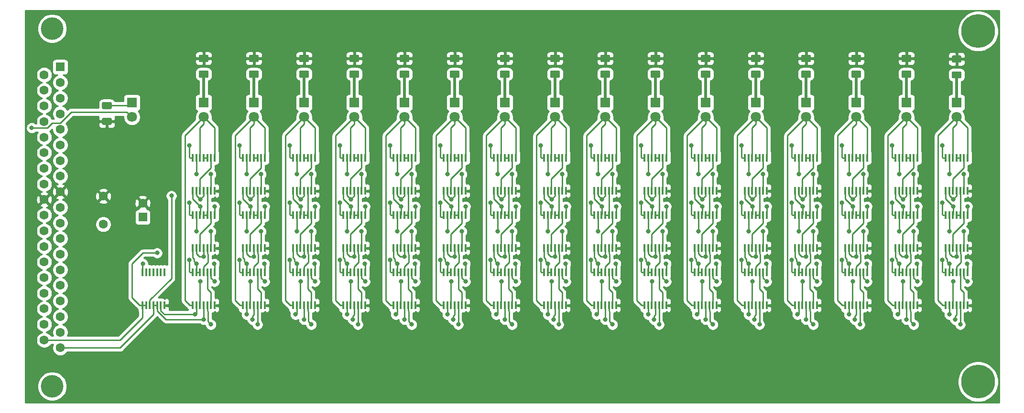
<source format=gbr>
G04 #@! TF.GenerationSoftware,KiCad,Pcbnew,5.1.5-52549c5~84~ubuntu18.04.1*
G04 #@! TF.CreationDate,2020-04-22T17:53:27-07:00*
G04 #@! TF.ProjectId,register_16bit,72656769-7374-4657-925f-31366269742e,rev?*
G04 #@! TF.SameCoordinates,Original*
G04 #@! TF.FileFunction,Copper,L1,Top*
G04 #@! TF.FilePolarity,Positive*
%FSLAX46Y46*%
G04 Gerber Fmt 4.6, Leading zero omitted, Abs format (unit mm)*
G04 Created by KiCad (PCBNEW 5.1.5-52549c5~84~ubuntu18.04.1) date 2020-04-22 17:53:27*
%MOMM*%
%LPD*%
G04 APERTURE LIST*
%ADD10C,4.000000*%
%ADD11C,1.600000*%
%ADD12R,1.600000X1.600000*%
%ADD13C,0.100000*%
%ADD14C,1.800000*%
%ADD15R,1.800000X1.800000*%
%ADD16R,0.450000X1.450000*%
%ADD17C,6.000000*%
%ADD18C,0.800000*%
%ADD19C,0.250000*%
%ADD20C,0.500000*%
%ADD21C,0.254000*%
G04 APERTURE END LIST*
D10*
X72240000Y-129070000D03*
X72240000Y-65570000D03*
D11*
X70820000Y-120865000D03*
X70820000Y-118095000D03*
X70820000Y-115325000D03*
X70820000Y-112555000D03*
X70820000Y-109785000D03*
X70820000Y-107015000D03*
X70820000Y-104245000D03*
X70820000Y-101475000D03*
X70820000Y-98705000D03*
X70820000Y-95935000D03*
X70820000Y-93165000D03*
X70820000Y-90395000D03*
X70820000Y-87625000D03*
X70820000Y-84855000D03*
X70820000Y-82085000D03*
X70820000Y-79315000D03*
X70820000Y-76545000D03*
X70820000Y-73775000D03*
X73660000Y-122250000D03*
X73660000Y-119480000D03*
X73660000Y-116710000D03*
X73660000Y-113940000D03*
X73660000Y-111170000D03*
X73660000Y-108400000D03*
X73660000Y-105630000D03*
X73660000Y-102860000D03*
X73660000Y-100090000D03*
X73660000Y-97320000D03*
X73660000Y-94550000D03*
X73660000Y-91780000D03*
X73660000Y-89010000D03*
X73660000Y-86240000D03*
X73660000Y-83470000D03*
X73660000Y-80700000D03*
X73660000Y-77930000D03*
X73660000Y-75160000D03*
D12*
X73660000Y-72390000D03*
G04 #@! TA.AperFunction,SMDPad,CuDef*
D13*
G36*
X82564504Y-78621204D02*
G01*
X82588773Y-78624804D01*
X82612571Y-78630765D01*
X82635671Y-78639030D01*
X82657849Y-78649520D01*
X82678893Y-78662133D01*
X82698598Y-78676747D01*
X82716777Y-78693223D01*
X82733253Y-78711402D01*
X82747867Y-78731107D01*
X82760480Y-78752151D01*
X82770970Y-78774329D01*
X82779235Y-78797429D01*
X82785196Y-78821227D01*
X82788796Y-78845496D01*
X82790000Y-78870000D01*
X82790000Y-79620000D01*
X82788796Y-79644504D01*
X82785196Y-79668773D01*
X82779235Y-79692571D01*
X82770970Y-79715671D01*
X82760480Y-79737849D01*
X82747867Y-79758893D01*
X82733253Y-79778598D01*
X82716777Y-79796777D01*
X82698598Y-79813253D01*
X82678893Y-79827867D01*
X82657849Y-79840480D01*
X82635671Y-79850970D01*
X82612571Y-79859235D01*
X82588773Y-79865196D01*
X82564504Y-79868796D01*
X82540000Y-79870000D01*
X81290000Y-79870000D01*
X81265496Y-79868796D01*
X81241227Y-79865196D01*
X81217429Y-79859235D01*
X81194329Y-79850970D01*
X81172151Y-79840480D01*
X81151107Y-79827867D01*
X81131402Y-79813253D01*
X81113223Y-79796777D01*
X81096747Y-79778598D01*
X81082133Y-79758893D01*
X81069520Y-79737849D01*
X81059030Y-79715671D01*
X81050765Y-79692571D01*
X81044804Y-79668773D01*
X81041204Y-79644504D01*
X81040000Y-79620000D01*
X81040000Y-78870000D01*
X81041204Y-78845496D01*
X81044804Y-78821227D01*
X81050765Y-78797429D01*
X81059030Y-78774329D01*
X81069520Y-78752151D01*
X81082133Y-78731107D01*
X81096747Y-78711402D01*
X81113223Y-78693223D01*
X81131402Y-78676747D01*
X81151107Y-78662133D01*
X81172151Y-78649520D01*
X81194329Y-78639030D01*
X81217429Y-78630765D01*
X81241227Y-78624804D01*
X81265496Y-78621204D01*
X81290000Y-78620000D01*
X82540000Y-78620000D01*
X82564504Y-78621204D01*
G37*
G04 #@! TD.AperFunction*
G04 #@! TA.AperFunction,SMDPad,CuDef*
G36*
X82564504Y-81421204D02*
G01*
X82588773Y-81424804D01*
X82612571Y-81430765D01*
X82635671Y-81439030D01*
X82657849Y-81449520D01*
X82678893Y-81462133D01*
X82698598Y-81476747D01*
X82716777Y-81493223D01*
X82733253Y-81511402D01*
X82747867Y-81531107D01*
X82760480Y-81552151D01*
X82770970Y-81574329D01*
X82779235Y-81597429D01*
X82785196Y-81621227D01*
X82788796Y-81645496D01*
X82790000Y-81670000D01*
X82790000Y-82420000D01*
X82788796Y-82444504D01*
X82785196Y-82468773D01*
X82779235Y-82492571D01*
X82770970Y-82515671D01*
X82760480Y-82537849D01*
X82747867Y-82558893D01*
X82733253Y-82578598D01*
X82716777Y-82596777D01*
X82698598Y-82613253D01*
X82678893Y-82627867D01*
X82657849Y-82640480D01*
X82635671Y-82650970D01*
X82612571Y-82659235D01*
X82588773Y-82665196D01*
X82564504Y-82668796D01*
X82540000Y-82670000D01*
X81290000Y-82670000D01*
X81265496Y-82668796D01*
X81241227Y-82665196D01*
X81217429Y-82659235D01*
X81194329Y-82650970D01*
X81172151Y-82640480D01*
X81151107Y-82627867D01*
X81131402Y-82613253D01*
X81113223Y-82596777D01*
X81096747Y-82578598D01*
X81082133Y-82558893D01*
X81069520Y-82537849D01*
X81059030Y-82515671D01*
X81050765Y-82492571D01*
X81044804Y-82468773D01*
X81041204Y-82444504D01*
X81040000Y-82420000D01*
X81040000Y-81670000D01*
X81041204Y-81645496D01*
X81044804Y-81621227D01*
X81050765Y-81597429D01*
X81059030Y-81574329D01*
X81069520Y-81552151D01*
X81082133Y-81531107D01*
X81096747Y-81511402D01*
X81113223Y-81493223D01*
X81131402Y-81476747D01*
X81151107Y-81462133D01*
X81172151Y-81449520D01*
X81194329Y-81439030D01*
X81217429Y-81430765D01*
X81241227Y-81424804D01*
X81265496Y-81421204D01*
X81290000Y-81420000D01*
X82540000Y-81420000D01*
X82564504Y-81421204D01*
G37*
G04 #@! TD.AperFunction*
D14*
X86360000Y-81280000D03*
D15*
X86360000Y-78740000D03*
D11*
X81280000Y-95330000D03*
X81280000Y-100330000D03*
D16*
X186010000Y-108810000D03*
X186660000Y-108810000D03*
X187310000Y-108810000D03*
X187960000Y-108810000D03*
X188610000Y-108810000D03*
X189260000Y-108810000D03*
X189910000Y-108810000D03*
X189910000Y-114710000D03*
X189260000Y-114710000D03*
X188610000Y-114710000D03*
X187960000Y-114710000D03*
X187310000Y-114710000D03*
X186660000Y-114710000D03*
X186010000Y-114710000D03*
D14*
X223520000Y-81280000D03*
D15*
X223520000Y-78740000D03*
D16*
X230460000Y-88490000D03*
X231110000Y-88490000D03*
X231760000Y-88490000D03*
X232410000Y-88490000D03*
X233060000Y-88490000D03*
X233710000Y-88490000D03*
X234360000Y-88490000D03*
X234360000Y-94390000D03*
X233710000Y-94390000D03*
X233060000Y-94390000D03*
X232410000Y-94390000D03*
X231760000Y-94390000D03*
X231110000Y-94390000D03*
X230460000Y-94390000D03*
X230460000Y-98650000D03*
X231110000Y-98650000D03*
X231760000Y-98650000D03*
X232410000Y-98650000D03*
X233060000Y-98650000D03*
X233710000Y-98650000D03*
X234360000Y-98650000D03*
X234360000Y-104550000D03*
X233710000Y-104550000D03*
X233060000Y-104550000D03*
X232410000Y-104550000D03*
X231760000Y-104550000D03*
X231110000Y-104550000D03*
X230460000Y-104550000D03*
X230460000Y-108810000D03*
X231110000Y-108810000D03*
X231760000Y-108810000D03*
X232410000Y-108810000D03*
X233060000Y-108810000D03*
X233710000Y-108810000D03*
X234360000Y-108810000D03*
X234360000Y-114710000D03*
X233710000Y-114710000D03*
X233060000Y-114710000D03*
X232410000Y-114710000D03*
X231760000Y-114710000D03*
X231110000Y-114710000D03*
X230460000Y-114710000D03*
X97110000Y-88490000D03*
X97760000Y-88490000D03*
X98410000Y-88490000D03*
X99060000Y-88490000D03*
X99710000Y-88490000D03*
X100360000Y-88490000D03*
X101010000Y-88490000D03*
X101010000Y-94390000D03*
X100360000Y-94390000D03*
X99710000Y-94390000D03*
X99060000Y-94390000D03*
X98410000Y-94390000D03*
X97760000Y-94390000D03*
X97110000Y-94390000D03*
X97110000Y-98650000D03*
X97760000Y-98650000D03*
X98410000Y-98650000D03*
X99060000Y-98650000D03*
X99710000Y-98650000D03*
X100360000Y-98650000D03*
X101010000Y-98650000D03*
X101010000Y-104550000D03*
X100360000Y-104550000D03*
X99710000Y-104550000D03*
X99060000Y-104550000D03*
X98410000Y-104550000D03*
X97760000Y-104550000D03*
X97110000Y-104550000D03*
X97110000Y-108810000D03*
X97760000Y-108810000D03*
X98410000Y-108810000D03*
X99060000Y-108810000D03*
X99710000Y-108810000D03*
X100360000Y-108810000D03*
X101010000Y-108810000D03*
X101010000Y-114710000D03*
X100360000Y-114710000D03*
X99710000Y-114710000D03*
X99060000Y-114710000D03*
X98410000Y-114710000D03*
X97760000Y-114710000D03*
X97110000Y-114710000D03*
X106000000Y-88490000D03*
X106650000Y-88490000D03*
X107300000Y-88490000D03*
X107950000Y-88490000D03*
X108600000Y-88490000D03*
X109250000Y-88490000D03*
X109900000Y-88490000D03*
X109900000Y-94390000D03*
X109250000Y-94390000D03*
X108600000Y-94390000D03*
X107950000Y-94390000D03*
X107300000Y-94390000D03*
X106650000Y-94390000D03*
X106000000Y-94390000D03*
X106000000Y-98650000D03*
X106650000Y-98650000D03*
X107300000Y-98650000D03*
X107950000Y-98650000D03*
X108600000Y-98650000D03*
X109250000Y-98650000D03*
X109900000Y-98650000D03*
X109900000Y-104550000D03*
X109250000Y-104550000D03*
X108600000Y-104550000D03*
X107950000Y-104550000D03*
X107300000Y-104550000D03*
X106650000Y-104550000D03*
X106000000Y-104550000D03*
X106000000Y-108810000D03*
X106650000Y-108810000D03*
X107300000Y-108810000D03*
X107950000Y-108810000D03*
X108600000Y-108810000D03*
X109250000Y-108810000D03*
X109900000Y-108810000D03*
X109900000Y-114710000D03*
X109250000Y-114710000D03*
X108600000Y-114710000D03*
X107950000Y-114710000D03*
X107300000Y-114710000D03*
X106650000Y-114710000D03*
X106000000Y-114710000D03*
X114890000Y-88490000D03*
X115540000Y-88490000D03*
X116190000Y-88490000D03*
X116840000Y-88490000D03*
X117490000Y-88490000D03*
X118140000Y-88490000D03*
X118790000Y-88490000D03*
X118790000Y-94390000D03*
X118140000Y-94390000D03*
X117490000Y-94390000D03*
X116840000Y-94390000D03*
X116190000Y-94390000D03*
X115540000Y-94390000D03*
X114890000Y-94390000D03*
X114890000Y-98650000D03*
X115540000Y-98650000D03*
X116190000Y-98650000D03*
X116840000Y-98650000D03*
X117490000Y-98650000D03*
X118140000Y-98650000D03*
X118790000Y-98650000D03*
X118790000Y-104550000D03*
X118140000Y-104550000D03*
X117490000Y-104550000D03*
X116840000Y-104550000D03*
X116190000Y-104550000D03*
X115540000Y-104550000D03*
X114890000Y-104550000D03*
X114890000Y-108810000D03*
X115540000Y-108810000D03*
X116190000Y-108810000D03*
X116840000Y-108810000D03*
X117490000Y-108810000D03*
X118140000Y-108810000D03*
X118790000Y-108810000D03*
X118790000Y-114710000D03*
X118140000Y-114710000D03*
X117490000Y-114710000D03*
X116840000Y-114710000D03*
X116190000Y-114710000D03*
X115540000Y-114710000D03*
X114890000Y-114710000D03*
X123780000Y-88490000D03*
X124430000Y-88490000D03*
X125080000Y-88490000D03*
X125730000Y-88490000D03*
X126380000Y-88490000D03*
X127030000Y-88490000D03*
X127680000Y-88490000D03*
X127680000Y-94390000D03*
X127030000Y-94390000D03*
X126380000Y-94390000D03*
X125730000Y-94390000D03*
X125080000Y-94390000D03*
X124430000Y-94390000D03*
X123780000Y-94390000D03*
X123780000Y-98650000D03*
X124430000Y-98650000D03*
X125080000Y-98650000D03*
X125730000Y-98650000D03*
X126380000Y-98650000D03*
X127030000Y-98650000D03*
X127680000Y-98650000D03*
X127680000Y-104550000D03*
X127030000Y-104550000D03*
X126380000Y-104550000D03*
X125730000Y-104550000D03*
X125080000Y-104550000D03*
X124430000Y-104550000D03*
X123780000Y-104550000D03*
X123780000Y-108810000D03*
X124430000Y-108810000D03*
X125080000Y-108810000D03*
X125730000Y-108810000D03*
X126380000Y-108810000D03*
X127030000Y-108810000D03*
X127680000Y-108810000D03*
X127680000Y-114710000D03*
X127030000Y-114710000D03*
X126380000Y-114710000D03*
X125730000Y-114710000D03*
X125080000Y-114710000D03*
X124430000Y-114710000D03*
X123780000Y-114710000D03*
X132670000Y-88490000D03*
X133320000Y-88490000D03*
X133970000Y-88490000D03*
X134620000Y-88490000D03*
X135270000Y-88490000D03*
X135920000Y-88490000D03*
X136570000Y-88490000D03*
X136570000Y-94390000D03*
X135920000Y-94390000D03*
X135270000Y-94390000D03*
X134620000Y-94390000D03*
X133970000Y-94390000D03*
X133320000Y-94390000D03*
X132670000Y-94390000D03*
X132670000Y-98650000D03*
X133320000Y-98650000D03*
X133970000Y-98650000D03*
X134620000Y-98650000D03*
X135270000Y-98650000D03*
X135920000Y-98650000D03*
X136570000Y-98650000D03*
X136570000Y-104550000D03*
X135920000Y-104550000D03*
X135270000Y-104550000D03*
X134620000Y-104550000D03*
X133970000Y-104550000D03*
X133320000Y-104550000D03*
X132670000Y-104550000D03*
X132670000Y-108810000D03*
X133320000Y-108810000D03*
X133970000Y-108810000D03*
X134620000Y-108810000D03*
X135270000Y-108810000D03*
X135920000Y-108810000D03*
X136570000Y-108810000D03*
X136570000Y-114710000D03*
X135920000Y-114710000D03*
X135270000Y-114710000D03*
X134620000Y-114710000D03*
X133970000Y-114710000D03*
X133320000Y-114710000D03*
X132670000Y-114710000D03*
X141560000Y-88490000D03*
X142210000Y-88490000D03*
X142860000Y-88490000D03*
X143510000Y-88490000D03*
X144160000Y-88490000D03*
X144810000Y-88490000D03*
X145460000Y-88490000D03*
X145460000Y-94390000D03*
X144810000Y-94390000D03*
X144160000Y-94390000D03*
X143510000Y-94390000D03*
X142860000Y-94390000D03*
X142210000Y-94390000D03*
X141560000Y-94390000D03*
X141560000Y-98650000D03*
X142210000Y-98650000D03*
X142860000Y-98650000D03*
X143510000Y-98650000D03*
X144160000Y-98650000D03*
X144810000Y-98650000D03*
X145460000Y-98650000D03*
X145460000Y-104550000D03*
X144810000Y-104550000D03*
X144160000Y-104550000D03*
X143510000Y-104550000D03*
X142860000Y-104550000D03*
X142210000Y-104550000D03*
X141560000Y-104550000D03*
X141560000Y-108810000D03*
X142210000Y-108810000D03*
X142860000Y-108810000D03*
X143510000Y-108810000D03*
X144160000Y-108810000D03*
X144810000Y-108810000D03*
X145460000Y-108810000D03*
X145460000Y-114710000D03*
X144810000Y-114710000D03*
X144160000Y-114710000D03*
X143510000Y-114710000D03*
X142860000Y-114710000D03*
X142210000Y-114710000D03*
X141560000Y-114710000D03*
X150450000Y-88490000D03*
X151100000Y-88490000D03*
X151750000Y-88490000D03*
X152400000Y-88490000D03*
X153050000Y-88490000D03*
X153700000Y-88490000D03*
X154350000Y-88490000D03*
X154350000Y-94390000D03*
X153700000Y-94390000D03*
X153050000Y-94390000D03*
X152400000Y-94390000D03*
X151750000Y-94390000D03*
X151100000Y-94390000D03*
X150450000Y-94390000D03*
X150450000Y-98650000D03*
X151100000Y-98650000D03*
X151750000Y-98650000D03*
X152400000Y-98650000D03*
X153050000Y-98650000D03*
X153700000Y-98650000D03*
X154350000Y-98650000D03*
X154350000Y-104550000D03*
X153700000Y-104550000D03*
X153050000Y-104550000D03*
X152400000Y-104550000D03*
X151750000Y-104550000D03*
X151100000Y-104550000D03*
X150450000Y-104550000D03*
X150450000Y-108810000D03*
X151100000Y-108810000D03*
X151750000Y-108810000D03*
X152400000Y-108810000D03*
X153050000Y-108810000D03*
X153700000Y-108810000D03*
X154350000Y-108810000D03*
X154350000Y-114710000D03*
X153700000Y-114710000D03*
X153050000Y-114710000D03*
X152400000Y-114710000D03*
X151750000Y-114710000D03*
X151100000Y-114710000D03*
X150450000Y-114710000D03*
X159340000Y-88490000D03*
X159990000Y-88490000D03*
X160640000Y-88490000D03*
X161290000Y-88490000D03*
X161940000Y-88490000D03*
X162590000Y-88490000D03*
X163240000Y-88490000D03*
X163240000Y-94390000D03*
X162590000Y-94390000D03*
X161940000Y-94390000D03*
X161290000Y-94390000D03*
X160640000Y-94390000D03*
X159990000Y-94390000D03*
X159340000Y-94390000D03*
X159340000Y-98650000D03*
X159990000Y-98650000D03*
X160640000Y-98650000D03*
X161290000Y-98650000D03*
X161940000Y-98650000D03*
X162590000Y-98650000D03*
X163240000Y-98650000D03*
X163240000Y-104550000D03*
X162590000Y-104550000D03*
X161940000Y-104550000D03*
X161290000Y-104550000D03*
X160640000Y-104550000D03*
X159990000Y-104550000D03*
X159340000Y-104550000D03*
X159340000Y-108810000D03*
X159990000Y-108810000D03*
X160640000Y-108810000D03*
X161290000Y-108810000D03*
X161940000Y-108810000D03*
X162590000Y-108810000D03*
X163240000Y-108810000D03*
X163240000Y-114710000D03*
X162590000Y-114710000D03*
X161940000Y-114710000D03*
X161290000Y-114710000D03*
X160640000Y-114710000D03*
X159990000Y-114710000D03*
X159340000Y-114710000D03*
X168230000Y-88490000D03*
X168880000Y-88490000D03*
X169530000Y-88490000D03*
X170180000Y-88490000D03*
X170830000Y-88490000D03*
X171480000Y-88490000D03*
X172130000Y-88490000D03*
X172130000Y-94390000D03*
X171480000Y-94390000D03*
X170830000Y-94390000D03*
X170180000Y-94390000D03*
X169530000Y-94390000D03*
X168880000Y-94390000D03*
X168230000Y-94390000D03*
X168230000Y-98650000D03*
X168880000Y-98650000D03*
X169530000Y-98650000D03*
X170180000Y-98650000D03*
X170830000Y-98650000D03*
X171480000Y-98650000D03*
X172130000Y-98650000D03*
X172130000Y-104550000D03*
X171480000Y-104550000D03*
X170830000Y-104550000D03*
X170180000Y-104550000D03*
X169530000Y-104550000D03*
X168880000Y-104550000D03*
X168230000Y-104550000D03*
X168230000Y-108810000D03*
X168880000Y-108810000D03*
X169530000Y-108810000D03*
X170180000Y-108810000D03*
X170830000Y-108810000D03*
X171480000Y-108810000D03*
X172130000Y-108810000D03*
X172130000Y-114710000D03*
X171480000Y-114710000D03*
X170830000Y-114710000D03*
X170180000Y-114710000D03*
X169530000Y-114710000D03*
X168880000Y-114710000D03*
X168230000Y-114710000D03*
X177120000Y-88490000D03*
X177770000Y-88490000D03*
X178420000Y-88490000D03*
X179070000Y-88490000D03*
X179720000Y-88490000D03*
X180370000Y-88490000D03*
X181020000Y-88490000D03*
X181020000Y-94390000D03*
X180370000Y-94390000D03*
X179720000Y-94390000D03*
X179070000Y-94390000D03*
X178420000Y-94390000D03*
X177770000Y-94390000D03*
X177120000Y-94390000D03*
X177120000Y-98650000D03*
X177770000Y-98650000D03*
X178420000Y-98650000D03*
X179070000Y-98650000D03*
X179720000Y-98650000D03*
X180370000Y-98650000D03*
X181020000Y-98650000D03*
X181020000Y-104550000D03*
X180370000Y-104550000D03*
X179720000Y-104550000D03*
X179070000Y-104550000D03*
X178420000Y-104550000D03*
X177770000Y-104550000D03*
X177120000Y-104550000D03*
X177120000Y-108810000D03*
X177770000Y-108810000D03*
X178420000Y-108810000D03*
X179070000Y-108810000D03*
X179720000Y-108810000D03*
X180370000Y-108810000D03*
X181020000Y-108810000D03*
X181020000Y-114710000D03*
X180370000Y-114710000D03*
X179720000Y-114710000D03*
X179070000Y-114710000D03*
X178420000Y-114710000D03*
X177770000Y-114710000D03*
X177120000Y-114710000D03*
X186010000Y-88490000D03*
X186660000Y-88490000D03*
X187310000Y-88490000D03*
X187960000Y-88490000D03*
X188610000Y-88490000D03*
X189260000Y-88490000D03*
X189910000Y-88490000D03*
X189910000Y-94390000D03*
X189260000Y-94390000D03*
X188610000Y-94390000D03*
X187960000Y-94390000D03*
X187310000Y-94390000D03*
X186660000Y-94390000D03*
X186010000Y-94390000D03*
X186010000Y-98650000D03*
X186660000Y-98650000D03*
X187310000Y-98650000D03*
X187960000Y-98650000D03*
X188610000Y-98650000D03*
X189260000Y-98650000D03*
X189910000Y-98650000D03*
X189910000Y-104550000D03*
X189260000Y-104550000D03*
X188610000Y-104550000D03*
X187960000Y-104550000D03*
X187310000Y-104550000D03*
X186660000Y-104550000D03*
X186010000Y-104550000D03*
X194900000Y-88490000D03*
X195550000Y-88490000D03*
X196200000Y-88490000D03*
X196850000Y-88490000D03*
X197500000Y-88490000D03*
X198150000Y-88490000D03*
X198800000Y-88490000D03*
X198800000Y-94390000D03*
X198150000Y-94390000D03*
X197500000Y-94390000D03*
X196850000Y-94390000D03*
X196200000Y-94390000D03*
X195550000Y-94390000D03*
X194900000Y-94390000D03*
X194900000Y-98650000D03*
X195550000Y-98650000D03*
X196200000Y-98650000D03*
X196850000Y-98650000D03*
X197500000Y-98650000D03*
X198150000Y-98650000D03*
X198800000Y-98650000D03*
X198800000Y-104550000D03*
X198150000Y-104550000D03*
X197500000Y-104550000D03*
X196850000Y-104550000D03*
X196200000Y-104550000D03*
X195550000Y-104550000D03*
X194900000Y-104550000D03*
X194900000Y-108810000D03*
X195550000Y-108810000D03*
X196200000Y-108810000D03*
X196850000Y-108810000D03*
X197500000Y-108810000D03*
X198150000Y-108810000D03*
X198800000Y-108810000D03*
X198800000Y-114710000D03*
X198150000Y-114710000D03*
X197500000Y-114710000D03*
X196850000Y-114710000D03*
X196200000Y-114710000D03*
X195550000Y-114710000D03*
X194900000Y-114710000D03*
X203790000Y-88490000D03*
X204440000Y-88490000D03*
X205090000Y-88490000D03*
X205740000Y-88490000D03*
X206390000Y-88490000D03*
X207040000Y-88490000D03*
X207690000Y-88490000D03*
X207690000Y-94390000D03*
X207040000Y-94390000D03*
X206390000Y-94390000D03*
X205740000Y-94390000D03*
X205090000Y-94390000D03*
X204440000Y-94390000D03*
X203790000Y-94390000D03*
X203790000Y-98650000D03*
X204440000Y-98650000D03*
X205090000Y-98650000D03*
X205740000Y-98650000D03*
X206390000Y-98650000D03*
X207040000Y-98650000D03*
X207690000Y-98650000D03*
X207690000Y-104550000D03*
X207040000Y-104550000D03*
X206390000Y-104550000D03*
X205740000Y-104550000D03*
X205090000Y-104550000D03*
X204440000Y-104550000D03*
X203790000Y-104550000D03*
X203790000Y-108810000D03*
X204440000Y-108810000D03*
X205090000Y-108810000D03*
X205740000Y-108810000D03*
X206390000Y-108810000D03*
X207040000Y-108810000D03*
X207690000Y-108810000D03*
X207690000Y-114710000D03*
X207040000Y-114710000D03*
X206390000Y-114710000D03*
X205740000Y-114710000D03*
X205090000Y-114710000D03*
X204440000Y-114710000D03*
X203790000Y-114710000D03*
X212680000Y-88490000D03*
X213330000Y-88490000D03*
X213980000Y-88490000D03*
X214630000Y-88490000D03*
X215280000Y-88490000D03*
X215930000Y-88490000D03*
X216580000Y-88490000D03*
X216580000Y-94390000D03*
X215930000Y-94390000D03*
X215280000Y-94390000D03*
X214630000Y-94390000D03*
X213980000Y-94390000D03*
X213330000Y-94390000D03*
X212680000Y-94390000D03*
X212680000Y-98650000D03*
X213330000Y-98650000D03*
X213980000Y-98650000D03*
X214630000Y-98650000D03*
X215280000Y-98650000D03*
X215930000Y-98650000D03*
X216580000Y-98650000D03*
X216580000Y-104550000D03*
X215930000Y-104550000D03*
X215280000Y-104550000D03*
X214630000Y-104550000D03*
X213980000Y-104550000D03*
X213330000Y-104550000D03*
X212680000Y-104550000D03*
X212680000Y-108810000D03*
X213330000Y-108810000D03*
X213980000Y-108810000D03*
X214630000Y-108810000D03*
X215280000Y-108810000D03*
X215930000Y-108810000D03*
X216580000Y-108810000D03*
X216580000Y-114710000D03*
X215930000Y-114710000D03*
X215280000Y-114710000D03*
X214630000Y-114710000D03*
X213980000Y-114710000D03*
X213330000Y-114710000D03*
X212680000Y-114710000D03*
X221570000Y-88490000D03*
X222220000Y-88490000D03*
X222870000Y-88490000D03*
X223520000Y-88490000D03*
X224170000Y-88490000D03*
X224820000Y-88490000D03*
X225470000Y-88490000D03*
X225470000Y-94390000D03*
X224820000Y-94390000D03*
X224170000Y-94390000D03*
X223520000Y-94390000D03*
X222870000Y-94390000D03*
X222220000Y-94390000D03*
X221570000Y-94390000D03*
X221570000Y-98650000D03*
X222220000Y-98650000D03*
X222870000Y-98650000D03*
X223520000Y-98650000D03*
X224170000Y-98650000D03*
X224820000Y-98650000D03*
X225470000Y-98650000D03*
X225470000Y-104550000D03*
X224820000Y-104550000D03*
X224170000Y-104550000D03*
X223520000Y-104550000D03*
X222870000Y-104550000D03*
X222220000Y-104550000D03*
X221570000Y-104550000D03*
X221570000Y-108810000D03*
X222220000Y-108810000D03*
X222870000Y-108810000D03*
X223520000Y-108810000D03*
X224170000Y-108810000D03*
X224820000Y-108810000D03*
X225470000Y-108810000D03*
X225470000Y-114710000D03*
X224820000Y-114710000D03*
X224170000Y-114710000D03*
X223520000Y-114710000D03*
X222870000Y-114710000D03*
X222220000Y-114710000D03*
X221570000Y-114710000D03*
X88220000Y-108810000D03*
X88870000Y-108810000D03*
X89520000Y-108810000D03*
X90170000Y-108810000D03*
X90820000Y-108810000D03*
X91470000Y-108810000D03*
X92120000Y-108810000D03*
X92120000Y-114710000D03*
X91470000Y-114710000D03*
X90820000Y-114710000D03*
X90170000Y-114710000D03*
X89520000Y-114710000D03*
X88870000Y-114710000D03*
X88220000Y-114710000D03*
G04 #@! TA.AperFunction,SMDPad,CuDef*
D13*
G36*
X99709504Y-73036204D02*
G01*
X99733773Y-73039804D01*
X99757571Y-73045765D01*
X99780671Y-73054030D01*
X99802849Y-73064520D01*
X99823893Y-73077133D01*
X99843598Y-73091747D01*
X99861777Y-73108223D01*
X99878253Y-73126402D01*
X99892867Y-73146107D01*
X99905480Y-73167151D01*
X99915970Y-73189329D01*
X99924235Y-73212429D01*
X99930196Y-73236227D01*
X99933796Y-73260496D01*
X99935000Y-73285000D01*
X99935000Y-74035000D01*
X99933796Y-74059504D01*
X99930196Y-74083773D01*
X99924235Y-74107571D01*
X99915970Y-74130671D01*
X99905480Y-74152849D01*
X99892867Y-74173893D01*
X99878253Y-74193598D01*
X99861777Y-74211777D01*
X99843598Y-74228253D01*
X99823893Y-74242867D01*
X99802849Y-74255480D01*
X99780671Y-74265970D01*
X99757571Y-74274235D01*
X99733773Y-74280196D01*
X99709504Y-74283796D01*
X99685000Y-74285000D01*
X98435000Y-74285000D01*
X98410496Y-74283796D01*
X98386227Y-74280196D01*
X98362429Y-74274235D01*
X98339329Y-74265970D01*
X98317151Y-74255480D01*
X98296107Y-74242867D01*
X98276402Y-74228253D01*
X98258223Y-74211777D01*
X98241747Y-74193598D01*
X98227133Y-74173893D01*
X98214520Y-74152849D01*
X98204030Y-74130671D01*
X98195765Y-74107571D01*
X98189804Y-74083773D01*
X98186204Y-74059504D01*
X98185000Y-74035000D01*
X98185000Y-73285000D01*
X98186204Y-73260496D01*
X98189804Y-73236227D01*
X98195765Y-73212429D01*
X98204030Y-73189329D01*
X98214520Y-73167151D01*
X98227133Y-73146107D01*
X98241747Y-73126402D01*
X98258223Y-73108223D01*
X98276402Y-73091747D01*
X98296107Y-73077133D01*
X98317151Y-73064520D01*
X98339329Y-73054030D01*
X98362429Y-73045765D01*
X98386227Y-73039804D01*
X98410496Y-73036204D01*
X98435000Y-73035000D01*
X99685000Y-73035000D01*
X99709504Y-73036204D01*
G37*
G04 #@! TD.AperFunction*
G04 #@! TA.AperFunction,SMDPad,CuDef*
G36*
X99709504Y-70236204D02*
G01*
X99733773Y-70239804D01*
X99757571Y-70245765D01*
X99780671Y-70254030D01*
X99802849Y-70264520D01*
X99823893Y-70277133D01*
X99843598Y-70291747D01*
X99861777Y-70308223D01*
X99878253Y-70326402D01*
X99892867Y-70346107D01*
X99905480Y-70367151D01*
X99915970Y-70389329D01*
X99924235Y-70412429D01*
X99930196Y-70436227D01*
X99933796Y-70460496D01*
X99935000Y-70485000D01*
X99935000Y-71235000D01*
X99933796Y-71259504D01*
X99930196Y-71283773D01*
X99924235Y-71307571D01*
X99915970Y-71330671D01*
X99905480Y-71352849D01*
X99892867Y-71373893D01*
X99878253Y-71393598D01*
X99861777Y-71411777D01*
X99843598Y-71428253D01*
X99823893Y-71442867D01*
X99802849Y-71455480D01*
X99780671Y-71465970D01*
X99757571Y-71474235D01*
X99733773Y-71480196D01*
X99709504Y-71483796D01*
X99685000Y-71485000D01*
X98435000Y-71485000D01*
X98410496Y-71483796D01*
X98386227Y-71480196D01*
X98362429Y-71474235D01*
X98339329Y-71465970D01*
X98317151Y-71455480D01*
X98296107Y-71442867D01*
X98276402Y-71428253D01*
X98258223Y-71411777D01*
X98241747Y-71393598D01*
X98227133Y-71373893D01*
X98214520Y-71352849D01*
X98204030Y-71330671D01*
X98195765Y-71307571D01*
X98189804Y-71283773D01*
X98186204Y-71259504D01*
X98185000Y-71235000D01*
X98185000Y-70485000D01*
X98186204Y-70460496D01*
X98189804Y-70436227D01*
X98195765Y-70412429D01*
X98204030Y-70389329D01*
X98214520Y-70367151D01*
X98227133Y-70346107D01*
X98241747Y-70326402D01*
X98258223Y-70308223D01*
X98276402Y-70291747D01*
X98296107Y-70277133D01*
X98317151Y-70264520D01*
X98339329Y-70254030D01*
X98362429Y-70245765D01*
X98386227Y-70239804D01*
X98410496Y-70236204D01*
X98435000Y-70235000D01*
X99685000Y-70235000D01*
X99709504Y-70236204D01*
G37*
G04 #@! TD.AperFunction*
G04 #@! TA.AperFunction,SMDPad,CuDef*
G36*
X108599504Y-73036204D02*
G01*
X108623773Y-73039804D01*
X108647571Y-73045765D01*
X108670671Y-73054030D01*
X108692849Y-73064520D01*
X108713893Y-73077133D01*
X108733598Y-73091747D01*
X108751777Y-73108223D01*
X108768253Y-73126402D01*
X108782867Y-73146107D01*
X108795480Y-73167151D01*
X108805970Y-73189329D01*
X108814235Y-73212429D01*
X108820196Y-73236227D01*
X108823796Y-73260496D01*
X108825000Y-73285000D01*
X108825000Y-74035000D01*
X108823796Y-74059504D01*
X108820196Y-74083773D01*
X108814235Y-74107571D01*
X108805970Y-74130671D01*
X108795480Y-74152849D01*
X108782867Y-74173893D01*
X108768253Y-74193598D01*
X108751777Y-74211777D01*
X108733598Y-74228253D01*
X108713893Y-74242867D01*
X108692849Y-74255480D01*
X108670671Y-74265970D01*
X108647571Y-74274235D01*
X108623773Y-74280196D01*
X108599504Y-74283796D01*
X108575000Y-74285000D01*
X107325000Y-74285000D01*
X107300496Y-74283796D01*
X107276227Y-74280196D01*
X107252429Y-74274235D01*
X107229329Y-74265970D01*
X107207151Y-74255480D01*
X107186107Y-74242867D01*
X107166402Y-74228253D01*
X107148223Y-74211777D01*
X107131747Y-74193598D01*
X107117133Y-74173893D01*
X107104520Y-74152849D01*
X107094030Y-74130671D01*
X107085765Y-74107571D01*
X107079804Y-74083773D01*
X107076204Y-74059504D01*
X107075000Y-74035000D01*
X107075000Y-73285000D01*
X107076204Y-73260496D01*
X107079804Y-73236227D01*
X107085765Y-73212429D01*
X107094030Y-73189329D01*
X107104520Y-73167151D01*
X107117133Y-73146107D01*
X107131747Y-73126402D01*
X107148223Y-73108223D01*
X107166402Y-73091747D01*
X107186107Y-73077133D01*
X107207151Y-73064520D01*
X107229329Y-73054030D01*
X107252429Y-73045765D01*
X107276227Y-73039804D01*
X107300496Y-73036204D01*
X107325000Y-73035000D01*
X108575000Y-73035000D01*
X108599504Y-73036204D01*
G37*
G04 #@! TD.AperFunction*
G04 #@! TA.AperFunction,SMDPad,CuDef*
G36*
X108599504Y-70236204D02*
G01*
X108623773Y-70239804D01*
X108647571Y-70245765D01*
X108670671Y-70254030D01*
X108692849Y-70264520D01*
X108713893Y-70277133D01*
X108733598Y-70291747D01*
X108751777Y-70308223D01*
X108768253Y-70326402D01*
X108782867Y-70346107D01*
X108795480Y-70367151D01*
X108805970Y-70389329D01*
X108814235Y-70412429D01*
X108820196Y-70436227D01*
X108823796Y-70460496D01*
X108825000Y-70485000D01*
X108825000Y-71235000D01*
X108823796Y-71259504D01*
X108820196Y-71283773D01*
X108814235Y-71307571D01*
X108805970Y-71330671D01*
X108795480Y-71352849D01*
X108782867Y-71373893D01*
X108768253Y-71393598D01*
X108751777Y-71411777D01*
X108733598Y-71428253D01*
X108713893Y-71442867D01*
X108692849Y-71455480D01*
X108670671Y-71465970D01*
X108647571Y-71474235D01*
X108623773Y-71480196D01*
X108599504Y-71483796D01*
X108575000Y-71485000D01*
X107325000Y-71485000D01*
X107300496Y-71483796D01*
X107276227Y-71480196D01*
X107252429Y-71474235D01*
X107229329Y-71465970D01*
X107207151Y-71455480D01*
X107186107Y-71442867D01*
X107166402Y-71428253D01*
X107148223Y-71411777D01*
X107131747Y-71393598D01*
X107117133Y-71373893D01*
X107104520Y-71352849D01*
X107094030Y-71330671D01*
X107085765Y-71307571D01*
X107079804Y-71283773D01*
X107076204Y-71259504D01*
X107075000Y-71235000D01*
X107075000Y-70485000D01*
X107076204Y-70460496D01*
X107079804Y-70436227D01*
X107085765Y-70412429D01*
X107094030Y-70389329D01*
X107104520Y-70367151D01*
X107117133Y-70346107D01*
X107131747Y-70326402D01*
X107148223Y-70308223D01*
X107166402Y-70291747D01*
X107186107Y-70277133D01*
X107207151Y-70264520D01*
X107229329Y-70254030D01*
X107252429Y-70245765D01*
X107276227Y-70239804D01*
X107300496Y-70236204D01*
X107325000Y-70235000D01*
X108575000Y-70235000D01*
X108599504Y-70236204D01*
G37*
G04 #@! TD.AperFunction*
G04 #@! TA.AperFunction,SMDPad,CuDef*
G36*
X117489504Y-73036204D02*
G01*
X117513773Y-73039804D01*
X117537571Y-73045765D01*
X117560671Y-73054030D01*
X117582849Y-73064520D01*
X117603893Y-73077133D01*
X117623598Y-73091747D01*
X117641777Y-73108223D01*
X117658253Y-73126402D01*
X117672867Y-73146107D01*
X117685480Y-73167151D01*
X117695970Y-73189329D01*
X117704235Y-73212429D01*
X117710196Y-73236227D01*
X117713796Y-73260496D01*
X117715000Y-73285000D01*
X117715000Y-74035000D01*
X117713796Y-74059504D01*
X117710196Y-74083773D01*
X117704235Y-74107571D01*
X117695970Y-74130671D01*
X117685480Y-74152849D01*
X117672867Y-74173893D01*
X117658253Y-74193598D01*
X117641777Y-74211777D01*
X117623598Y-74228253D01*
X117603893Y-74242867D01*
X117582849Y-74255480D01*
X117560671Y-74265970D01*
X117537571Y-74274235D01*
X117513773Y-74280196D01*
X117489504Y-74283796D01*
X117465000Y-74285000D01*
X116215000Y-74285000D01*
X116190496Y-74283796D01*
X116166227Y-74280196D01*
X116142429Y-74274235D01*
X116119329Y-74265970D01*
X116097151Y-74255480D01*
X116076107Y-74242867D01*
X116056402Y-74228253D01*
X116038223Y-74211777D01*
X116021747Y-74193598D01*
X116007133Y-74173893D01*
X115994520Y-74152849D01*
X115984030Y-74130671D01*
X115975765Y-74107571D01*
X115969804Y-74083773D01*
X115966204Y-74059504D01*
X115965000Y-74035000D01*
X115965000Y-73285000D01*
X115966204Y-73260496D01*
X115969804Y-73236227D01*
X115975765Y-73212429D01*
X115984030Y-73189329D01*
X115994520Y-73167151D01*
X116007133Y-73146107D01*
X116021747Y-73126402D01*
X116038223Y-73108223D01*
X116056402Y-73091747D01*
X116076107Y-73077133D01*
X116097151Y-73064520D01*
X116119329Y-73054030D01*
X116142429Y-73045765D01*
X116166227Y-73039804D01*
X116190496Y-73036204D01*
X116215000Y-73035000D01*
X117465000Y-73035000D01*
X117489504Y-73036204D01*
G37*
G04 #@! TD.AperFunction*
G04 #@! TA.AperFunction,SMDPad,CuDef*
G36*
X117489504Y-70236204D02*
G01*
X117513773Y-70239804D01*
X117537571Y-70245765D01*
X117560671Y-70254030D01*
X117582849Y-70264520D01*
X117603893Y-70277133D01*
X117623598Y-70291747D01*
X117641777Y-70308223D01*
X117658253Y-70326402D01*
X117672867Y-70346107D01*
X117685480Y-70367151D01*
X117695970Y-70389329D01*
X117704235Y-70412429D01*
X117710196Y-70436227D01*
X117713796Y-70460496D01*
X117715000Y-70485000D01*
X117715000Y-71235000D01*
X117713796Y-71259504D01*
X117710196Y-71283773D01*
X117704235Y-71307571D01*
X117695970Y-71330671D01*
X117685480Y-71352849D01*
X117672867Y-71373893D01*
X117658253Y-71393598D01*
X117641777Y-71411777D01*
X117623598Y-71428253D01*
X117603893Y-71442867D01*
X117582849Y-71455480D01*
X117560671Y-71465970D01*
X117537571Y-71474235D01*
X117513773Y-71480196D01*
X117489504Y-71483796D01*
X117465000Y-71485000D01*
X116215000Y-71485000D01*
X116190496Y-71483796D01*
X116166227Y-71480196D01*
X116142429Y-71474235D01*
X116119329Y-71465970D01*
X116097151Y-71455480D01*
X116076107Y-71442867D01*
X116056402Y-71428253D01*
X116038223Y-71411777D01*
X116021747Y-71393598D01*
X116007133Y-71373893D01*
X115994520Y-71352849D01*
X115984030Y-71330671D01*
X115975765Y-71307571D01*
X115969804Y-71283773D01*
X115966204Y-71259504D01*
X115965000Y-71235000D01*
X115965000Y-70485000D01*
X115966204Y-70460496D01*
X115969804Y-70436227D01*
X115975765Y-70412429D01*
X115984030Y-70389329D01*
X115994520Y-70367151D01*
X116007133Y-70346107D01*
X116021747Y-70326402D01*
X116038223Y-70308223D01*
X116056402Y-70291747D01*
X116076107Y-70277133D01*
X116097151Y-70264520D01*
X116119329Y-70254030D01*
X116142429Y-70245765D01*
X116166227Y-70239804D01*
X116190496Y-70236204D01*
X116215000Y-70235000D01*
X117465000Y-70235000D01*
X117489504Y-70236204D01*
G37*
G04 #@! TD.AperFunction*
G04 #@! TA.AperFunction,SMDPad,CuDef*
G36*
X126379504Y-73036204D02*
G01*
X126403773Y-73039804D01*
X126427571Y-73045765D01*
X126450671Y-73054030D01*
X126472849Y-73064520D01*
X126493893Y-73077133D01*
X126513598Y-73091747D01*
X126531777Y-73108223D01*
X126548253Y-73126402D01*
X126562867Y-73146107D01*
X126575480Y-73167151D01*
X126585970Y-73189329D01*
X126594235Y-73212429D01*
X126600196Y-73236227D01*
X126603796Y-73260496D01*
X126605000Y-73285000D01*
X126605000Y-74035000D01*
X126603796Y-74059504D01*
X126600196Y-74083773D01*
X126594235Y-74107571D01*
X126585970Y-74130671D01*
X126575480Y-74152849D01*
X126562867Y-74173893D01*
X126548253Y-74193598D01*
X126531777Y-74211777D01*
X126513598Y-74228253D01*
X126493893Y-74242867D01*
X126472849Y-74255480D01*
X126450671Y-74265970D01*
X126427571Y-74274235D01*
X126403773Y-74280196D01*
X126379504Y-74283796D01*
X126355000Y-74285000D01*
X125105000Y-74285000D01*
X125080496Y-74283796D01*
X125056227Y-74280196D01*
X125032429Y-74274235D01*
X125009329Y-74265970D01*
X124987151Y-74255480D01*
X124966107Y-74242867D01*
X124946402Y-74228253D01*
X124928223Y-74211777D01*
X124911747Y-74193598D01*
X124897133Y-74173893D01*
X124884520Y-74152849D01*
X124874030Y-74130671D01*
X124865765Y-74107571D01*
X124859804Y-74083773D01*
X124856204Y-74059504D01*
X124855000Y-74035000D01*
X124855000Y-73285000D01*
X124856204Y-73260496D01*
X124859804Y-73236227D01*
X124865765Y-73212429D01*
X124874030Y-73189329D01*
X124884520Y-73167151D01*
X124897133Y-73146107D01*
X124911747Y-73126402D01*
X124928223Y-73108223D01*
X124946402Y-73091747D01*
X124966107Y-73077133D01*
X124987151Y-73064520D01*
X125009329Y-73054030D01*
X125032429Y-73045765D01*
X125056227Y-73039804D01*
X125080496Y-73036204D01*
X125105000Y-73035000D01*
X126355000Y-73035000D01*
X126379504Y-73036204D01*
G37*
G04 #@! TD.AperFunction*
G04 #@! TA.AperFunction,SMDPad,CuDef*
G36*
X126379504Y-70236204D02*
G01*
X126403773Y-70239804D01*
X126427571Y-70245765D01*
X126450671Y-70254030D01*
X126472849Y-70264520D01*
X126493893Y-70277133D01*
X126513598Y-70291747D01*
X126531777Y-70308223D01*
X126548253Y-70326402D01*
X126562867Y-70346107D01*
X126575480Y-70367151D01*
X126585970Y-70389329D01*
X126594235Y-70412429D01*
X126600196Y-70436227D01*
X126603796Y-70460496D01*
X126605000Y-70485000D01*
X126605000Y-71235000D01*
X126603796Y-71259504D01*
X126600196Y-71283773D01*
X126594235Y-71307571D01*
X126585970Y-71330671D01*
X126575480Y-71352849D01*
X126562867Y-71373893D01*
X126548253Y-71393598D01*
X126531777Y-71411777D01*
X126513598Y-71428253D01*
X126493893Y-71442867D01*
X126472849Y-71455480D01*
X126450671Y-71465970D01*
X126427571Y-71474235D01*
X126403773Y-71480196D01*
X126379504Y-71483796D01*
X126355000Y-71485000D01*
X125105000Y-71485000D01*
X125080496Y-71483796D01*
X125056227Y-71480196D01*
X125032429Y-71474235D01*
X125009329Y-71465970D01*
X124987151Y-71455480D01*
X124966107Y-71442867D01*
X124946402Y-71428253D01*
X124928223Y-71411777D01*
X124911747Y-71393598D01*
X124897133Y-71373893D01*
X124884520Y-71352849D01*
X124874030Y-71330671D01*
X124865765Y-71307571D01*
X124859804Y-71283773D01*
X124856204Y-71259504D01*
X124855000Y-71235000D01*
X124855000Y-70485000D01*
X124856204Y-70460496D01*
X124859804Y-70436227D01*
X124865765Y-70412429D01*
X124874030Y-70389329D01*
X124884520Y-70367151D01*
X124897133Y-70346107D01*
X124911747Y-70326402D01*
X124928223Y-70308223D01*
X124946402Y-70291747D01*
X124966107Y-70277133D01*
X124987151Y-70264520D01*
X125009329Y-70254030D01*
X125032429Y-70245765D01*
X125056227Y-70239804D01*
X125080496Y-70236204D01*
X125105000Y-70235000D01*
X126355000Y-70235000D01*
X126379504Y-70236204D01*
G37*
G04 #@! TD.AperFunction*
G04 #@! TA.AperFunction,SMDPad,CuDef*
G36*
X135269504Y-73036204D02*
G01*
X135293773Y-73039804D01*
X135317571Y-73045765D01*
X135340671Y-73054030D01*
X135362849Y-73064520D01*
X135383893Y-73077133D01*
X135403598Y-73091747D01*
X135421777Y-73108223D01*
X135438253Y-73126402D01*
X135452867Y-73146107D01*
X135465480Y-73167151D01*
X135475970Y-73189329D01*
X135484235Y-73212429D01*
X135490196Y-73236227D01*
X135493796Y-73260496D01*
X135495000Y-73285000D01*
X135495000Y-74035000D01*
X135493796Y-74059504D01*
X135490196Y-74083773D01*
X135484235Y-74107571D01*
X135475970Y-74130671D01*
X135465480Y-74152849D01*
X135452867Y-74173893D01*
X135438253Y-74193598D01*
X135421777Y-74211777D01*
X135403598Y-74228253D01*
X135383893Y-74242867D01*
X135362849Y-74255480D01*
X135340671Y-74265970D01*
X135317571Y-74274235D01*
X135293773Y-74280196D01*
X135269504Y-74283796D01*
X135245000Y-74285000D01*
X133995000Y-74285000D01*
X133970496Y-74283796D01*
X133946227Y-74280196D01*
X133922429Y-74274235D01*
X133899329Y-74265970D01*
X133877151Y-74255480D01*
X133856107Y-74242867D01*
X133836402Y-74228253D01*
X133818223Y-74211777D01*
X133801747Y-74193598D01*
X133787133Y-74173893D01*
X133774520Y-74152849D01*
X133764030Y-74130671D01*
X133755765Y-74107571D01*
X133749804Y-74083773D01*
X133746204Y-74059504D01*
X133745000Y-74035000D01*
X133745000Y-73285000D01*
X133746204Y-73260496D01*
X133749804Y-73236227D01*
X133755765Y-73212429D01*
X133764030Y-73189329D01*
X133774520Y-73167151D01*
X133787133Y-73146107D01*
X133801747Y-73126402D01*
X133818223Y-73108223D01*
X133836402Y-73091747D01*
X133856107Y-73077133D01*
X133877151Y-73064520D01*
X133899329Y-73054030D01*
X133922429Y-73045765D01*
X133946227Y-73039804D01*
X133970496Y-73036204D01*
X133995000Y-73035000D01*
X135245000Y-73035000D01*
X135269504Y-73036204D01*
G37*
G04 #@! TD.AperFunction*
G04 #@! TA.AperFunction,SMDPad,CuDef*
G36*
X135269504Y-70236204D02*
G01*
X135293773Y-70239804D01*
X135317571Y-70245765D01*
X135340671Y-70254030D01*
X135362849Y-70264520D01*
X135383893Y-70277133D01*
X135403598Y-70291747D01*
X135421777Y-70308223D01*
X135438253Y-70326402D01*
X135452867Y-70346107D01*
X135465480Y-70367151D01*
X135475970Y-70389329D01*
X135484235Y-70412429D01*
X135490196Y-70436227D01*
X135493796Y-70460496D01*
X135495000Y-70485000D01*
X135495000Y-71235000D01*
X135493796Y-71259504D01*
X135490196Y-71283773D01*
X135484235Y-71307571D01*
X135475970Y-71330671D01*
X135465480Y-71352849D01*
X135452867Y-71373893D01*
X135438253Y-71393598D01*
X135421777Y-71411777D01*
X135403598Y-71428253D01*
X135383893Y-71442867D01*
X135362849Y-71455480D01*
X135340671Y-71465970D01*
X135317571Y-71474235D01*
X135293773Y-71480196D01*
X135269504Y-71483796D01*
X135245000Y-71485000D01*
X133995000Y-71485000D01*
X133970496Y-71483796D01*
X133946227Y-71480196D01*
X133922429Y-71474235D01*
X133899329Y-71465970D01*
X133877151Y-71455480D01*
X133856107Y-71442867D01*
X133836402Y-71428253D01*
X133818223Y-71411777D01*
X133801747Y-71393598D01*
X133787133Y-71373893D01*
X133774520Y-71352849D01*
X133764030Y-71330671D01*
X133755765Y-71307571D01*
X133749804Y-71283773D01*
X133746204Y-71259504D01*
X133745000Y-71235000D01*
X133745000Y-70485000D01*
X133746204Y-70460496D01*
X133749804Y-70436227D01*
X133755765Y-70412429D01*
X133764030Y-70389329D01*
X133774520Y-70367151D01*
X133787133Y-70346107D01*
X133801747Y-70326402D01*
X133818223Y-70308223D01*
X133836402Y-70291747D01*
X133856107Y-70277133D01*
X133877151Y-70264520D01*
X133899329Y-70254030D01*
X133922429Y-70245765D01*
X133946227Y-70239804D01*
X133970496Y-70236204D01*
X133995000Y-70235000D01*
X135245000Y-70235000D01*
X135269504Y-70236204D01*
G37*
G04 #@! TD.AperFunction*
G04 #@! TA.AperFunction,SMDPad,CuDef*
G36*
X144159504Y-73036204D02*
G01*
X144183773Y-73039804D01*
X144207571Y-73045765D01*
X144230671Y-73054030D01*
X144252849Y-73064520D01*
X144273893Y-73077133D01*
X144293598Y-73091747D01*
X144311777Y-73108223D01*
X144328253Y-73126402D01*
X144342867Y-73146107D01*
X144355480Y-73167151D01*
X144365970Y-73189329D01*
X144374235Y-73212429D01*
X144380196Y-73236227D01*
X144383796Y-73260496D01*
X144385000Y-73285000D01*
X144385000Y-74035000D01*
X144383796Y-74059504D01*
X144380196Y-74083773D01*
X144374235Y-74107571D01*
X144365970Y-74130671D01*
X144355480Y-74152849D01*
X144342867Y-74173893D01*
X144328253Y-74193598D01*
X144311777Y-74211777D01*
X144293598Y-74228253D01*
X144273893Y-74242867D01*
X144252849Y-74255480D01*
X144230671Y-74265970D01*
X144207571Y-74274235D01*
X144183773Y-74280196D01*
X144159504Y-74283796D01*
X144135000Y-74285000D01*
X142885000Y-74285000D01*
X142860496Y-74283796D01*
X142836227Y-74280196D01*
X142812429Y-74274235D01*
X142789329Y-74265970D01*
X142767151Y-74255480D01*
X142746107Y-74242867D01*
X142726402Y-74228253D01*
X142708223Y-74211777D01*
X142691747Y-74193598D01*
X142677133Y-74173893D01*
X142664520Y-74152849D01*
X142654030Y-74130671D01*
X142645765Y-74107571D01*
X142639804Y-74083773D01*
X142636204Y-74059504D01*
X142635000Y-74035000D01*
X142635000Y-73285000D01*
X142636204Y-73260496D01*
X142639804Y-73236227D01*
X142645765Y-73212429D01*
X142654030Y-73189329D01*
X142664520Y-73167151D01*
X142677133Y-73146107D01*
X142691747Y-73126402D01*
X142708223Y-73108223D01*
X142726402Y-73091747D01*
X142746107Y-73077133D01*
X142767151Y-73064520D01*
X142789329Y-73054030D01*
X142812429Y-73045765D01*
X142836227Y-73039804D01*
X142860496Y-73036204D01*
X142885000Y-73035000D01*
X144135000Y-73035000D01*
X144159504Y-73036204D01*
G37*
G04 #@! TD.AperFunction*
G04 #@! TA.AperFunction,SMDPad,CuDef*
G36*
X144159504Y-70236204D02*
G01*
X144183773Y-70239804D01*
X144207571Y-70245765D01*
X144230671Y-70254030D01*
X144252849Y-70264520D01*
X144273893Y-70277133D01*
X144293598Y-70291747D01*
X144311777Y-70308223D01*
X144328253Y-70326402D01*
X144342867Y-70346107D01*
X144355480Y-70367151D01*
X144365970Y-70389329D01*
X144374235Y-70412429D01*
X144380196Y-70436227D01*
X144383796Y-70460496D01*
X144385000Y-70485000D01*
X144385000Y-71235000D01*
X144383796Y-71259504D01*
X144380196Y-71283773D01*
X144374235Y-71307571D01*
X144365970Y-71330671D01*
X144355480Y-71352849D01*
X144342867Y-71373893D01*
X144328253Y-71393598D01*
X144311777Y-71411777D01*
X144293598Y-71428253D01*
X144273893Y-71442867D01*
X144252849Y-71455480D01*
X144230671Y-71465970D01*
X144207571Y-71474235D01*
X144183773Y-71480196D01*
X144159504Y-71483796D01*
X144135000Y-71485000D01*
X142885000Y-71485000D01*
X142860496Y-71483796D01*
X142836227Y-71480196D01*
X142812429Y-71474235D01*
X142789329Y-71465970D01*
X142767151Y-71455480D01*
X142746107Y-71442867D01*
X142726402Y-71428253D01*
X142708223Y-71411777D01*
X142691747Y-71393598D01*
X142677133Y-71373893D01*
X142664520Y-71352849D01*
X142654030Y-71330671D01*
X142645765Y-71307571D01*
X142639804Y-71283773D01*
X142636204Y-71259504D01*
X142635000Y-71235000D01*
X142635000Y-70485000D01*
X142636204Y-70460496D01*
X142639804Y-70436227D01*
X142645765Y-70412429D01*
X142654030Y-70389329D01*
X142664520Y-70367151D01*
X142677133Y-70346107D01*
X142691747Y-70326402D01*
X142708223Y-70308223D01*
X142726402Y-70291747D01*
X142746107Y-70277133D01*
X142767151Y-70264520D01*
X142789329Y-70254030D01*
X142812429Y-70245765D01*
X142836227Y-70239804D01*
X142860496Y-70236204D01*
X142885000Y-70235000D01*
X144135000Y-70235000D01*
X144159504Y-70236204D01*
G37*
G04 #@! TD.AperFunction*
G04 #@! TA.AperFunction,SMDPad,CuDef*
G36*
X153049504Y-73036204D02*
G01*
X153073773Y-73039804D01*
X153097571Y-73045765D01*
X153120671Y-73054030D01*
X153142849Y-73064520D01*
X153163893Y-73077133D01*
X153183598Y-73091747D01*
X153201777Y-73108223D01*
X153218253Y-73126402D01*
X153232867Y-73146107D01*
X153245480Y-73167151D01*
X153255970Y-73189329D01*
X153264235Y-73212429D01*
X153270196Y-73236227D01*
X153273796Y-73260496D01*
X153275000Y-73285000D01*
X153275000Y-74035000D01*
X153273796Y-74059504D01*
X153270196Y-74083773D01*
X153264235Y-74107571D01*
X153255970Y-74130671D01*
X153245480Y-74152849D01*
X153232867Y-74173893D01*
X153218253Y-74193598D01*
X153201777Y-74211777D01*
X153183598Y-74228253D01*
X153163893Y-74242867D01*
X153142849Y-74255480D01*
X153120671Y-74265970D01*
X153097571Y-74274235D01*
X153073773Y-74280196D01*
X153049504Y-74283796D01*
X153025000Y-74285000D01*
X151775000Y-74285000D01*
X151750496Y-74283796D01*
X151726227Y-74280196D01*
X151702429Y-74274235D01*
X151679329Y-74265970D01*
X151657151Y-74255480D01*
X151636107Y-74242867D01*
X151616402Y-74228253D01*
X151598223Y-74211777D01*
X151581747Y-74193598D01*
X151567133Y-74173893D01*
X151554520Y-74152849D01*
X151544030Y-74130671D01*
X151535765Y-74107571D01*
X151529804Y-74083773D01*
X151526204Y-74059504D01*
X151525000Y-74035000D01*
X151525000Y-73285000D01*
X151526204Y-73260496D01*
X151529804Y-73236227D01*
X151535765Y-73212429D01*
X151544030Y-73189329D01*
X151554520Y-73167151D01*
X151567133Y-73146107D01*
X151581747Y-73126402D01*
X151598223Y-73108223D01*
X151616402Y-73091747D01*
X151636107Y-73077133D01*
X151657151Y-73064520D01*
X151679329Y-73054030D01*
X151702429Y-73045765D01*
X151726227Y-73039804D01*
X151750496Y-73036204D01*
X151775000Y-73035000D01*
X153025000Y-73035000D01*
X153049504Y-73036204D01*
G37*
G04 #@! TD.AperFunction*
G04 #@! TA.AperFunction,SMDPad,CuDef*
G36*
X153049504Y-70236204D02*
G01*
X153073773Y-70239804D01*
X153097571Y-70245765D01*
X153120671Y-70254030D01*
X153142849Y-70264520D01*
X153163893Y-70277133D01*
X153183598Y-70291747D01*
X153201777Y-70308223D01*
X153218253Y-70326402D01*
X153232867Y-70346107D01*
X153245480Y-70367151D01*
X153255970Y-70389329D01*
X153264235Y-70412429D01*
X153270196Y-70436227D01*
X153273796Y-70460496D01*
X153275000Y-70485000D01*
X153275000Y-71235000D01*
X153273796Y-71259504D01*
X153270196Y-71283773D01*
X153264235Y-71307571D01*
X153255970Y-71330671D01*
X153245480Y-71352849D01*
X153232867Y-71373893D01*
X153218253Y-71393598D01*
X153201777Y-71411777D01*
X153183598Y-71428253D01*
X153163893Y-71442867D01*
X153142849Y-71455480D01*
X153120671Y-71465970D01*
X153097571Y-71474235D01*
X153073773Y-71480196D01*
X153049504Y-71483796D01*
X153025000Y-71485000D01*
X151775000Y-71485000D01*
X151750496Y-71483796D01*
X151726227Y-71480196D01*
X151702429Y-71474235D01*
X151679329Y-71465970D01*
X151657151Y-71455480D01*
X151636107Y-71442867D01*
X151616402Y-71428253D01*
X151598223Y-71411777D01*
X151581747Y-71393598D01*
X151567133Y-71373893D01*
X151554520Y-71352849D01*
X151544030Y-71330671D01*
X151535765Y-71307571D01*
X151529804Y-71283773D01*
X151526204Y-71259504D01*
X151525000Y-71235000D01*
X151525000Y-70485000D01*
X151526204Y-70460496D01*
X151529804Y-70436227D01*
X151535765Y-70412429D01*
X151544030Y-70389329D01*
X151554520Y-70367151D01*
X151567133Y-70346107D01*
X151581747Y-70326402D01*
X151598223Y-70308223D01*
X151616402Y-70291747D01*
X151636107Y-70277133D01*
X151657151Y-70264520D01*
X151679329Y-70254030D01*
X151702429Y-70245765D01*
X151726227Y-70239804D01*
X151750496Y-70236204D01*
X151775000Y-70235000D01*
X153025000Y-70235000D01*
X153049504Y-70236204D01*
G37*
G04 #@! TD.AperFunction*
G04 #@! TA.AperFunction,SMDPad,CuDef*
G36*
X161939504Y-73036204D02*
G01*
X161963773Y-73039804D01*
X161987571Y-73045765D01*
X162010671Y-73054030D01*
X162032849Y-73064520D01*
X162053893Y-73077133D01*
X162073598Y-73091747D01*
X162091777Y-73108223D01*
X162108253Y-73126402D01*
X162122867Y-73146107D01*
X162135480Y-73167151D01*
X162145970Y-73189329D01*
X162154235Y-73212429D01*
X162160196Y-73236227D01*
X162163796Y-73260496D01*
X162165000Y-73285000D01*
X162165000Y-74035000D01*
X162163796Y-74059504D01*
X162160196Y-74083773D01*
X162154235Y-74107571D01*
X162145970Y-74130671D01*
X162135480Y-74152849D01*
X162122867Y-74173893D01*
X162108253Y-74193598D01*
X162091777Y-74211777D01*
X162073598Y-74228253D01*
X162053893Y-74242867D01*
X162032849Y-74255480D01*
X162010671Y-74265970D01*
X161987571Y-74274235D01*
X161963773Y-74280196D01*
X161939504Y-74283796D01*
X161915000Y-74285000D01*
X160665000Y-74285000D01*
X160640496Y-74283796D01*
X160616227Y-74280196D01*
X160592429Y-74274235D01*
X160569329Y-74265970D01*
X160547151Y-74255480D01*
X160526107Y-74242867D01*
X160506402Y-74228253D01*
X160488223Y-74211777D01*
X160471747Y-74193598D01*
X160457133Y-74173893D01*
X160444520Y-74152849D01*
X160434030Y-74130671D01*
X160425765Y-74107571D01*
X160419804Y-74083773D01*
X160416204Y-74059504D01*
X160415000Y-74035000D01*
X160415000Y-73285000D01*
X160416204Y-73260496D01*
X160419804Y-73236227D01*
X160425765Y-73212429D01*
X160434030Y-73189329D01*
X160444520Y-73167151D01*
X160457133Y-73146107D01*
X160471747Y-73126402D01*
X160488223Y-73108223D01*
X160506402Y-73091747D01*
X160526107Y-73077133D01*
X160547151Y-73064520D01*
X160569329Y-73054030D01*
X160592429Y-73045765D01*
X160616227Y-73039804D01*
X160640496Y-73036204D01*
X160665000Y-73035000D01*
X161915000Y-73035000D01*
X161939504Y-73036204D01*
G37*
G04 #@! TD.AperFunction*
G04 #@! TA.AperFunction,SMDPad,CuDef*
G36*
X161939504Y-70236204D02*
G01*
X161963773Y-70239804D01*
X161987571Y-70245765D01*
X162010671Y-70254030D01*
X162032849Y-70264520D01*
X162053893Y-70277133D01*
X162073598Y-70291747D01*
X162091777Y-70308223D01*
X162108253Y-70326402D01*
X162122867Y-70346107D01*
X162135480Y-70367151D01*
X162145970Y-70389329D01*
X162154235Y-70412429D01*
X162160196Y-70436227D01*
X162163796Y-70460496D01*
X162165000Y-70485000D01*
X162165000Y-71235000D01*
X162163796Y-71259504D01*
X162160196Y-71283773D01*
X162154235Y-71307571D01*
X162145970Y-71330671D01*
X162135480Y-71352849D01*
X162122867Y-71373893D01*
X162108253Y-71393598D01*
X162091777Y-71411777D01*
X162073598Y-71428253D01*
X162053893Y-71442867D01*
X162032849Y-71455480D01*
X162010671Y-71465970D01*
X161987571Y-71474235D01*
X161963773Y-71480196D01*
X161939504Y-71483796D01*
X161915000Y-71485000D01*
X160665000Y-71485000D01*
X160640496Y-71483796D01*
X160616227Y-71480196D01*
X160592429Y-71474235D01*
X160569329Y-71465970D01*
X160547151Y-71455480D01*
X160526107Y-71442867D01*
X160506402Y-71428253D01*
X160488223Y-71411777D01*
X160471747Y-71393598D01*
X160457133Y-71373893D01*
X160444520Y-71352849D01*
X160434030Y-71330671D01*
X160425765Y-71307571D01*
X160419804Y-71283773D01*
X160416204Y-71259504D01*
X160415000Y-71235000D01*
X160415000Y-70485000D01*
X160416204Y-70460496D01*
X160419804Y-70436227D01*
X160425765Y-70412429D01*
X160434030Y-70389329D01*
X160444520Y-70367151D01*
X160457133Y-70346107D01*
X160471747Y-70326402D01*
X160488223Y-70308223D01*
X160506402Y-70291747D01*
X160526107Y-70277133D01*
X160547151Y-70264520D01*
X160569329Y-70254030D01*
X160592429Y-70245765D01*
X160616227Y-70239804D01*
X160640496Y-70236204D01*
X160665000Y-70235000D01*
X161915000Y-70235000D01*
X161939504Y-70236204D01*
G37*
G04 #@! TD.AperFunction*
G04 #@! TA.AperFunction,SMDPad,CuDef*
G36*
X170829504Y-73036204D02*
G01*
X170853773Y-73039804D01*
X170877571Y-73045765D01*
X170900671Y-73054030D01*
X170922849Y-73064520D01*
X170943893Y-73077133D01*
X170963598Y-73091747D01*
X170981777Y-73108223D01*
X170998253Y-73126402D01*
X171012867Y-73146107D01*
X171025480Y-73167151D01*
X171035970Y-73189329D01*
X171044235Y-73212429D01*
X171050196Y-73236227D01*
X171053796Y-73260496D01*
X171055000Y-73285000D01*
X171055000Y-74035000D01*
X171053796Y-74059504D01*
X171050196Y-74083773D01*
X171044235Y-74107571D01*
X171035970Y-74130671D01*
X171025480Y-74152849D01*
X171012867Y-74173893D01*
X170998253Y-74193598D01*
X170981777Y-74211777D01*
X170963598Y-74228253D01*
X170943893Y-74242867D01*
X170922849Y-74255480D01*
X170900671Y-74265970D01*
X170877571Y-74274235D01*
X170853773Y-74280196D01*
X170829504Y-74283796D01*
X170805000Y-74285000D01*
X169555000Y-74285000D01*
X169530496Y-74283796D01*
X169506227Y-74280196D01*
X169482429Y-74274235D01*
X169459329Y-74265970D01*
X169437151Y-74255480D01*
X169416107Y-74242867D01*
X169396402Y-74228253D01*
X169378223Y-74211777D01*
X169361747Y-74193598D01*
X169347133Y-74173893D01*
X169334520Y-74152849D01*
X169324030Y-74130671D01*
X169315765Y-74107571D01*
X169309804Y-74083773D01*
X169306204Y-74059504D01*
X169305000Y-74035000D01*
X169305000Y-73285000D01*
X169306204Y-73260496D01*
X169309804Y-73236227D01*
X169315765Y-73212429D01*
X169324030Y-73189329D01*
X169334520Y-73167151D01*
X169347133Y-73146107D01*
X169361747Y-73126402D01*
X169378223Y-73108223D01*
X169396402Y-73091747D01*
X169416107Y-73077133D01*
X169437151Y-73064520D01*
X169459329Y-73054030D01*
X169482429Y-73045765D01*
X169506227Y-73039804D01*
X169530496Y-73036204D01*
X169555000Y-73035000D01*
X170805000Y-73035000D01*
X170829504Y-73036204D01*
G37*
G04 #@! TD.AperFunction*
G04 #@! TA.AperFunction,SMDPad,CuDef*
G36*
X170829504Y-70236204D02*
G01*
X170853773Y-70239804D01*
X170877571Y-70245765D01*
X170900671Y-70254030D01*
X170922849Y-70264520D01*
X170943893Y-70277133D01*
X170963598Y-70291747D01*
X170981777Y-70308223D01*
X170998253Y-70326402D01*
X171012867Y-70346107D01*
X171025480Y-70367151D01*
X171035970Y-70389329D01*
X171044235Y-70412429D01*
X171050196Y-70436227D01*
X171053796Y-70460496D01*
X171055000Y-70485000D01*
X171055000Y-71235000D01*
X171053796Y-71259504D01*
X171050196Y-71283773D01*
X171044235Y-71307571D01*
X171035970Y-71330671D01*
X171025480Y-71352849D01*
X171012867Y-71373893D01*
X170998253Y-71393598D01*
X170981777Y-71411777D01*
X170963598Y-71428253D01*
X170943893Y-71442867D01*
X170922849Y-71455480D01*
X170900671Y-71465970D01*
X170877571Y-71474235D01*
X170853773Y-71480196D01*
X170829504Y-71483796D01*
X170805000Y-71485000D01*
X169555000Y-71485000D01*
X169530496Y-71483796D01*
X169506227Y-71480196D01*
X169482429Y-71474235D01*
X169459329Y-71465970D01*
X169437151Y-71455480D01*
X169416107Y-71442867D01*
X169396402Y-71428253D01*
X169378223Y-71411777D01*
X169361747Y-71393598D01*
X169347133Y-71373893D01*
X169334520Y-71352849D01*
X169324030Y-71330671D01*
X169315765Y-71307571D01*
X169309804Y-71283773D01*
X169306204Y-71259504D01*
X169305000Y-71235000D01*
X169305000Y-70485000D01*
X169306204Y-70460496D01*
X169309804Y-70436227D01*
X169315765Y-70412429D01*
X169324030Y-70389329D01*
X169334520Y-70367151D01*
X169347133Y-70346107D01*
X169361747Y-70326402D01*
X169378223Y-70308223D01*
X169396402Y-70291747D01*
X169416107Y-70277133D01*
X169437151Y-70264520D01*
X169459329Y-70254030D01*
X169482429Y-70245765D01*
X169506227Y-70239804D01*
X169530496Y-70236204D01*
X169555000Y-70235000D01*
X170805000Y-70235000D01*
X170829504Y-70236204D01*
G37*
G04 #@! TD.AperFunction*
G04 #@! TA.AperFunction,SMDPad,CuDef*
G36*
X179719504Y-73036204D02*
G01*
X179743773Y-73039804D01*
X179767571Y-73045765D01*
X179790671Y-73054030D01*
X179812849Y-73064520D01*
X179833893Y-73077133D01*
X179853598Y-73091747D01*
X179871777Y-73108223D01*
X179888253Y-73126402D01*
X179902867Y-73146107D01*
X179915480Y-73167151D01*
X179925970Y-73189329D01*
X179934235Y-73212429D01*
X179940196Y-73236227D01*
X179943796Y-73260496D01*
X179945000Y-73285000D01*
X179945000Y-74035000D01*
X179943796Y-74059504D01*
X179940196Y-74083773D01*
X179934235Y-74107571D01*
X179925970Y-74130671D01*
X179915480Y-74152849D01*
X179902867Y-74173893D01*
X179888253Y-74193598D01*
X179871777Y-74211777D01*
X179853598Y-74228253D01*
X179833893Y-74242867D01*
X179812849Y-74255480D01*
X179790671Y-74265970D01*
X179767571Y-74274235D01*
X179743773Y-74280196D01*
X179719504Y-74283796D01*
X179695000Y-74285000D01*
X178445000Y-74285000D01*
X178420496Y-74283796D01*
X178396227Y-74280196D01*
X178372429Y-74274235D01*
X178349329Y-74265970D01*
X178327151Y-74255480D01*
X178306107Y-74242867D01*
X178286402Y-74228253D01*
X178268223Y-74211777D01*
X178251747Y-74193598D01*
X178237133Y-74173893D01*
X178224520Y-74152849D01*
X178214030Y-74130671D01*
X178205765Y-74107571D01*
X178199804Y-74083773D01*
X178196204Y-74059504D01*
X178195000Y-74035000D01*
X178195000Y-73285000D01*
X178196204Y-73260496D01*
X178199804Y-73236227D01*
X178205765Y-73212429D01*
X178214030Y-73189329D01*
X178224520Y-73167151D01*
X178237133Y-73146107D01*
X178251747Y-73126402D01*
X178268223Y-73108223D01*
X178286402Y-73091747D01*
X178306107Y-73077133D01*
X178327151Y-73064520D01*
X178349329Y-73054030D01*
X178372429Y-73045765D01*
X178396227Y-73039804D01*
X178420496Y-73036204D01*
X178445000Y-73035000D01*
X179695000Y-73035000D01*
X179719504Y-73036204D01*
G37*
G04 #@! TD.AperFunction*
G04 #@! TA.AperFunction,SMDPad,CuDef*
G36*
X179719504Y-70236204D02*
G01*
X179743773Y-70239804D01*
X179767571Y-70245765D01*
X179790671Y-70254030D01*
X179812849Y-70264520D01*
X179833893Y-70277133D01*
X179853598Y-70291747D01*
X179871777Y-70308223D01*
X179888253Y-70326402D01*
X179902867Y-70346107D01*
X179915480Y-70367151D01*
X179925970Y-70389329D01*
X179934235Y-70412429D01*
X179940196Y-70436227D01*
X179943796Y-70460496D01*
X179945000Y-70485000D01*
X179945000Y-71235000D01*
X179943796Y-71259504D01*
X179940196Y-71283773D01*
X179934235Y-71307571D01*
X179925970Y-71330671D01*
X179915480Y-71352849D01*
X179902867Y-71373893D01*
X179888253Y-71393598D01*
X179871777Y-71411777D01*
X179853598Y-71428253D01*
X179833893Y-71442867D01*
X179812849Y-71455480D01*
X179790671Y-71465970D01*
X179767571Y-71474235D01*
X179743773Y-71480196D01*
X179719504Y-71483796D01*
X179695000Y-71485000D01*
X178445000Y-71485000D01*
X178420496Y-71483796D01*
X178396227Y-71480196D01*
X178372429Y-71474235D01*
X178349329Y-71465970D01*
X178327151Y-71455480D01*
X178306107Y-71442867D01*
X178286402Y-71428253D01*
X178268223Y-71411777D01*
X178251747Y-71393598D01*
X178237133Y-71373893D01*
X178224520Y-71352849D01*
X178214030Y-71330671D01*
X178205765Y-71307571D01*
X178199804Y-71283773D01*
X178196204Y-71259504D01*
X178195000Y-71235000D01*
X178195000Y-70485000D01*
X178196204Y-70460496D01*
X178199804Y-70436227D01*
X178205765Y-70412429D01*
X178214030Y-70389329D01*
X178224520Y-70367151D01*
X178237133Y-70346107D01*
X178251747Y-70326402D01*
X178268223Y-70308223D01*
X178286402Y-70291747D01*
X178306107Y-70277133D01*
X178327151Y-70264520D01*
X178349329Y-70254030D01*
X178372429Y-70245765D01*
X178396227Y-70239804D01*
X178420496Y-70236204D01*
X178445000Y-70235000D01*
X179695000Y-70235000D01*
X179719504Y-70236204D01*
G37*
G04 #@! TD.AperFunction*
G04 #@! TA.AperFunction,SMDPad,CuDef*
G36*
X188609504Y-73036204D02*
G01*
X188633773Y-73039804D01*
X188657571Y-73045765D01*
X188680671Y-73054030D01*
X188702849Y-73064520D01*
X188723893Y-73077133D01*
X188743598Y-73091747D01*
X188761777Y-73108223D01*
X188778253Y-73126402D01*
X188792867Y-73146107D01*
X188805480Y-73167151D01*
X188815970Y-73189329D01*
X188824235Y-73212429D01*
X188830196Y-73236227D01*
X188833796Y-73260496D01*
X188835000Y-73285000D01*
X188835000Y-74035000D01*
X188833796Y-74059504D01*
X188830196Y-74083773D01*
X188824235Y-74107571D01*
X188815970Y-74130671D01*
X188805480Y-74152849D01*
X188792867Y-74173893D01*
X188778253Y-74193598D01*
X188761777Y-74211777D01*
X188743598Y-74228253D01*
X188723893Y-74242867D01*
X188702849Y-74255480D01*
X188680671Y-74265970D01*
X188657571Y-74274235D01*
X188633773Y-74280196D01*
X188609504Y-74283796D01*
X188585000Y-74285000D01*
X187335000Y-74285000D01*
X187310496Y-74283796D01*
X187286227Y-74280196D01*
X187262429Y-74274235D01*
X187239329Y-74265970D01*
X187217151Y-74255480D01*
X187196107Y-74242867D01*
X187176402Y-74228253D01*
X187158223Y-74211777D01*
X187141747Y-74193598D01*
X187127133Y-74173893D01*
X187114520Y-74152849D01*
X187104030Y-74130671D01*
X187095765Y-74107571D01*
X187089804Y-74083773D01*
X187086204Y-74059504D01*
X187085000Y-74035000D01*
X187085000Y-73285000D01*
X187086204Y-73260496D01*
X187089804Y-73236227D01*
X187095765Y-73212429D01*
X187104030Y-73189329D01*
X187114520Y-73167151D01*
X187127133Y-73146107D01*
X187141747Y-73126402D01*
X187158223Y-73108223D01*
X187176402Y-73091747D01*
X187196107Y-73077133D01*
X187217151Y-73064520D01*
X187239329Y-73054030D01*
X187262429Y-73045765D01*
X187286227Y-73039804D01*
X187310496Y-73036204D01*
X187335000Y-73035000D01*
X188585000Y-73035000D01*
X188609504Y-73036204D01*
G37*
G04 #@! TD.AperFunction*
G04 #@! TA.AperFunction,SMDPad,CuDef*
G36*
X188609504Y-70236204D02*
G01*
X188633773Y-70239804D01*
X188657571Y-70245765D01*
X188680671Y-70254030D01*
X188702849Y-70264520D01*
X188723893Y-70277133D01*
X188743598Y-70291747D01*
X188761777Y-70308223D01*
X188778253Y-70326402D01*
X188792867Y-70346107D01*
X188805480Y-70367151D01*
X188815970Y-70389329D01*
X188824235Y-70412429D01*
X188830196Y-70436227D01*
X188833796Y-70460496D01*
X188835000Y-70485000D01*
X188835000Y-71235000D01*
X188833796Y-71259504D01*
X188830196Y-71283773D01*
X188824235Y-71307571D01*
X188815970Y-71330671D01*
X188805480Y-71352849D01*
X188792867Y-71373893D01*
X188778253Y-71393598D01*
X188761777Y-71411777D01*
X188743598Y-71428253D01*
X188723893Y-71442867D01*
X188702849Y-71455480D01*
X188680671Y-71465970D01*
X188657571Y-71474235D01*
X188633773Y-71480196D01*
X188609504Y-71483796D01*
X188585000Y-71485000D01*
X187335000Y-71485000D01*
X187310496Y-71483796D01*
X187286227Y-71480196D01*
X187262429Y-71474235D01*
X187239329Y-71465970D01*
X187217151Y-71455480D01*
X187196107Y-71442867D01*
X187176402Y-71428253D01*
X187158223Y-71411777D01*
X187141747Y-71393598D01*
X187127133Y-71373893D01*
X187114520Y-71352849D01*
X187104030Y-71330671D01*
X187095765Y-71307571D01*
X187089804Y-71283773D01*
X187086204Y-71259504D01*
X187085000Y-71235000D01*
X187085000Y-70485000D01*
X187086204Y-70460496D01*
X187089804Y-70436227D01*
X187095765Y-70412429D01*
X187104030Y-70389329D01*
X187114520Y-70367151D01*
X187127133Y-70346107D01*
X187141747Y-70326402D01*
X187158223Y-70308223D01*
X187176402Y-70291747D01*
X187196107Y-70277133D01*
X187217151Y-70264520D01*
X187239329Y-70254030D01*
X187262429Y-70245765D01*
X187286227Y-70239804D01*
X187310496Y-70236204D01*
X187335000Y-70235000D01*
X188585000Y-70235000D01*
X188609504Y-70236204D01*
G37*
G04 #@! TD.AperFunction*
G04 #@! TA.AperFunction,SMDPad,CuDef*
G36*
X197499504Y-73036204D02*
G01*
X197523773Y-73039804D01*
X197547571Y-73045765D01*
X197570671Y-73054030D01*
X197592849Y-73064520D01*
X197613893Y-73077133D01*
X197633598Y-73091747D01*
X197651777Y-73108223D01*
X197668253Y-73126402D01*
X197682867Y-73146107D01*
X197695480Y-73167151D01*
X197705970Y-73189329D01*
X197714235Y-73212429D01*
X197720196Y-73236227D01*
X197723796Y-73260496D01*
X197725000Y-73285000D01*
X197725000Y-74035000D01*
X197723796Y-74059504D01*
X197720196Y-74083773D01*
X197714235Y-74107571D01*
X197705970Y-74130671D01*
X197695480Y-74152849D01*
X197682867Y-74173893D01*
X197668253Y-74193598D01*
X197651777Y-74211777D01*
X197633598Y-74228253D01*
X197613893Y-74242867D01*
X197592849Y-74255480D01*
X197570671Y-74265970D01*
X197547571Y-74274235D01*
X197523773Y-74280196D01*
X197499504Y-74283796D01*
X197475000Y-74285000D01*
X196225000Y-74285000D01*
X196200496Y-74283796D01*
X196176227Y-74280196D01*
X196152429Y-74274235D01*
X196129329Y-74265970D01*
X196107151Y-74255480D01*
X196086107Y-74242867D01*
X196066402Y-74228253D01*
X196048223Y-74211777D01*
X196031747Y-74193598D01*
X196017133Y-74173893D01*
X196004520Y-74152849D01*
X195994030Y-74130671D01*
X195985765Y-74107571D01*
X195979804Y-74083773D01*
X195976204Y-74059504D01*
X195975000Y-74035000D01*
X195975000Y-73285000D01*
X195976204Y-73260496D01*
X195979804Y-73236227D01*
X195985765Y-73212429D01*
X195994030Y-73189329D01*
X196004520Y-73167151D01*
X196017133Y-73146107D01*
X196031747Y-73126402D01*
X196048223Y-73108223D01*
X196066402Y-73091747D01*
X196086107Y-73077133D01*
X196107151Y-73064520D01*
X196129329Y-73054030D01*
X196152429Y-73045765D01*
X196176227Y-73039804D01*
X196200496Y-73036204D01*
X196225000Y-73035000D01*
X197475000Y-73035000D01*
X197499504Y-73036204D01*
G37*
G04 #@! TD.AperFunction*
G04 #@! TA.AperFunction,SMDPad,CuDef*
G36*
X197499504Y-70236204D02*
G01*
X197523773Y-70239804D01*
X197547571Y-70245765D01*
X197570671Y-70254030D01*
X197592849Y-70264520D01*
X197613893Y-70277133D01*
X197633598Y-70291747D01*
X197651777Y-70308223D01*
X197668253Y-70326402D01*
X197682867Y-70346107D01*
X197695480Y-70367151D01*
X197705970Y-70389329D01*
X197714235Y-70412429D01*
X197720196Y-70436227D01*
X197723796Y-70460496D01*
X197725000Y-70485000D01*
X197725000Y-71235000D01*
X197723796Y-71259504D01*
X197720196Y-71283773D01*
X197714235Y-71307571D01*
X197705970Y-71330671D01*
X197695480Y-71352849D01*
X197682867Y-71373893D01*
X197668253Y-71393598D01*
X197651777Y-71411777D01*
X197633598Y-71428253D01*
X197613893Y-71442867D01*
X197592849Y-71455480D01*
X197570671Y-71465970D01*
X197547571Y-71474235D01*
X197523773Y-71480196D01*
X197499504Y-71483796D01*
X197475000Y-71485000D01*
X196225000Y-71485000D01*
X196200496Y-71483796D01*
X196176227Y-71480196D01*
X196152429Y-71474235D01*
X196129329Y-71465970D01*
X196107151Y-71455480D01*
X196086107Y-71442867D01*
X196066402Y-71428253D01*
X196048223Y-71411777D01*
X196031747Y-71393598D01*
X196017133Y-71373893D01*
X196004520Y-71352849D01*
X195994030Y-71330671D01*
X195985765Y-71307571D01*
X195979804Y-71283773D01*
X195976204Y-71259504D01*
X195975000Y-71235000D01*
X195975000Y-70485000D01*
X195976204Y-70460496D01*
X195979804Y-70436227D01*
X195985765Y-70412429D01*
X195994030Y-70389329D01*
X196004520Y-70367151D01*
X196017133Y-70346107D01*
X196031747Y-70326402D01*
X196048223Y-70308223D01*
X196066402Y-70291747D01*
X196086107Y-70277133D01*
X196107151Y-70264520D01*
X196129329Y-70254030D01*
X196152429Y-70245765D01*
X196176227Y-70239804D01*
X196200496Y-70236204D01*
X196225000Y-70235000D01*
X197475000Y-70235000D01*
X197499504Y-70236204D01*
G37*
G04 #@! TD.AperFunction*
G04 #@! TA.AperFunction,SMDPad,CuDef*
G36*
X206389504Y-73036204D02*
G01*
X206413773Y-73039804D01*
X206437571Y-73045765D01*
X206460671Y-73054030D01*
X206482849Y-73064520D01*
X206503893Y-73077133D01*
X206523598Y-73091747D01*
X206541777Y-73108223D01*
X206558253Y-73126402D01*
X206572867Y-73146107D01*
X206585480Y-73167151D01*
X206595970Y-73189329D01*
X206604235Y-73212429D01*
X206610196Y-73236227D01*
X206613796Y-73260496D01*
X206615000Y-73285000D01*
X206615000Y-74035000D01*
X206613796Y-74059504D01*
X206610196Y-74083773D01*
X206604235Y-74107571D01*
X206595970Y-74130671D01*
X206585480Y-74152849D01*
X206572867Y-74173893D01*
X206558253Y-74193598D01*
X206541777Y-74211777D01*
X206523598Y-74228253D01*
X206503893Y-74242867D01*
X206482849Y-74255480D01*
X206460671Y-74265970D01*
X206437571Y-74274235D01*
X206413773Y-74280196D01*
X206389504Y-74283796D01*
X206365000Y-74285000D01*
X205115000Y-74285000D01*
X205090496Y-74283796D01*
X205066227Y-74280196D01*
X205042429Y-74274235D01*
X205019329Y-74265970D01*
X204997151Y-74255480D01*
X204976107Y-74242867D01*
X204956402Y-74228253D01*
X204938223Y-74211777D01*
X204921747Y-74193598D01*
X204907133Y-74173893D01*
X204894520Y-74152849D01*
X204884030Y-74130671D01*
X204875765Y-74107571D01*
X204869804Y-74083773D01*
X204866204Y-74059504D01*
X204865000Y-74035000D01*
X204865000Y-73285000D01*
X204866204Y-73260496D01*
X204869804Y-73236227D01*
X204875765Y-73212429D01*
X204884030Y-73189329D01*
X204894520Y-73167151D01*
X204907133Y-73146107D01*
X204921747Y-73126402D01*
X204938223Y-73108223D01*
X204956402Y-73091747D01*
X204976107Y-73077133D01*
X204997151Y-73064520D01*
X205019329Y-73054030D01*
X205042429Y-73045765D01*
X205066227Y-73039804D01*
X205090496Y-73036204D01*
X205115000Y-73035000D01*
X206365000Y-73035000D01*
X206389504Y-73036204D01*
G37*
G04 #@! TD.AperFunction*
G04 #@! TA.AperFunction,SMDPad,CuDef*
G36*
X206389504Y-70236204D02*
G01*
X206413773Y-70239804D01*
X206437571Y-70245765D01*
X206460671Y-70254030D01*
X206482849Y-70264520D01*
X206503893Y-70277133D01*
X206523598Y-70291747D01*
X206541777Y-70308223D01*
X206558253Y-70326402D01*
X206572867Y-70346107D01*
X206585480Y-70367151D01*
X206595970Y-70389329D01*
X206604235Y-70412429D01*
X206610196Y-70436227D01*
X206613796Y-70460496D01*
X206615000Y-70485000D01*
X206615000Y-71235000D01*
X206613796Y-71259504D01*
X206610196Y-71283773D01*
X206604235Y-71307571D01*
X206595970Y-71330671D01*
X206585480Y-71352849D01*
X206572867Y-71373893D01*
X206558253Y-71393598D01*
X206541777Y-71411777D01*
X206523598Y-71428253D01*
X206503893Y-71442867D01*
X206482849Y-71455480D01*
X206460671Y-71465970D01*
X206437571Y-71474235D01*
X206413773Y-71480196D01*
X206389504Y-71483796D01*
X206365000Y-71485000D01*
X205115000Y-71485000D01*
X205090496Y-71483796D01*
X205066227Y-71480196D01*
X205042429Y-71474235D01*
X205019329Y-71465970D01*
X204997151Y-71455480D01*
X204976107Y-71442867D01*
X204956402Y-71428253D01*
X204938223Y-71411777D01*
X204921747Y-71393598D01*
X204907133Y-71373893D01*
X204894520Y-71352849D01*
X204884030Y-71330671D01*
X204875765Y-71307571D01*
X204869804Y-71283773D01*
X204866204Y-71259504D01*
X204865000Y-71235000D01*
X204865000Y-70485000D01*
X204866204Y-70460496D01*
X204869804Y-70436227D01*
X204875765Y-70412429D01*
X204884030Y-70389329D01*
X204894520Y-70367151D01*
X204907133Y-70346107D01*
X204921747Y-70326402D01*
X204938223Y-70308223D01*
X204956402Y-70291747D01*
X204976107Y-70277133D01*
X204997151Y-70264520D01*
X205019329Y-70254030D01*
X205042429Y-70245765D01*
X205066227Y-70239804D01*
X205090496Y-70236204D01*
X205115000Y-70235000D01*
X206365000Y-70235000D01*
X206389504Y-70236204D01*
G37*
G04 #@! TD.AperFunction*
G04 #@! TA.AperFunction,SMDPad,CuDef*
G36*
X215279504Y-73036204D02*
G01*
X215303773Y-73039804D01*
X215327571Y-73045765D01*
X215350671Y-73054030D01*
X215372849Y-73064520D01*
X215393893Y-73077133D01*
X215413598Y-73091747D01*
X215431777Y-73108223D01*
X215448253Y-73126402D01*
X215462867Y-73146107D01*
X215475480Y-73167151D01*
X215485970Y-73189329D01*
X215494235Y-73212429D01*
X215500196Y-73236227D01*
X215503796Y-73260496D01*
X215505000Y-73285000D01*
X215505000Y-74035000D01*
X215503796Y-74059504D01*
X215500196Y-74083773D01*
X215494235Y-74107571D01*
X215485970Y-74130671D01*
X215475480Y-74152849D01*
X215462867Y-74173893D01*
X215448253Y-74193598D01*
X215431777Y-74211777D01*
X215413598Y-74228253D01*
X215393893Y-74242867D01*
X215372849Y-74255480D01*
X215350671Y-74265970D01*
X215327571Y-74274235D01*
X215303773Y-74280196D01*
X215279504Y-74283796D01*
X215255000Y-74285000D01*
X214005000Y-74285000D01*
X213980496Y-74283796D01*
X213956227Y-74280196D01*
X213932429Y-74274235D01*
X213909329Y-74265970D01*
X213887151Y-74255480D01*
X213866107Y-74242867D01*
X213846402Y-74228253D01*
X213828223Y-74211777D01*
X213811747Y-74193598D01*
X213797133Y-74173893D01*
X213784520Y-74152849D01*
X213774030Y-74130671D01*
X213765765Y-74107571D01*
X213759804Y-74083773D01*
X213756204Y-74059504D01*
X213755000Y-74035000D01*
X213755000Y-73285000D01*
X213756204Y-73260496D01*
X213759804Y-73236227D01*
X213765765Y-73212429D01*
X213774030Y-73189329D01*
X213784520Y-73167151D01*
X213797133Y-73146107D01*
X213811747Y-73126402D01*
X213828223Y-73108223D01*
X213846402Y-73091747D01*
X213866107Y-73077133D01*
X213887151Y-73064520D01*
X213909329Y-73054030D01*
X213932429Y-73045765D01*
X213956227Y-73039804D01*
X213980496Y-73036204D01*
X214005000Y-73035000D01*
X215255000Y-73035000D01*
X215279504Y-73036204D01*
G37*
G04 #@! TD.AperFunction*
G04 #@! TA.AperFunction,SMDPad,CuDef*
G36*
X215279504Y-70236204D02*
G01*
X215303773Y-70239804D01*
X215327571Y-70245765D01*
X215350671Y-70254030D01*
X215372849Y-70264520D01*
X215393893Y-70277133D01*
X215413598Y-70291747D01*
X215431777Y-70308223D01*
X215448253Y-70326402D01*
X215462867Y-70346107D01*
X215475480Y-70367151D01*
X215485970Y-70389329D01*
X215494235Y-70412429D01*
X215500196Y-70436227D01*
X215503796Y-70460496D01*
X215505000Y-70485000D01*
X215505000Y-71235000D01*
X215503796Y-71259504D01*
X215500196Y-71283773D01*
X215494235Y-71307571D01*
X215485970Y-71330671D01*
X215475480Y-71352849D01*
X215462867Y-71373893D01*
X215448253Y-71393598D01*
X215431777Y-71411777D01*
X215413598Y-71428253D01*
X215393893Y-71442867D01*
X215372849Y-71455480D01*
X215350671Y-71465970D01*
X215327571Y-71474235D01*
X215303773Y-71480196D01*
X215279504Y-71483796D01*
X215255000Y-71485000D01*
X214005000Y-71485000D01*
X213980496Y-71483796D01*
X213956227Y-71480196D01*
X213932429Y-71474235D01*
X213909329Y-71465970D01*
X213887151Y-71455480D01*
X213866107Y-71442867D01*
X213846402Y-71428253D01*
X213828223Y-71411777D01*
X213811747Y-71393598D01*
X213797133Y-71373893D01*
X213784520Y-71352849D01*
X213774030Y-71330671D01*
X213765765Y-71307571D01*
X213759804Y-71283773D01*
X213756204Y-71259504D01*
X213755000Y-71235000D01*
X213755000Y-70485000D01*
X213756204Y-70460496D01*
X213759804Y-70436227D01*
X213765765Y-70412429D01*
X213774030Y-70389329D01*
X213784520Y-70367151D01*
X213797133Y-70346107D01*
X213811747Y-70326402D01*
X213828223Y-70308223D01*
X213846402Y-70291747D01*
X213866107Y-70277133D01*
X213887151Y-70264520D01*
X213909329Y-70254030D01*
X213932429Y-70245765D01*
X213956227Y-70239804D01*
X213980496Y-70236204D01*
X214005000Y-70235000D01*
X215255000Y-70235000D01*
X215279504Y-70236204D01*
G37*
G04 #@! TD.AperFunction*
G04 #@! TA.AperFunction,SMDPad,CuDef*
G36*
X224169504Y-73036204D02*
G01*
X224193773Y-73039804D01*
X224217571Y-73045765D01*
X224240671Y-73054030D01*
X224262849Y-73064520D01*
X224283893Y-73077133D01*
X224303598Y-73091747D01*
X224321777Y-73108223D01*
X224338253Y-73126402D01*
X224352867Y-73146107D01*
X224365480Y-73167151D01*
X224375970Y-73189329D01*
X224384235Y-73212429D01*
X224390196Y-73236227D01*
X224393796Y-73260496D01*
X224395000Y-73285000D01*
X224395000Y-74035000D01*
X224393796Y-74059504D01*
X224390196Y-74083773D01*
X224384235Y-74107571D01*
X224375970Y-74130671D01*
X224365480Y-74152849D01*
X224352867Y-74173893D01*
X224338253Y-74193598D01*
X224321777Y-74211777D01*
X224303598Y-74228253D01*
X224283893Y-74242867D01*
X224262849Y-74255480D01*
X224240671Y-74265970D01*
X224217571Y-74274235D01*
X224193773Y-74280196D01*
X224169504Y-74283796D01*
X224145000Y-74285000D01*
X222895000Y-74285000D01*
X222870496Y-74283796D01*
X222846227Y-74280196D01*
X222822429Y-74274235D01*
X222799329Y-74265970D01*
X222777151Y-74255480D01*
X222756107Y-74242867D01*
X222736402Y-74228253D01*
X222718223Y-74211777D01*
X222701747Y-74193598D01*
X222687133Y-74173893D01*
X222674520Y-74152849D01*
X222664030Y-74130671D01*
X222655765Y-74107571D01*
X222649804Y-74083773D01*
X222646204Y-74059504D01*
X222645000Y-74035000D01*
X222645000Y-73285000D01*
X222646204Y-73260496D01*
X222649804Y-73236227D01*
X222655765Y-73212429D01*
X222664030Y-73189329D01*
X222674520Y-73167151D01*
X222687133Y-73146107D01*
X222701747Y-73126402D01*
X222718223Y-73108223D01*
X222736402Y-73091747D01*
X222756107Y-73077133D01*
X222777151Y-73064520D01*
X222799329Y-73054030D01*
X222822429Y-73045765D01*
X222846227Y-73039804D01*
X222870496Y-73036204D01*
X222895000Y-73035000D01*
X224145000Y-73035000D01*
X224169504Y-73036204D01*
G37*
G04 #@! TD.AperFunction*
G04 #@! TA.AperFunction,SMDPad,CuDef*
G36*
X224169504Y-70236204D02*
G01*
X224193773Y-70239804D01*
X224217571Y-70245765D01*
X224240671Y-70254030D01*
X224262849Y-70264520D01*
X224283893Y-70277133D01*
X224303598Y-70291747D01*
X224321777Y-70308223D01*
X224338253Y-70326402D01*
X224352867Y-70346107D01*
X224365480Y-70367151D01*
X224375970Y-70389329D01*
X224384235Y-70412429D01*
X224390196Y-70436227D01*
X224393796Y-70460496D01*
X224395000Y-70485000D01*
X224395000Y-71235000D01*
X224393796Y-71259504D01*
X224390196Y-71283773D01*
X224384235Y-71307571D01*
X224375970Y-71330671D01*
X224365480Y-71352849D01*
X224352867Y-71373893D01*
X224338253Y-71393598D01*
X224321777Y-71411777D01*
X224303598Y-71428253D01*
X224283893Y-71442867D01*
X224262849Y-71455480D01*
X224240671Y-71465970D01*
X224217571Y-71474235D01*
X224193773Y-71480196D01*
X224169504Y-71483796D01*
X224145000Y-71485000D01*
X222895000Y-71485000D01*
X222870496Y-71483796D01*
X222846227Y-71480196D01*
X222822429Y-71474235D01*
X222799329Y-71465970D01*
X222777151Y-71455480D01*
X222756107Y-71442867D01*
X222736402Y-71428253D01*
X222718223Y-71411777D01*
X222701747Y-71393598D01*
X222687133Y-71373893D01*
X222674520Y-71352849D01*
X222664030Y-71330671D01*
X222655765Y-71307571D01*
X222649804Y-71283773D01*
X222646204Y-71259504D01*
X222645000Y-71235000D01*
X222645000Y-70485000D01*
X222646204Y-70460496D01*
X222649804Y-70436227D01*
X222655765Y-70412429D01*
X222664030Y-70389329D01*
X222674520Y-70367151D01*
X222687133Y-70346107D01*
X222701747Y-70326402D01*
X222718223Y-70308223D01*
X222736402Y-70291747D01*
X222756107Y-70277133D01*
X222777151Y-70264520D01*
X222799329Y-70254030D01*
X222822429Y-70245765D01*
X222846227Y-70239804D01*
X222870496Y-70236204D01*
X222895000Y-70235000D01*
X224145000Y-70235000D01*
X224169504Y-70236204D01*
G37*
G04 #@! TD.AperFunction*
G04 #@! TA.AperFunction,SMDPad,CuDef*
G36*
X233059504Y-73166204D02*
G01*
X233083773Y-73169804D01*
X233107571Y-73175765D01*
X233130671Y-73184030D01*
X233152849Y-73194520D01*
X233173893Y-73207133D01*
X233193598Y-73221747D01*
X233211777Y-73238223D01*
X233228253Y-73256402D01*
X233242867Y-73276107D01*
X233255480Y-73297151D01*
X233265970Y-73319329D01*
X233274235Y-73342429D01*
X233280196Y-73366227D01*
X233283796Y-73390496D01*
X233285000Y-73415000D01*
X233285000Y-74165000D01*
X233283796Y-74189504D01*
X233280196Y-74213773D01*
X233274235Y-74237571D01*
X233265970Y-74260671D01*
X233255480Y-74282849D01*
X233242867Y-74303893D01*
X233228253Y-74323598D01*
X233211777Y-74341777D01*
X233193598Y-74358253D01*
X233173893Y-74372867D01*
X233152849Y-74385480D01*
X233130671Y-74395970D01*
X233107571Y-74404235D01*
X233083773Y-74410196D01*
X233059504Y-74413796D01*
X233035000Y-74415000D01*
X231785000Y-74415000D01*
X231760496Y-74413796D01*
X231736227Y-74410196D01*
X231712429Y-74404235D01*
X231689329Y-74395970D01*
X231667151Y-74385480D01*
X231646107Y-74372867D01*
X231626402Y-74358253D01*
X231608223Y-74341777D01*
X231591747Y-74323598D01*
X231577133Y-74303893D01*
X231564520Y-74282849D01*
X231554030Y-74260671D01*
X231545765Y-74237571D01*
X231539804Y-74213773D01*
X231536204Y-74189504D01*
X231535000Y-74165000D01*
X231535000Y-73415000D01*
X231536204Y-73390496D01*
X231539804Y-73366227D01*
X231545765Y-73342429D01*
X231554030Y-73319329D01*
X231564520Y-73297151D01*
X231577133Y-73276107D01*
X231591747Y-73256402D01*
X231608223Y-73238223D01*
X231626402Y-73221747D01*
X231646107Y-73207133D01*
X231667151Y-73194520D01*
X231689329Y-73184030D01*
X231712429Y-73175765D01*
X231736227Y-73169804D01*
X231760496Y-73166204D01*
X231785000Y-73165000D01*
X233035000Y-73165000D01*
X233059504Y-73166204D01*
G37*
G04 #@! TD.AperFunction*
G04 #@! TA.AperFunction,SMDPad,CuDef*
G36*
X233059504Y-70366204D02*
G01*
X233083773Y-70369804D01*
X233107571Y-70375765D01*
X233130671Y-70384030D01*
X233152849Y-70394520D01*
X233173893Y-70407133D01*
X233193598Y-70421747D01*
X233211777Y-70438223D01*
X233228253Y-70456402D01*
X233242867Y-70476107D01*
X233255480Y-70497151D01*
X233265970Y-70519329D01*
X233274235Y-70542429D01*
X233280196Y-70566227D01*
X233283796Y-70590496D01*
X233285000Y-70615000D01*
X233285000Y-71365000D01*
X233283796Y-71389504D01*
X233280196Y-71413773D01*
X233274235Y-71437571D01*
X233265970Y-71460671D01*
X233255480Y-71482849D01*
X233242867Y-71503893D01*
X233228253Y-71523598D01*
X233211777Y-71541777D01*
X233193598Y-71558253D01*
X233173893Y-71572867D01*
X233152849Y-71585480D01*
X233130671Y-71595970D01*
X233107571Y-71604235D01*
X233083773Y-71610196D01*
X233059504Y-71613796D01*
X233035000Y-71615000D01*
X231785000Y-71615000D01*
X231760496Y-71613796D01*
X231736227Y-71610196D01*
X231712429Y-71604235D01*
X231689329Y-71595970D01*
X231667151Y-71585480D01*
X231646107Y-71572867D01*
X231626402Y-71558253D01*
X231608223Y-71541777D01*
X231591747Y-71523598D01*
X231577133Y-71503893D01*
X231564520Y-71482849D01*
X231554030Y-71460671D01*
X231545765Y-71437571D01*
X231539804Y-71413773D01*
X231536204Y-71389504D01*
X231535000Y-71365000D01*
X231535000Y-70615000D01*
X231536204Y-70590496D01*
X231539804Y-70566227D01*
X231545765Y-70542429D01*
X231554030Y-70519329D01*
X231564520Y-70497151D01*
X231577133Y-70476107D01*
X231591747Y-70456402D01*
X231608223Y-70438223D01*
X231626402Y-70421747D01*
X231646107Y-70407133D01*
X231667151Y-70394520D01*
X231689329Y-70384030D01*
X231712429Y-70375765D01*
X231736227Y-70369804D01*
X231760496Y-70366204D01*
X231785000Y-70365000D01*
X233035000Y-70365000D01*
X233059504Y-70366204D01*
G37*
G04 #@! TD.AperFunction*
D14*
X99060000Y-81280000D03*
D15*
X99060000Y-78740000D03*
D14*
X107950000Y-81280000D03*
D15*
X107950000Y-78740000D03*
D14*
X116840000Y-81280000D03*
D15*
X116840000Y-78740000D03*
D14*
X125730000Y-81280000D03*
D15*
X125730000Y-78740000D03*
D14*
X134620000Y-81280000D03*
D15*
X134620000Y-78740000D03*
D14*
X143510000Y-81280000D03*
D15*
X143510000Y-78740000D03*
D14*
X152400000Y-81280000D03*
D15*
X152400000Y-78740000D03*
D14*
X161290000Y-81280000D03*
D15*
X161290000Y-78740000D03*
D14*
X170180000Y-81280000D03*
D15*
X170180000Y-78740000D03*
D14*
X179070000Y-81280000D03*
D15*
X179070000Y-78740000D03*
D14*
X187960000Y-81280000D03*
D15*
X187960000Y-78740000D03*
D14*
X196850000Y-81280000D03*
D15*
X196850000Y-78740000D03*
D14*
X205740000Y-81280000D03*
D15*
X205740000Y-78740000D03*
D14*
X214630000Y-81280000D03*
D15*
X214630000Y-78740000D03*
D14*
X232410000Y-81280000D03*
D15*
X232410000Y-78740000D03*
D11*
X88265000Y-96560000D03*
D12*
X88265000Y-99060000D03*
D17*
X236220000Y-66040000D03*
X236220000Y-128270000D03*
D18*
X88265000Y-107315000D03*
X229870000Y-106680000D03*
X220980000Y-106680000D03*
X212090000Y-106680000D03*
X203200000Y-106680000D03*
X194310000Y-106680000D03*
X185420000Y-106680000D03*
X176530000Y-106680000D03*
X167640000Y-106680000D03*
X158750000Y-106680000D03*
X149860000Y-106680000D03*
X140970000Y-106680000D03*
X132080000Y-106680000D03*
X123190000Y-106680000D03*
X114300000Y-106680000D03*
X105410000Y-106680000D03*
X96520000Y-106680000D03*
X229870000Y-96520000D03*
X220980000Y-96520000D03*
X212090000Y-96520000D03*
X203200000Y-96520000D03*
X194310000Y-96520000D03*
X185420000Y-96520000D03*
X176530000Y-96520000D03*
X167640000Y-96520000D03*
X229870000Y-86360000D03*
X220980000Y-86360000D03*
X212090000Y-86360000D03*
X203200000Y-86360000D03*
X194310000Y-86360000D03*
X185420000Y-86360000D03*
X176530000Y-86360000D03*
X167640000Y-86360000D03*
X158750000Y-86360000D03*
X149860000Y-86360000D03*
X158750000Y-96520000D03*
X149860000Y-96520000D03*
X140970000Y-86360000D03*
X132080000Y-86360000D03*
X140970000Y-96520000D03*
X132080000Y-96520000D03*
X123190000Y-96520000D03*
X114300000Y-96520000D03*
X123190000Y-86360000D03*
X114300000Y-86360000D03*
X105410000Y-86360000D03*
X96520000Y-86360000D03*
X105410000Y-96520000D03*
X96520000Y-96520000D03*
X125476000Y-117221000D03*
X116840000Y-117221000D03*
X152400000Y-117221000D03*
X161036000Y-117221000D03*
X143256000Y-117221000D03*
X134620000Y-117221000D03*
X214376000Y-117221000D03*
X187960000Y-117221000D03*
X205740000Y-117221000D03*
X223520000Y-117221000D03*
X196596000Y-117221000D03*
X232156000Y-117221000D03*
X178816000Y-117221000D03*
X170180000Y-117221000D03*
X107696000Y-117221000D03*
X99060000Y-117221000D03*
X68605001Y-83210001D03*
X100330000Y-118110000D03*
X118110000Y-118110000D03*
X135890000Y-118110000D03*
X153670000Y-118110000D03*
X171450000Y-118110000D03*
X189230000Y-118110000D03*
X207010000Y-118110000D03*
X224790000Y-118110000D03*
X90805000Y-105410000D03*
X99060000Y-106045000D03*
X107950000Y-106045000D03*
X116840000Y-106045000D03*
X125730000Y-106045000D03*
X134620000Y-106045000D03*
X143510000Y-106045000D03*
X152400000Y-106045000D03*
X161290000Y-106045000D03*
X170180000Y-106045000D03*
X179070000Y-106045000D03*
X187960000Y-106045000D03*
X196850000Y-106045000D03*
X205740000Y-106045000D03*
X214630000Y-106045000D03*
X223520000Y-106045000D03*
X232410000Y-106045000D03*
X108585000Y-118110000D03*
X126365000Y-118110000D03*
X144145000Y-118110000D03*
X161925000Y-118110000D03*
X179705000Y-118110000D03*
X197485000Y-118110000D03*
X215265000Y-118110000D03*
X233045000Y-118110000D03*
X97536000Y-116332000D03*
X106680000Y-116332000D03*
X124460000Y-116332000D03*
X115316000Y-116332000D03*
X142240000Y-116332000D03*
X133096000Y-116332000D03*
X150876000Y-116332000D03*
X160020000Y-116332000D03*
X177800000Y-116332000D03*
X168656000Y-116332000D03*
X186436000Y-116332000D03*
X213360000Y-116332000D03*
X221996000Y-116332000D03*
X204216000Y-116332000D03*
X195580000Y-116332000D03*
X231140000Y-116332000D03*
X93345000Y-95250000D03*
X98425000Y-95885000D03*
X107315000Y-95885000D03*
X116205000Y-95885000D03*
X125095000Y-95885000D03*
X133985000Y-95885000D03*
X142875000Y-95885000D03*
X151765000Y-95885000D03*
X160655000Y-95885000D03*
X169545000Y-95885000D03*
X178435000Y-95885000D03*
X187325000Y-95885000D03*
X196215000Y-95885000D03*
X205105000Y-95885000D03*
X213995000Y-95885000D03*
X222885000Y-95885000D03*
X231775000Y-95885000D03*
X225395000Y-107345000D03*
X222220000Y-107345000D03*
X222885000Y-110490000D03*
X225425000Y-110490000D03*
X222250000Y-101600000D03*
X224790000Y-101600000D03*
X222885000Y-97155000D03*
X225425000Y-97155000D03*
X224790000Y-91440000D03*
X222250000Y-91440000D03*
X216505000Y-107345000D03*
X213330000Y-107345000D03*
X213995000Y-110490000D03*
X216535000Y-110490000D03*
X213360000Y-101600000D03*
X215900000Y-101600000D03*
X213995000Y-97155000D03*
X216535000Y-97155000D03*
X215900000Y-91440000D03*
X213360000Y-91440000D03*
X207615000Y-107345000D03*
X204440000Y-107345000D03*
X205105000Y-110490000D03*
X207645000Y-110490000D03*
X204470000Y-101600000D03*
X207010000Y-101600000D03*
X205105000Y-97155000D03*
X207645000Y-97155000D03*
X207010000Y-91440000D03*
X204470000Y-91440000D03*
X198725000Y-107345000D03*
X195550000Y-107345000D03*
X196215000Y-110490000D03*
X198755000Y-110490000D03*
X195580000Y-101600000D03*
X198120000Y-101600000D03*
X196215000Y-97155000D03*
X198755000Y-97155000D03*
X198120000Y-91440000D03*
X195580000Y-91440000D03*
X189835000Y-107345000D03*
X186660000Y-107345000D03*
X187325000Y-110490000D03*
X189865000Y-110490000D03*
X186690000Y-101600000D03*
X189230000Y-101600000D03*
X187325000Y-97155000D03*
X189865000Y-97155000D03*
X189230000Y-91440000D03*
X186690000Y-91440000D03*
X180945000Y-107345000D03*
X177770000Y-107345000D03*
X178435000Y-110490000D03*
X180975000Y-110490000D03*
X177800000Y-101600000D03*
X180340000Y-101600000D03*
X178435000Y-97155000D03*
X180975000Y-97155000D03*
X180340000Y-91440000D03*
X177800000Y-91440000D03*
X172055000Y-107345000D03*
X168880000Y-107345000D03*
X169545000Y-110490000D03*
X172085000Y-110490000D03*
X168910000Y-101600000D03*
X171450000Y-101600000D03*
X169545000Y-97155000D03*
X172085000Y-97155000D03*
X171450000Y-91440000D03*
X168910000Y-91440000D03*
X163165000Y-107345000D03*
X159990000Y-107345000D03*
X160655000Y-110490000D03*
X163195000Y-110490000D03*
X160020000Y-101600000D03*
X162560000Y-101600000D03*
X160655000Y-97155000D03*
X163195000Y-97155000D03*
X162560000Y-91440000D03*
X160020000Y-91440000D03*
X154275000Y-107345000D03*
X151100000Y-107345000D03*
X151765000Y-110490000D03*
X154305000Y-110490000D03*
X151130000Y-101600000D03*
X153670000Y-101600000D03*
X151765000Y-97155000D03*
X154305000Y-97155000D03*
X153670000Y-91440000D03*
X151130000Y-91440000D03*
X145385000Y-107345000D03*
X142210000Y-107345000D03*
X142875000Y-110490000D03*
X145415000Y-110490000D03*
X142240000Y-101600000D03*
X144780000Y-101600000D03*
X142875000Y-97155000D03*
X145415000Y-97155000D03*
X144780000Y-91440000D03*
X142240000Y-91440000D03*
X136495000Y-107345000D03*
X133320000Y-107345000D03*
X133985000Y-110490000D03*
X136525000Y-110490000D03*
X133350000Y-101600000D03*
X135890000Y-101600000D03*
X133985000Y-97155000D03*
X136525000Y-97155000D03*
X135890000Y-91440000D03*
X133350000Y-91440000D03*
X127605000Y-107345000D03*
X124430000Y-107345000D03*
X125095000Y-110490000D03*
X127635000Y-110490000D03*
X124460000Y-101600000D03*
X127000000Y-101600000D03*
X125095000Y-97155000D03*
X127635000Y-97155000D03*
X127000000Y-91440000D03*
X124460000Y-91440000D03*
X118715000Y-107345000D03*
X115540000Y-107345000D03*
X116205000Y-110490000D03*
X118745000Y-110490000D03*
X115570000Y-101600000D03*
X118110000Y-101600000D03*
X116205000Y-97155000D03*
X118745000Y-97155000D03*
X118110000Y-91440000D03*
X115570000Y-91440000D03*
X109825000Y-107345000D03*
X106650000Y-107345000D03*
X107315000Y-110490000D03*
X109855000Y-110490000D03*
X106680000Y-101600000D03*
X109220000Y-101600000D03*
X107315000Y-97155000D03*
X109855000Y-97155000D03*
X109220000Y-91440000D03*
X106680000Y-91440000D03*
X100935000Y-107345000D03*
X97760000Y-107345000D03*
X98425000Y-110490000D03*
X100965000Y-110490000D03*
X97790000Y-101600000D03*
X100330000Y-101600000D03*
X98425000Y-97155000D03*
X100965000Y-97155000D03*
X100330000Y-91440000D03*
X97790000Y-91440000D03*
X231110000Y-107345000D03*
X234285000Y-107345000D03*
X231775000Y-110490000D03*
X234315000Y-110490000D03*
X231140000Y-101600000D03*
X233680000Y-101600000D03*
X234315000Y-97155000D03*
X231775000Y-97155000D03*
X231140000Y-91440000D03*
X233680000Y-91440000D03*
D19*
X229870000Y-97085685D02*
X229870000Y-96520000D01*
X229870000Y-98535000D02*
X229870000Y-97085685D01*
X229985000Y-98650000D02*
X229870000Y-98535000D01*
X230460000Y-98650000D02*
X229985000Y-98650000D01*
X220980000Y-97085685D02*
X220980000Y-96520000D01*
X221095000Y-98650000D02*
X220980000Y-98535000D01*
X220980000Y-98535000D02*
X220980000Y-97085685D01*
X221570000Y-98650000D02*
X221095000Y-98650000D01*
X229870000Y-88375000D02*
X229870000Y-86925685D01*
X229870000Y-86925685D02*
X229870000Y-86360000D01*
X229985000Y-88490000D02*
X229870000Y-88375000D01*
X230460000Y-88490000D02*
X229985000Y-88490000D01*
X220980000Y-88375000D02*
X220980000Y-86925685D01*
X220980000Y-86925685D02*
X220980000Y-86360000D01*
X221095000Y-88490000D02*
X220980000Y-88375000D01*
X221570000Y-88490000D02*
X221095000Y-88490000D01*
X212090000Y-97085685D02*
X212090000Y-96520000D01*
X212090000Y-98535000D02*
X212090000Y-97085685D01*
X212205000Y-98650000D02*
X212090000Y-98535000D01*
X212680000Y-98650000D02*
X212205000Y-98650000D01*
X212090000Y-86925685D02*
X212090000Y-86360000D01*
X212090000Y-88375000D02*
X212090000Y-86925685D01*
X212205000Y-88490000D02*
X212090000Y-88375000D01*
X212680000Y-88490000D02*
X212205000Y-88490000D01*
X203200000Y-97085685D02*
X203200000Y-96520000D01*
X203200000Y-98535000D02*
X203200000Y-97085685D01*
X203315000Y-98650000D02*
X203200000Y-98535000D01*
X203790000Y-98650000D02*
X203315000Y-98650000D01*
X203200000Y-88375000D02*
X203200000Y-86925685D01*
X203200000Y-86925685D02*
X203200000Y-86360000D01*
X203315000Y-88490000D02*
X203200000Y-88375000D01*
X203790000Y-88490000D02*
X203315000Y-88490000D01*
X194310000Y-86925685D02*
X194310000Y-86360000D01*
X194310000Y-88375000D02*
X194310000Y-86925685D01*
X194425000Y-88490000D02*
X194310000Y-88375000D01*
X194900000Y-88490000D02*
X194425000Y-88490000D01*
X194310000Y-98535000D02*
X194310000Y-97085685D01*
X194310000Y-97085685D02*
X194310000Y-96520000D01*
X194425000Y-98650000D02*
X194310000Y-98535000D01*
X194900000Y-98650000D02*
X194425000Y-98650000D01*
X185420000Y-86925685D02*
X185420000Y-86360000D01*
X185420000Y-88375000D02*
X185420000Y-86925685D01*
X185535000Y-88490000D02*
X185420000Y-88375000D01*
X186010000Y-88490000D02*
X185535000Y-88490000D01*
X176530000Y-86925685D02*
X176530000Y-86360000D01*
X176530000Y-88375000D02*
X176530000Y-86925685D01*
X176645000Y-88490000D02*
X176530000Y-88375000D01*
X177120000Y-88490000D02*
X176645000Y-88490000D01*
X167640000Y-86925685D02*
X167640000Y-86360000D01*
X167640000Y-88375000D02*
X167640000Y-86925685D01*
X167755000Y-88490000D02*
X167640000Y-88375000D01*
X168230000Y-88490000D02*
X167755000Y-88490000D01*
X132080000Y-86925685D02*
X132080000Y-86360000D01*
X132080000Y-88375000D02*
X132080000Y-86925685D01*
X132195000Y-88490000D02*
X132080000Y-88375000D01*
X132670000Y-88490000D02*
X132195000Y-88490000D01*
X123190000Y-86925685D02*
X123190000Y-86360000D01*
X123190000Y-88375000D02*
X123190000Y-86925685D01*
X123305000Y-88490000D02*
X123190000Y-88375000D01*
X123780000Y-88490000D02*
X123305000Y-88490000D01*
X114300000Y-86925685D02*
X114300000Y-86360000D01*
X114300000Y-88375000D02*
X114300000Y-86925685D01*
X114415000Y-88490000D02*
X114300000Y-88375000D01*
X114890000Y-88490000D02*
X114415000Y-88490000D01*
X105410000Y-86925685D02*
X105410000Y-86360000D01*
X105410000Y-88375000D02*
X105410000Y-86925685D01*
X105525000Y-88490000D02*
X105410000Y-88375000D01*
X106000000Y-88490000D02*
X105525000Y-88490000D01*
X96520000Y-86925685D02*
X96520000Y-86360000D01*
X96520000Y-88375000D02*
X96520000Y-86925685D01*
X96635000Y-88490000D02*
X96520000Y-88375000D01*
X97110000Y-88490000D02*
X96635000Y-88490000D01*
X140970000Y-88375000D02*
X140970000Y-86925685D01*
X140970000Y-86925685D02*
X140970000Y-86360000D01*
X141085000Y-88490000D02*
X140970000Y-88375000D01*
X141560000Y-88490000D02*
X141085000Y-88490000D01*
X149975000Y-88490000D02*
X149860000Y-88375000D01*
X149860000Y-86925685D02*
X149860000Y-86360000D01*
X149860000Y-88375000D02*
X149860000Y-86925685D01*
X150450000Y-88490000D02*
X149975000Y-88490000D01*
X158750000Y-86925685D02*
X158750000Y-86360000D01*
X158750000Y-88375000D02*
X158750000Y-86925685D01*
X158865000Y-88490000D02*
X158750000Y-88375000D01*
X159340000Y-88490000D02*
X158865000Y-88490000D01*
X185420000Y-98535000D02*
X185420000Y-97085685D01*
X185420000Y-97085685D02*
X185420000Y-96520000D01*
X185535000Y-98650000D02*
X185420000Y-98535000D01*
X186010000Y-98650000D02*
X185535000Y-98650000D01*
X176645000Y-98650000D02*
X176530000Y-98535000D01*
X176530000Y-97085685D02*
X176530000Y-96520000D01*
X176530000Y-98535000D02*
X176530000Y-97085685D01*
X177120000Y-98650000D02*
X176645000Y-98650000D01*
X167640000Y-97085685D02*
X167640000Y-96520000D01*
X167640000Y-98535000D02*
X167640000Y-97085685D01*
X167755000Y-98650000D02*
X167640000Y-98535000D01*
X168230000Y-98650000D02*
X167755000Y-98650000D01*
X158750000Y-97085685D02*
X158750000Y-96520000D01*
X158750000Y-98535000D02*
X158750000Y-97085685D01*
X158865000Y-98650000D02*
X158750000Y-98535000D01*
X159340000Y-98650000D02*
X158865000Y-98650000D01*
X149860000Y-97085685D02*
X149860000Y-96520000D01*
X149975000Y-98650000D02*
X149860000Y-98535000D01*
X149860000Y-98535000D02*
X149860000Y-97085685D01*
X150450000Y-98650000D02*
X149975000Y-98650000D01*
X140970000Y-97085685D02*
X140970000Y-96520000D01*
X140970000Y-98949698D02*
X140970000Y-97085685D01*
X141085000Y-99064698D02*
X140970000Y-98949698D01*
X141560000Y-99064698D02*
X141085000Y-99064698D01*
X132080000Y-98535000D02*
X132080000Y-97085685D01*
X132195000Y-98650000D02*
X132080000Y-98535000D01*
X132080000Y-97085685D02*
X132080000Y-96520000D01*
X132670000Y-98650000D02*
X132195000Y-98650000D01*
X123190000Y-97085685D02*
X123190000Y-96520000D01*
X123190000Y-98535000D02*
X123190000Y-97085685D01*
X123305000Y-98650000D02*
X123190000Y-98535000D01*
X123780000Y-98650000D02*
X123305000Y-98650000D01*
X114300000Y-97085685D02*
X114300000Y-96520000D01*
X114300000Y-98535000D02*
X114300000Y-97085685D01*
X114415000Y-98650000D02*
X114300000Y-98535000D01*
X114890000Y-98650000D02*
X114415000Y-98650000D01*
X105525000Y-98650000D02*
X105410000Y-98535000D01*
X105410000Y-97085685D02*
X105410000Y-96520000D01*
X105410000Y-98535000D02*
X105410000Y-97085685D01*
X106000000Y-98650000D02*
X105525000Y-98650000D01*
X96520000Y-97085685D02*
X96520000Y-96520000D01*
X96520000Y-98535000D02*
X96520000Y-97085685D01*
X96635000Y-98650000D02*
X96520000Y-98535000D01*
X97110000Y-98650000D02*
X96635000Y-98650000D01*
X96520000Y-108695000D02*
X96520000Y-106680000D01*
X97110000Y-108810000D02*
X96635000Y-108810000D01*
X96635000Y-108810000D02*
X96520000Y-108695000D01*
X105410000Y-108695000D02*
X105410000Y-106680000D01*
X106000000Y-108810000D02*
X105525000Y-108810000D01*
X105525000Y-108810000D02*
X105410000Y-108695000D01*
X123190000Y-108695000D02*
X123190000Y-106680000D01*
X123780000Y-108810000D02*
X123305000Y-108810000D01*
X123305000Y-108810000D02*
X123190000Y-108695000D01*
X114300000Y-108695000D02*
X114300000Y-106680000D01*
X114890000Y-108810000D02*
X114415000Y-108810000D01*
X114415000Y-108810000D02*
X114300000Y-108695000D01*
X132080000Y-108695000D02*
X132080000Y-106680000D01*
X132670000Y-108810000D02*
X132195000Y-108810000D01*
X132195000Y-108810000D02*
X132080000Y-108695000D01*
X141560000Y-108810000D02*
X141085000Y-108810000D01*
X141085000Y-108810000D02*
X140970000Y-108695000D01*
X149860000Y-108695000D02*
X149860000Y-106680000D01*
X150450000Y-108810000D02*
X149975000Y-108810000D01*
X149975000Y-108810000D02*
X149860000Y-108695000D01*
X158750000Y-108695000D02*
X158750000Y-106680000D01*
X159340000Y-108810000D02*
X158865000Y-108810000D01*
X158865000Y-108810000D02*
X158750000Y-108695000D01*
X167640000Y-108695000D02*
X167640000Y-106680000D01*
X168230000Y-108810000D02*
X167755000Y-108810000D01*
X167755000Y-108810000D02*
X167640000Y-108695000D01*
X176530000Y-108695000D02*
X176530000Y-106680000D01*
X177120000Y-108810000D02*
X176645000Y-108810000D01*
X176645000Y-108810000D02*
X176530000Y-108695000D01*
X185420000Y-108695000D02*
X185420000Y-106680000D01*
X186010000Y-108810000D02*
X185535000Y-108810000D01*
X185535000Y-108810000D02*
X185420000Y-108695000D01*
X194310000Y-108695000D02*
X194310000Y-106680000D01*
X194900000Y-108810000D02*
X194425000Y-108810000D01*
X194425000Y-108810000D02*
X194310000Y-108695000D01*
X203200000Y-108695000D02*
X203200000Y-106680000D01*
X203790000Y-108810000D02*
X203315000Y-108810000D01*
X203315000Y-108810000D02*
X203200000Y-108695000D01*
X212680000Y-108810000D02*
X212205000Y-108810000D01*
X212090000Y-108695000D02*
X212090000Y-106680000D01*
X212205000Y-108810000D02*
X212090000Y-108695000D01*
X220980000Y-108695000D02*
X220980000Y-106680000D01*
X221570000Y-108810000D02*
X221095000Y-108810000D01*
X221095000Y-108810000D02*
X220980000Y-108695000D01*
X229870000Y-108695000D02*
X229870000Y-106680000D01*
X230460000Y-108810000D02*
X229985000Y-108810000D01*
X229985000Y-108810000D02*
X229870000Y-108695000D01*
X88220000Y-107360000D02*
X88265000Y-107315000D01*
X88220000Y-108810000D02*
X88220000Y-107360000D01*
X140970000Y-108695000D02*
X140970000Y-106680000D01*
X231510001Y-82179999D02*
X232410000Y-81280000D01*
X229144999Y-84545001D02*
X231510001Y-82179999D01*
X229144999Y-113869999D02*
X229144999Y-84545001D01*
X230460000Y-114710000D02*
X229985000Y-114710000D01*
X229985000Y-114710000D02*
X229144999Y-113869999D01*
X234360000Y-83230000D02*
X234360000Y-88490000D01*
X232410000Y-81280000D02*
X234360000Y-83230000D01*
X232410000Y-81280000D02*
X232410000Y-82552792D01*
X232410000Y-82552792D02*
X231760000Y-83202792D01*
X231760000Y-87515000D02*
X231760000Y-88490000D01*
X231760000Y-83202792D02*
X231760000Y-87515000D01*
D20*
X232410000Y-78740000D02*
X232410000Y-73790000D01*
D19*
X222870000Y-87515000D02*
X222870000Y-88490000D01*
X222870000Y-83202792D02*
X222870000Y-87515000D01*
X223520000Y-82552792D02*
X222870000Y-83202792D01*
X223520000Y-81280000D02*
X223520000Y-82552792D01*
X225470000Y-83230000D02*
X225470000Y-88490000D01*
X223520000Y-81280000D02*
X225470000Y-83230000D01*
X222620001Y-82179999D02*
X223520000Y-81280000D01*
X220254999Y-84545001D02*
X222620001Y-82179999D01*
X220254999Y-113869999D02*
X220254999Y-84545001D01*
X221095000Y-114710000D02*
X220254999Y-113869999D01*
X221570000Y-114710000D02*
X221095000Y-114710000D01*
D20*
X223520000Y-78740000D02*
X223520000Y-73660000D01*
D19*
X213980000Y-87515000D02*
X213980000Y-88490000D01*
X213980000Y-83202792D02*
X213980000Y-87515000D01*
X214630000Y-82552792D02*
X213980000Y-83202792D01*
X214630000Y-81280000D02*
X214630000Y-82552792D01*
X216580000Y-83230000D02*
X216580000Y-88490000D01*
X214630000Y-81280000D02*
X216580000Y-83230000D01*
X213730001Y-82179999D02*
X214630000Y-81280000D01*
X211364999Y-84545001D02*
X213730001Y-82179999D01*
X211364999Y-113869999D02*
X211364999Y-84545001D01*
X212205000Y-114710000D02*
X211364999Y-113869999D01*
X212680000Y-114710000D02*
X212205000Y-114710000D01*
D20*
X214630000Y-77340000D02*
X214630000Y-73660000D01*
X214630000Y-78740000D02*
X214630000Y-77340000D01*
D19*
X205090000Y-87515000D02*
X205090000Y-88490000D01*
X205090000Y-83202792D02*
X205090000Y-87515000D01*
X205740000Y-82552792D02*
X205090000Y-83202792D01*
X205740000Y-81280000D02*
X205740000Y-82552792D01*
X207690000Y-83230000D02*
X207690000Y-88490000D01*
X205740000Y-81280000D02*
X207690000Y-83230000D01*
X204840001Y-82179999D02*
X205740000Y-81280000D01*
X202474999Y-84545001D02*
X204840001Y-82179999D01*
X202474999Y-113869999D02*
X202474999Y-84545001D01*
X203315000Y-114710000D02*
X202474999Y-113869999D01*
X203790000Y-114710000D02*
X203315000Y-114710000D01*
D20*
X205740000Y-77340000D02*
X205740000Y-73660000D01*
X205740000Y-78740000D02*
X205740000Y-77340000D01*
D19*
X196200000Y-87515000D02*
X196200000Y-88490000D01*
X196200000Y-83202792D02*
X196200000Y-87515000D01*
X196850000Y-82552792D02*
X196200000Y-83202792D01*
X196850000Y-81280000D02*
X196850000Y-82552792D01*
X198800000Y-83230000D02*
X198800000Y-88490000D01*
X196850000Y-81280000D02*
X198800000Y-83230000D01*
X195950001Y-82179999D02*
X196850000Y-81280000D01*
X193584999Y-84545001D02*
X195950001Y-82179999D01*
X193584999Y-113869999D02*
X193584999Y-84545001D01*
X194900000Y-114710000D02*
X194425000Y-114710000D01*
X194425000Y-114710000D02*
X193584999Y-113869999D01*
D20*
X196850000Y-78740000D02*
X196850000Y-73660000D01*
D19*
X187310000Y-87515000D02*
X187310000Y-88490000D01*
X187310000Y-83202792D02*
X187310000Y-87515000D01*
X187960000Y-82552792D02*
X187310000Y-83202792D01*
X187960000Y-81280000D02*
X187960000Y-82552792D01*
X189910000Y-83230000D02*
X189910000Y-88490000D01*
X187960000Y-81280000D02*
X189910000Y-83230000D01*
X187060001Y-82179999D02*
X187960000Y-81280000D01*
X184694999Y-84545001D02*
X187060001Y-82179999D01*
X184694999Y-113869999D02*
X184694999Y-84545001D01*
X185535000Y-114710000D02*
X184694999Y-113869999D01*
X186010000Y-114710000D02*
X185535000Y-114710000D01*
D20*
X187960000Y-78740000D02*
X187960000Y-73660000D01*
D19*
X178420000Y-87515000D02*
X178420000Y-88490000D01*
X178420000Y-83202792D02*
X178420000Y-87515000D01*
X179070000Y-82552792D02*
X178420000Y-83202792D01*
X179070000Y-81280000D02*
X179070000Y-82552792D01*
X181020000Y-83230000D02*
X181020000Y-88490000D01*
X179070000Y-81280000D02*
X181020000Y-83230000D01*
X178170001Y-82179999D02*
X179070000Y-81280000D01*
X175804999Y-113869999D02*
X175804999Y-84545001D01*
X176645000Y-114710000D02*
X175804999Y-113869999D01*
X177120000Y-114710000D02*
X176645000Y-114710000D01*
X175804999Y-84545001D02*
X178170001Y-82179999D01*
D20*
X179070000Y-78740000D02*
X179070000Y-73660000D01*
D19*
X169530000Y-87515000D02*
X169530000Y-88490000D01*
X169530000Y-83202792D02*
X169530000Y-87515000D01*
X170180000Y-82552792D02*
X169530000Y-83202792D01*
X170180000Y-81280000D02*
X170180000Y-82552792D01*
X172130000Y-83230000D02*
X172130000Y-88490000D01*
X170180000Y-81280000D02*
X172130000Y-83230000D01*
X166914999Y-84545001D02*
X170180000Y-81280000D01*
X166914999Y-113869999D02*
X166914999Y-84545001D01*
X167755000Y-114710000D02*
X166914999Y-113869999D01*
X168230000Y-114710000D02*
X167755000Y-114710000D01*
D20*
X170180000Y-78740000D02*
X170180000Y-73660000D01*
D19*
X160640000Y-87515000D02*
X160640000Y-88490000D01*
X160640000Y-83202792D02*
X160640000Y-87515000D01*
X161290000Y-82552792D02*
X160640000Y-83202792D01*
X161290000Y-81280000D02*
X161290000Y-82552792D01*
X163240000Y-83230000D02*
X163240000Y-88490000D01*
X161290000Y-81280000D02*
X163240000Y-83230000D01*
X160390001Y-82179999D02*
X161290000Y-81280000D01*
X158024999Y-84545001D02*
X160390001Y-82179999D01*
X158865000Y-114710000D02*
X158024999Y-113869999D01*
X158024999Y-113869999D02*
X158024999Y-84545001D01*
X159340000Y-114710000D02*
X158865000Y-114710000D01*
D20*
X161290000Y-78740000D02*
X161290000Y-73660000D01*
D19*
X151750000Y-87515000D02*
X151750000Y-88490000D01*
X151750000Y-83202792D02*
X151750000Y-87515000D01*
X152400000Y-82552792D02*
X151750000Y-83202792D01*
X152400000Y-81280000D02*
X152400000Y-82552792D01*
X154350000Y-83230000D02*
X154350000Y-88490000D01*
X152400000Y-81280000D02*
X154350000Y-83230000D01*
X151500001Y-82179999D02*
X152400000Y-81280000D01*
X149134999Y-113869999D02*
X149134999Y-84545001D01*
X149975000Y-114710000D02*
X149134999Y-113869999D01*
X149134999Y-84545001D02*
X151500001Y-82179999D01*
X150450000Y-114710000D02*
X149975000Y-114710000D01*
D20*
X152400000Y-78740000D02*
X152400000Y-73660000D01*
D19*
X142860000Y-87515000D02*
X142860000Y-88490000D01*
X142860000Y-83202792D02*
X142860000Y-87515000D01*
X143510000Y-82552792D02*
X142860000Y-83202792D01*
X143510000Y-81280000D02*
X143510000Y-82552792D01*
X145460000Y-83230000D02*
X145460000Y-88490000D01*
X143510000Y-81280000D02*
X145460000Y-83230000D01*
X141560000Y-114710000D02*
X141560000Y-114472000D01*
X140244999Y-84545001D02*
X142610001Y-82179999D01*
X142610001Y-82179999D02*
X143510000Y-81280000D01*
X140244999Y-113869999D02*
X140244999Y-84545001D01*
X141085000Y-114710000D02*
X140244999Y-113869999D01*
X141560000Y-114710000D02*
X141085000Y-114710000D01*
D20*
X143510000Y-78740000D02*
X143510000Y-73660000D01*
D19*
X133970000Y-87515000D02*
X133970000Y-88490000D01*
X133970000Y-83202792D02*
X133970000Y-87515000D01*
X134620000Y-82552792D02*
X133970000Y-83202792D01*
X134620000Y-81280000D02*
X134620000Y-82552792D01*
X136570000Y-83230000D02*
X136570000Y-88490000D01*
X134620000Y-81280000D02*
X136570000Y-83230000D01*
X133720001Y-82179999D02*
X134620000Y-81280000D01*
X131354999Y-84545001D02*
X133720001Y-82179999D01*
X131354999Y-113869999D02*
X131354999Y-84545001D01*
X132195000Y-114710000D02*
X131354999Y-113869999D01*
X132670000Y-114710000D02*
X132195000Y-114710000D01*
D20*
X134620000Y-78740000D02*
X134620000Y-73660000D01*
D19*
X125080000Y-87515000D02*
X125080000Y-88490000D01*
X125080000Y-83202792D02*
X125080000Y-87515000D01*
X125730000Y-82552792D02*
X125080000Y-83202792D01*
X125730000Y-81280000D02*
X125730000Y-82552792D01*
X127680000Y-83230000D02*
X127680000Y-88490000D01*
X125730000Y-81280000D02*
X127680000Y-83230000D01*
X124830001Y-82179999D02*
X125730000Y-81280000D01*
X122464999Y-84545001D02*
X124830001Y-82179999D01*
X122464999Y-113869999D02*
X122464999Y-84545001D01*
X123305000Y-114710000D02*
X122464999Y-113869999D01*
X123780000Y-114710000D02*
X123305000Y-114710000D01*
D20*
X125730000Y-78740000D02*
X125730000Y-73660000D01*
D19*
X116190000Y-87515000D02*
X116190000Y-88490000D01*
X116190000Y-83202792D02*
X116190000Y-87515000D01*
X116840000Y-82552792D02*
X116190000Y-83202792D01*
X116840000Y-81280000D02*
X116840000Y-82552792D01*
X118790000Y-83230000D02*
X118790000Y-88490000D01*
X116840000Y-81280000D02*
X118790000Y-83230000D01*
X115940001Y-82179999D02*
X116840000Y-81280000D01*
X113574999Y-84545001D02*
X115940001Y-82179999D01*
X113574999Y-113869999D02*
X113574999Y-84545001D01*
X114415000Y-114710000D02*
X113574999Y-113869999D01*
X114890000Y-114710000D02*
X114415000Y-114710000D01*
D20*
X116840000Y-78740000D02*
X116840000Y-73660000D01*
D19*
X107300000Y-87515000D02*
X107300000Y-88490000D01*
X107300000Y-83202792D02*
X107300000Y-87515000D01*
X107950000Y-82552792D02*
X107300000Y-83202792D01*
X107950000Y-81280000D02*
X107950000Y-82552792D01*
X109900000Y-83230000D02*
X109900000Y-88490000D01*
X107950000Y-81280000D02*
X109900000Y-83230000D01*
X107050001Y-82179999D02*
X107950000Y-81280000D01*
X104684999Y-84545001D02*
X107050001Y-82179999D01*
X104684999Y-113869999D02*
X104684999Y-84545001D01*
X105525000Y-114710000D02*
X104684999Y-113869999D01*
X106000000Y-114710000D02*
X105525000Y-114710000D01*
D20*
X107950000Y-77340000D02*
X107950000Y-73660000D01*
X107950000Y-78740000D02*
X107950000Y-77340000D01*
D19*
X98410000Y-87515000D02*
X98410000Y-88490000D01*
X98410000Y-83202792D02*
X98410000Y-87515000D01*
X99060000Y-82552792D02*
X98410000Y-83202792D01*
X99060000Y-81280000D02*
X99060000Y-82552792D01*
X101010000Y-83230000D02*
X101010000Y-88490000D01*
X99060000Y-81280000D02*
X101010000Y-83230000D01*
X98160001Y-82179999D02*
X99060000Y-81280000D01*
X95794999Y-84545001D02*
X98160001Y-82179999D01*
X95794999Y-113869999D02*
X95794999Y-84545001D01*
X96635000Y-114710000D02*
X95794999Y-113869999D01*
X97110000Y-114710000D02*
X96635000Y-114710000D01*
D20*
X99060000Y-78740000D02*
X99060000Y-73660000D01*
D19*
X99060000Y-117221000D02*
X99060000Y-114075000D01*
X107950000Y-115685000D02*
X107950000Y-114710000D01*
X107950000Y-116401315D02*
X107950000Y-115050000D01*
X107696000Y-116655315D02*
X107950000Y-116401315D01*
X107696000Y-117221000D02*
X107696000Y-116655315D01*
X116840000Y-117221000D02*
X116840000Y-114075000D01*
X125730000Y-115685000D02*
X125730000Y-114710000D01*
X125730000Y-116401315D02*
X125730000Y-115050000D01*
X125476000Y-116655315D02*
X125730000Y-116401315D01*
X125476000Y-117221000D02*
X125476000Y-116655315D01*
X134620000Y-117221000D02*
X134620000Y-114075000D01*
X143510000Y-115685000D02*
X143510000Y-114710000D01*
X143510000Y-116401315D02*
X143510000Y-115050000D01*
X143256000Y-116655315D02*
X143510000Y-116401315D01*
X143256000Y-117221000D02*
X143256000Y-116655315D01*
X152400000Y-117221000D02*
X152400000Y-114075000D01*
X161290000Y-115685000D02*
X161290000Y-114710000D01*
X161290000Y-116401315D02*
X161290000Y-115050000D01*
X161036000Y-116655315D02*
X161290000Y-116401315D01*
X161036000Y-117221000D02*
X161036000Y-116655315D01*
X170180000Y-117221000D02*
X170180000Y-114075000D01*
X179070000Y-115685000D02*
X179070000Y-114710000D01*
X179070000Y-116401315D02*
X179070000Y-115050000D01*
X178816000Y-116655315D02*
X179070000Y-116401315D01*
X178816000Y-117221000D02*
X178816000Y-116655315D01*
X187960000Y-117221000D02*
X187960000Y-114075000D01*
X196850000Y-115685000D02*
X196850000Y-114710000D01*
X196850000Y-116401315D02*
X196850000Y-115050000D01*
X196596000Y-116655315D02*
X196850000Y-116401315D01*
X196596000Y-117221000D02*
X196596000Y-116655315D01*
X205740000Y-117221000D02*
X205740000Y-114075000D01*
X214630000Y-115685000D02*
X214630000Y-114710000D01*
X214376000Y-116655315D02*
X214630000Y-116401315D01*
X214630000Y-116401315D02*
X214630000Y-115050000D01*
X214376000Y-117221000D02*
X214376000Y-116655315D01*
X223520000Y-117221000D02*
X223520000Y-114075000D01*
X232156000Y-116655315D02*
X232410000Y-116401315D01*
X232410000Y-115685000D02*
X232410000Y-114710000D01*
X232410000Y-116401315D02*
X232410000Y-115050000D01*
X232156000Y-117221000D02*
X232156000Y-116655315D01*
X92356000Y-117221000D02*
X98494315Y-117221000D01*
X98494315Y-117221000D02*
X99060000Y-117221000D01*
X90820000Y-115685000D02*
X92356000Y-117221000D01*
X90820000Y-114710000D02*
X90820000Y-115685000D01*
X90170000Y-116335000D02*
X90170000Y-115685000D01*
X84255000Y-122250000D02*
X90170000Y-116335000D01*
X90170000Y-115685000D02*
X90170000Y-114710000D01*
X73660000Y-122250000D02*
X84255000Y-122250000D01*
X90170000Y-114710000D02*
X90820000Y-114710000D01*
X71360001Y-83210001D02*
X68605001Y-83210001D01*
X72225003Y-82344999D02*
X71360001Y-83210001D01*
X73680003Y-82344999D02*
X72225003Y-82344999D01*
X75645001Y-80380001D02*
X73680003Y-82344999D01*
X86360000Y-81280000D02*
X85460001Y-80380001D01*
X85460001Y-80380001D02*
X75645001Y-80380001D01*
X68605001Y-83210001D02*
X68605001Y-83210001D01*
X99710000Y-115685000D02*
X99710000Y-114710000D01*
X99809999Y-115784999D02*
X99710000Y-115685000D01*
X99809999Y-117589999D02*
X99809999Y-115784999D01*
X100330000Y-118110000D02*
X99809999Y-117589999D01*
X117490000Y-115685000D02*
X117490000Y-114710000D01*
X117589999Y-115784999D02*
X117490000Y-115685000D01*
X117589999Y-117589999D02*
X117589999Y-115784999D01*
X118110000Y-118110000D02*
X117589999Y-117589999D01*
X135270000Y-115685000D02*
X135270000Y-114710000D01*
X135369999Y-115784999D02*
X135270000Y-115685000D01*
X135369999Y-117589999D02*
X135369999Y-115784999D01*
X135890000Y-118110000D02*
X135369999Y-117589999D01*
X153050000Y-115685000D02*
X153050000Y-114710000D01*
X153149999Y-115784999D02*
X153050000Y-115685000D01*
X153149999Y-117589999D02*
X153149999Y-115784999D01*
X153670000Y-118110000D02*
X153149999Y-117589999D01*
X170929999Y-115784999D02*
X170830000Y-115685000D01*
X170929999Y-117589999D02*
X170929999Y-115784999D01*
X170830000Y-115685000D02*
X170830000Y-114710000D01*
X171450000Y-118110000D02*
X170929999Y-117589999D01*
X188610000Y-115685000D02*
X188610000Y-114710000D01*
X188709999Y-115784999D02*
X188610000Y-115685000D01*
X188709999Y-117589999D02*
X188709999Y-115784999D01*
X189230000Y-118110000D02*
X188709999Y-117589999D01*
X206390000Y-115685000D02*
X206390000Y-114710000D01*
X206489999Y-115784999D02*
X206390000Y-115685000D01*
X206489999Y-117589999D02*
X206489999Y-115784999D01*
X207010000Y-118110000D02*
X206489999Y-117589999D01*
X224269999Y-115784999D02*
X224170000Y-115685000D01*
X224269999Y-117589999D02*
X224269999Y-115784999D01*
X224170000Y-115685000D02*
X224170000Y-114710000D01*
X224790000Y-118110000D02*
X224269999Y-117589999D01*
X97760000Y-105525000D02*
X97760000Y-104550000D01*
X98280000Y-106045000D02*
X97760000Y-105525000D01*
X99060000Y-106045000D02*
X99060000Y-104550000D01*
X99060000Y-106045000D02*
X98280000Y-106045000D01*
X106650000Y-105525000D02*
X106650000Y-104550000D01*
X107170000Y-106045000D02*
X106650000Y-105525000D01*
X107950000Y-106045000D02*
X107950000Y-104550000D01*
X107950000Y-106045000D02*
X107170000Y-106045000D01*
X115540000Y-105525000D02*
X115540000Y-104550000D01*
X116060000Y-106045000D02*
X115540000Y-105525000D01*
X116840000Y-106045000D02*
X116840000Y-104550000D01*
X116840000Y-106045000D02*
X116060000Y-106045000D01*
X124430000Y-105525000D02*
X124430000Y-104550000D01*
X124950000Y-106045000D02*
X124430000Y-105525000D01*
X125730000Y-106045000D02*
X125730000Y-104550000D01*
X125730000Y-106045000D02*
X124950000Y-106045000D01*
X133320000Y-105525000D02*
X133320000Y-104550000D01*
X133840000Y-106045000D02*
X133320000Y-105525000D01*
X134620000Y-106045000D02*
X134620000Y-104550000D01*
X134620000Y-106045000D02*
X133840000Y-106045000D01*
X142210000Y-105525000D02*
X142210000Y-104550000D01*
X142730000Y-106045000D02*
X142210000Y-105525000D01*
X143510000Y-106045000D02*
X143510000Y-104550000D01*
X143510000Y-106045000D02*
X142730000Y-106045000D01*
X151100000Y-105525000D02*
X151100000Y-104550000D01*
X151620000Y-106045000D02*
X151100000Y-105525000D01*
X152400000Y-106045000D02*
X152400000Y-104550000D01*
X152400000Y-106045000D02*
X151620000Y-106045000D01*
X159990000Y-105525000D02*
X159990000Y-104550000D01*
X160510000Y-106045000D02*
X159990000Y-105525000D01*
X161290000Y-106045000D02*
X161290000Y-104550000D01*
X161290000Y-106045000D02*
X160510000Y-106045000D01*
X168880000Y-105525000D02*
X168880000Y-104550000D01*
X169400000Y-106045000D02*
X168880000Y-105525000D01*
X170180000Y-106045000D02*
X170180000Y-104550000D01*
X170180000Y-106045000D02*
X169400000Y-106045000D01*
X177770000Y-105525000D02*
X177770000Y-104550000D01*
X178290000Y-106045000D02*
X177770000Y-105525000D01*
X179070000Y-106045000D02*
X179070000Y-104550000D01*
X179070000Y-106045000D02*
X178290000Y-106045000D01*
X186660000Y-105525000D02*
X186660000Y-104550000D01*
X187180000Y-106045000D02*
X186660000Y-105525000D01*
X187960000Y-106045000D02*
X187960000Y-104550000D01*
X187960000Y-106045000D02*
X187180000Y-106045000D01*
X195550000Y-105525000D02*
X195550000Y-104550000D01*
X196070000Y-106045000D02*
X195550000Y-105525000D01*
X196850000Y-106045000D02*
X196850000Y-104550000D01*
X196850000Y-106045000D02*
X196070000Y-106045000D01*
X204440000Y-105525000D02*
X204440000Y-104550000D01*
X204960000Y-106045000D02*
X204440000Y-105525000D01*
X205740000Y-106045000D02*
X205740000Y-104550000D01*
X205740000Y-106045000D02*
X204960000Y-106045000D01*
X213330000Y-105525000D02*
X213330000Y-104550000D01*
X213850000Y-106045000D02*
X213330000Y-105525000D01*
X214630000Y-106045000D02*
X214630000Y-104550000D01*
X214630000Y-106045000D02*
X213850000Y-106045000D01*
X222220000Y-105525000D02*
X222220000Y-104550000D01*
X222740000Y-106045000D02*
X222220000Y-105525000D01*
X223520000Y-106045000D02*
X223520000Y-104550000D01*
X223520000Y-106045000D02*
X222740000Y-106045000D01*
X88220000Y-116885000D02*
X88220000Y-114710000D01*
X70820000Y-120865000D02*
X84240000Y-120865000D01*
X84240000Y-120865000D02*
X88220000Y-116885000D01*
X88220000Y-114710000D02*
X88870000Y-114710000D01*
X232410000Y-106045000D02*
X232410000Y-104550000D01*
X231630000Y-106045000D02*
X231110000Y-105525000D01*
X231110000Y-105525000D02*
X231110000Y-104550000D01*
X232410000Y-106045000D02*
X231630000Y-106045000D01*
X87745000Y-114710000D02*
X86360000Y-113325000D01*
X88220000Y-114710000D02*
X87745000Y-114710000D01*
X86360000Y-113325000D02*
X86360000Y-107315000D01*
X86360000Y-107315000D02*
X88265000Y-105410000D01*
X90805000Y-105410000D02*
X88265000Y-105410000D01*
X108585000Y-114725000D02*
X108600000Y-114710000D01*
X108585000Y-118110000D02*
X108585000Y-114725000D01*
X126365000Y-114725000D02*
X126380000Y-114710000D01*
X126365000Y-118110000D02*
X126365000Y-114725000D01*
X144145000Y-114725000D02*
X144160000Y-114710000D01*
X144145000Y-118110000D02*
X144145000Y-114725000D01*
X161925000Y-114725000D02*
X161940000Y-114710000D01*
X161925000Y-118110000D02*
X161925000Y-114725000D01*
X179705000Y-114725000D02*
X179720000Y-114710000D01*
X179705000Y-118110000D02*
X179705000Y-114725000D01*
X197485000Y-114725000D02*
X197500000Y-114710000D01*
X197485000Y-118110000D02*
X197485000Y-114725000D01*
X215265000Y-114725000D02*
X215280000Y-114710000D01*
X215265000Y-118110000D02*
X215265000Y-114725000D01*
X233045000Y-114725000D02*
X233060000Y-114710000D01*
X233045000Y-118110000D02*
X233045000Y-114725000D01*
X97760000Y-116108000D02*
X97760000Y-114710000D01*
X97536000Y-116332000D02*
X97760000Y-116108000D01*
X106680000Y-114740000D02*
X106650000Y-114710000D01*
X106680000Y-116332000D02*
X106680000Y-114740000D01*
X115540000Y-116108000D02*
X115540000Y-114710000D01*
X115316000Y-116332000D02*
X115540000Y-116108000D01*
X124460000Y-114740000D02*
X124430000Y-114710000D01*
X124460000Y-116332000D02*
X124460000Y-114740000D01*
X133320000Y-116108000D02*
X133320000Y-114710000D01*
X133096000Y-116332000D02*
X133320000Y-116108000D01*
X142240000Y-114740000D02*
X142210000Y-114710000D01*
X142240000Y-116332000D02*
X142240000Y-114740000D01*
X151100000Y-116108000D02*
X151100000Y-114710000D01*
X150876000Y-116332000D02*
X151100000Y-116108000D01*
X160020000Y-114740000D02*
X159990000Y-114710000D01*
X160020000Y-116332000D02*
X160020000Y-114740000D01*
X168880000Y-116108000D02*
X168880000Y-114710000D01*
X168656000Y-116332000D02*
X168880000Y-116108000D01*
X177800000Y-114740000D02*
X177770000Y-114710000D01*
X177800000Y-116332000D02*
X177800000Y-114740000D01*
X186660000Y-116108000D02*
X186660000Y-114710000D01*
X186436000Y-116332000D02*
X186660000Y-116108000D01*
X195580000Y-114740000D02*
X195550000Y-114710000D01*
X195580000Y-116332000D02*
X195580000Y-114740000D01*
X204440000Y-116108000D02*
X204440000Y-114710000D01*
X204216000Y-116332000D02*
X204440000Y-116108000D01*
X213360000Y-114740000D02*
X213330000Y-114710000D01*
X213360000Y-116332000D02*
X213360000Y-114740000D01*
X222220000Y-116108000D02*
X222220000Y-114710000D01*
X221996000Y-116332000D02*
X222220000Y-116108000D01*
X231140000Y-114740000D02*
X231110000Y-114710000D01*
X231140000Y-116332000D02*
X231140000Y-114740000D01*
X96970315Y-116332000D02*
X97536000Y-116332000D01*
X92117000Y-116332000D02*
X96970315Y-116332000D01*
X91470000Y-115685000D02*
X92117000Y-116332000D01*
X91470000Y-114710000D02*
X91470000Y-115685000D01*
X98425000Y-95885000D02*
X99060000Y-95250000D01*
X98425000Y-95885000D02*
X97760000Y-95220000D01*
X99060000Y-95250000D02*
X99060000Y-94390000D01*
X97760000Y-95220000D02*
X97760000Y-94390000D01*
X107315000Y-95885000D02*
X107950000Y-95250000D01*
X107315000Y-95885000D02*
X106650000Y-95220000D01*
X107950000Y-95250000D02*
X107950000Y-94390000D01*
X106650000Y-95220000D02*
X106650000Y-94390000D01*
X116205000Y-95885000D02*
X116840000Y-95250000D01*
X116205000Y-95885000D02*
X115540000Y-95220000D01*
X116840000Y-95250000D02*
X116840000Y-94390000D01*
X115540000Y-95220000D02*
X115540000Y-94390000D01*
X125095000Y-95885000D02*
X125730000Y-95250000D01*
X125095000Y-95885000D02*
X124430000Y-95220000D01*
X125730000Y-95250000D02*
X125730000Y-94390000D01*
X124430000Y-95220000D02*
X124430000Y-94390000D01*
X133985000Y-95885000D02*
X134620000Y-95250000D01*
X133985000Y-95885000D02*
X133320000Y-95220000D01*
X134620000Y-95250000D02*
X134620000Y-94390000D01*
X133320000Y-95220000D02*
X133320000Y-94390000D01*
X142875000Y-95885000D02*
X143510000Y-95250000D01*
X142875000Y-95885000D02*
X142210000Y-95220000D01*
X143510000Y-95250000D02*
X143510000Y-94390000D01*
X142210000Y-95220000D02*
X142210000Y-94390000D01*
X151765000Y-95885000D02*
X152400000Y-95250000D01*
X151765000Y-95885000D02*
X151100000Y-95220000D01*
X152400000Y-95250000D02*
X152400000Y-94390000D01*
X151100000Y-95220000D02*
X151100000Y-94390000D01*
X160655000Y-95885000D02*
X161290000Y-95250000D01*
X160655000Y-95885000D02*
X159990000Y-95220000D01*
X161290000Y-95250000D02*
X161290000Y-94390000D01*
X159990000Y-95220000D02*
X159990000Y-94390000D01*
X169545000Y-95885000D02*
X170180000Y-95250000D01*
X169545000Y-95885000D02*
X168880000Y-95220000D01*
X170180000Y-95250000D02*
X170180000Y-94390000D01*
X168880000Y-95220000D02*
X168880000Y-94390000D01*
X178435000Y-95885000D02*
X179070000Y-95250000D01*
X178435000Y-95885000D02*
X177770000Y-95220000D01*
X179070000Y-95250000D02*
X179070000Y-94390000D01*
X177770000Y-95220000D02*
X177770000Y-94390000D01*
X187325000Y-95885000D02*
X187960000Y-95250000D01*
X187325000Y-95885000D02*
X186660000Y-95220000D01*
X187960000Y-95250000D02*
X187960000Y-94390000D01*
X186660000Y-95220000D02*
X186660000Y-94390000D01*
X196215000Y-95885000D02*
X196850000Y-95250000D01*
X196215000Y-95885000D02*
X195550000Y-95220000D01*
X196850000Y-95250000D02*
X196850000Y-94390000D01*
X195550000Y-95220000D02*
X195550000Y-94390000D01*
X205105000Y-95885000D02*
X205740000Y-95250000D01*
X205105000Y-95885000D02*
X204440000Y-95220000D01*
X205740000Y-95250000D02*
X205740000Y-94390000D01*
X204440000Y-95220000D02*
X204440000Y-94390000D01*
X213995000Y-95885000D02*
X214630000Y-95250000D01*
X213995000Y-95885000D02*
X213330000Y-95220000D01*
X214630000Y-95250000D02*
X214630000Y-94390000D01*
X213330000Y-95220000D02*
X213330000Y-94390000D01*
X222885000Y-95885000D02*
X223520000Y-95250000D01*
X222885000Y-95885000D02*
X222220000Y-95220000D01*
X223520000Y-95250000D02*
X223520000Y-94390000D01*
X222220000Y-95220000D02*
X222220000Y-94390000D01*
X232410000Y-95250000D02*
X232410000Y-94390000D01*
X231775000Y-95885000D02*
X232410000Y-95250000D01*
X231110000Y-95220000D02*
X231110000Y-94390000D01*
X231775000Y-95885000D02*
X231110000Y-95220000D01*
X93345000Y-109910000D02*
X93345000Y-95815685D01*
X89520000Y-113735000D02*
X93345000Y-109910000D01*
X93345000Y-95815685D02*
X93345000Y-95250000D01*
X89520000Y-114710000D02*
X89520000Y-113735000D01*
X222220000Y-107345000D02*
X222220000Y-108810000D01*
X222220000Y-108810000D02*
X222870000Y-108810000D01*
X221570000Y-106196998D02*
X221820001Y-106446999D01*
X221820001Y-106446999D02*
X221820001Y-106945001D01*
X225470000Y-108810000D02*
X225470000Y-107420000D01*
X221820001Y-106945001D02*
X222220000Y-107345000D01*
X221570000Y-104550000D02*
X221570000Y-106196998D01*
X223520000Y-107835000D02*
X224245001Y-107109999D01*
X223520000Y-108810000D02*
X223520000Y-107835000D01*
X224245001Y-107109999D02*
X224245001Y-105600001D01*
X224245001Y-105600001D02*
X224170000Y-105525000D01*
X224170000Y-105525000D02*
X224170000Y-104550000D01*
X224820000Y-114710000D02*
X224820000Y-112425000D01*
X224170000Y-111775000D02*
X224170000Y-108810000D01*
X224820000Y-112425000D02*
X224170000Y-111775000D01*
X224820000Y-109885000D02*
X225425000Y-110490000D01*
X224820000Y-108810000D02*
X224820000Y-109885000D01*
X222870000Y-114710000D02*
X222870000Y-110505000D01*
X224820000Y-104550000D02*
X224820000Y-101630000D01*
X222250000Y-101600000D02*
X222250000Y-98680000D01*
X222885000Y-97155000D02*
X222885000Y-98635000D01*
X222885000Y-97155000D02*
X221570000Y-95840000D01*
X225425000Y-97155000D02*
X225425000Y-98605000D01*
X221570000Y-95840000D02*
X221570000Y-94390000D01*
X224170000Y-98650000D02*
X224170000Y-94390000D01*
X223520000Y-98650000D02*
X224170000Y-98650000D01*
X224820000Y-100103002D02*
X224820000Y-99625000D01*
X222870000Y-102053002D02*
X224820000Y-100103002D01*
X224820000Y-99625000D02*
X224820000Y-98650000D01*
X222870000Y-104550000D02*
X222870000Y-102053002D01*
X224820000Y-94390000D02*
X224820000Y-91470000D01*
X222250000Y-91440000D02*
X222250000Y-88520000D01*
X223520000Y-88490000D02*
X224170000Y-88490000D01*
X222870000Y-92286998D02*
X224820000Y-90336998D01*
X224820000Y-90336998D02*
X224820000Y-89465000D01*
X224820000Y-89465000D02*
X224820000Y-88490000D01*
X222870000Y-94390000D02*
X222870000Y-92286998D01*
X213330000Y-107345000D02*
X213330000Y-108810000D01*
X213330000Y-108810000D02*
X213980000Y-108810000D01*
X212680000Y-106196998D02*
X212930001Y-106446999D01*
X212930001Y-106446999D02*
X212930001Y-106945001D01*
X216580000Y-108810000D02*
X216580000Y-107420000D01*
X212930001Y-106945001D02*
X213330000Y-107345000D01*
X212680000Y-104550000D02*
X212680000Y-106196998D01*
X214630000Y-107835000D02*
X215355001Y-107109999D01*
X214630000Y-108810000D02*
X214630000Y-107835000D01*
X215355001Y-107109999D02*
X215355001Y-105600001D01*
X215355001Y-105600001D02*
X215280000Y-105525000D01*
X215280000Y-105525000D02*
X215280000Y-104550000D01*
X215930000Y-114710000D02*
X215930000Y-112425000D01*
X215280000Y-111775000D02*
X215280000Y-108810000D01*
X215930000Y-112425000D02*
X215280000Y-111775000D01*
X215930000Y-109885000D02*
X216535000Y-110490000D01*
X215930000Y-108810000D02*
X215930000Y-109885000D01*
X213980000Y-114710000D02*
X213980000Y-110505000D01*
X215930000Y-104550000D02*
X215930000Y-101630000D01*
X213360000Y-101600000D02*
X213360000Y-98680000D01*
X213995000Y-97155000D02*
X213995000Y-98635000D01*
X213995000Y-97155000D02*
X212680000Y-95840000D01*
X216535000Y-97155000D02*
X216535000Y-98605000D01*
X212680000Y-95840000D02*
X212680000Y-94390000D01*
X215280000Y-98650000D02*
X215280000Y-94390000D01*
X214630000Y-98650000D02*
X215280000Y-98650000D01*
X215930000Y-100103002D02*
X215930000Y-99625000D01*
X213980000Y-102053002D02*
X215930000Y-100103002D01*
X215930000Y-99625000D02*
X215930000Y-98650000D01*
X213980000Y-104550000D02*
X213980000Y-102053002D01*
X215930000Y-94390000D02*
X215930000Y-91470000D01*
X213360000Y-91440000D02*
X213360000Y-88520000D01*
X214630000Y-88490000D02*
X215280000Y-88490000D01*
X213980000Y-92286998D02*
X215930000Y-90336998D01*
X215930000Y-90336998D02*
X215930000Y-89465000D01*
X215930000Y-89465000D02*
X215930000Y-88490000D01*
X213980000Y-94390000D02*
X213980000Y-92286998D01*
X204440000Y-107345000D02*
X204440000Y-108810000D01*
X204440000Y-108810000D02*
X205090000Y-108810000D01*
X203790000Y-106196998D02*
X204040001Y-106446999D01*
X204040001Y-106446999D02*
X204040001Y-106945001D01*
X207690000Y-108810000D02*
X207690000Y-107420000D01*
X204040001Y-106945001D02*
X204440000Y-107345000D01*
X203790000Y-104550000D02*
X203790000Y-106196998D01*
X205740000Y-107835000D02*
X206465001Y-107109999D01*
X205740000Y-108810000D02*
X205740000Y-107835000D01*
X206465001Y-107109999D02*
X206465001Y-105600001D01*
X206465001Y-105600001D02*
X206390000Y-105525000D01*
X206390000Y-105525000D02*
X206390000Y-104550000D01*
X207040000Y-114710000D02*
X207040000Y-112425000D01*
X206390000Y-111775000D02*
X206390000Y-108810000D01*
X207040000Y-112425000D02*
X206390000Y-111775000D01*
X207040000Y-109885000D02*
X207645000Y-110490000D01*
X207040000Y-108810000D02*
X207040000Y-109885000D01*
X205090000Y-114710000D02*
X205090000Y-110505000D01*
X207040000Y-104550000D02*
X207040000Y-101630000D01*
X204470000Y-101600000D02*
X204470000Y-98680000D01*
X205105000Y-97155000D02*
X205105000Y-98635000D01*
X205105000Y-97155000D02*
X203790000Y-95840000D01*
X207645000Y-97155000D02*
X207645000Y-98605000D01*
X203790000Y-95840000D02*
X203790000Y-94390000D01*
X206390000Y-98650000D02*
X206390000Y-94390000D01*
X205740000Y-98650000D02*
X206390000Y-98650000D01*
X207040000Y-100103002D02*
X207040000Y-99625000D01*
X205090000Y-102053002D02*
X207040000Y-100103002D01*
X207040000Y-99625000D02*
X207040000Y-98650000D01*
X205090000Y-104550000D02*
X205090000Y-102053002D01*
X207040000Y-94390000D02*
X207040000Y-91470000D01*
X204470000Y-91440000D02*
X204470000Y-88520000D01*
X205740000Y-88490000D02*
X206390000Y-88490000D01*
X205090000Y-92286998D02*
X207040000Y-90336998D01*
X207040000Y-90336998D02*
X207040000Y-89465000D01*
X207040000Y-89465000D02*
X207040000Y-88490000D01*
X205090000Y-94390000D02*
X205090000Y-92286998D01*
X195550000Y-107345000D02*
X195550000Y-108810000D01*
X195550000Y-108810000D02*
X196200000Y-108810000D01*
X194900000Y-106196998D02*
X195150001Y-106446999D01*
X195150001Y-106446999D02*
X195150001Y-106945001D01*
X198800000Y-108810000D02*
X198800000Y-107420000D01*
X195150001Y-106945001D02*
X195550000Y-107345000D01*
X194900000Y-104550000D02*
X194900000Y-106196998D01*
X196850000Y-107835000D02*
X197575001Y-107109999D01*
X196850000Y-108810000D02*
X196850000Y-107835000D01*
X197575001Y-107109999D02*
X197575001Y-105600001D01*
X197575001Y-105600001D02*
X197500000Y-105525000D01*
X197500000Y-105525000D02*
X197500000Y-104550000D01*
X198150000Y-114710000D02*
X198150000Y-112425000D01*
X197500000Y-111775000D02*
X197500000Y-108810000D01*
X198150000Y-112425000D02*
X197500000Y-111775000D01*
X198150000Y-109885000D02*
X198755000Y-110490000D01*
X198150000Y-108810000D02*
X198150000Y-109885000D01*
X196200000Y-114710000D02*
X196200000Y-110505000D01*
X198150000Y-104550000D02*
X198150000Y-101630000D01*
X195580000Y-101600000D02*
X195580000Y-98680000D01*
X196215000Y-97155000D02*
X196215000Y-98635000D01*
X196215000Y-97155000D02*
X194900000Y-95840000D01*
X198755000Y-97155000D02*
X198755000Y-98605000D01*
X194900000Y-95840000D02*
X194900000Y-94390000D01*
X197500000Y-98650000D02*
X197500000Y-94390000D01*
X196850000Y-98650000D02*
X197500000Y-98650000D01*
X198150000Y-100103002D02*
X198150000Y-99625000D01*
X196200000Y-102053002D02*
X198150000Y-100103002D01*
X198150000Y-99625000D02*
X198150000Y-98650000D01*
X196200000Y-104550000D02*
X196200000Y-102053002D01*
X198150000Y-94390000D02*
X198150000Y-91470000D01*
X195580000Y-91440000D02*
X195580000Y-88520000D01*
X196850000Y-88490000D02*
X197500000Y-88490000D01*
X196200000Y-92286998D02*
X198150000Y-90336998D01*
X198150000Y-90336998D02*
X198150000Y-89465000D01*
X198150000Y-89465000D02*
X198150000Y-88490000D01*
X196200000Y-94390000D02*
X196200000Y-92286998D01*
X186660000Y-107345000D02*
X186660000Y-108810000D01*
X186660000Y-108810000D02*
X187310000Y-108810000D01*
X186010000Y-106196998D02*
X186260001Y-106446999D01*
X186260001Y-106446999D02*
X186260001Y-106945001D01*
X189910000Y-108810000D02*
X189910000Y-107420000D01*
X186260001Y-106945001D02*
X186660000Y-107345000D01*
X186010000Y-104550000D02*
X186010000Y-106196998D01*
X187960000Y-107835000D02*
X188685001Y-107109999D01*
X187960000Y-108810000D02*
X187960000Y-107835000D01*
X188685001Y-107109999D02*
X188685001Y-105600001D01*
X188685001Y-105600001D02*
X188610000Y-105525000D01*
X188610000Y-105525000D02*
X188610000Y-104550000D01*
X189260000Y-114710000D02*
X189260000Y-112425000D01*
X188610000Y-111775000D02*
X188610000Y-108810000D01*
X189260000Y-112425000D02*
X188610000Y-111775000D01*
X189260000Y-109885000D02*
X189865000Y-110490000D01*
X189260000Y-108810000D02*
X189260000Y-109885000D01*
X187310000Y-114710000D02*
X187310000Y-110505000D01*
X189260000Y-104550000D02*
X189260000Y-101630000D01*
X186690000Y-101600000D02*
X186690000Y-98680000D01*
X187325000Y-97155000D02*
X187325000Y-98635000D01*
X187325000Y-97155000D02*
X186010000Y-95840000D01*
X189865000Y-97155000D02*
X189865000Y-98605000D01*
X186010000Y-95840000D02*
X186010000Y-94390000D01*
X188610000Y-98650000D02*
X188610000Y-94390000D01*
X187960000Y-98650000D02*
X188610000Y-98650000D01*
X189260000Y-100103002D02*
X189260000Y-99625000D01*
X187310000Y-102053002D02*
X189260000Y-100103002D01*
X189260000Y-99625000D02*
X189260000Y-98650000D01*
X187310000Y-104550000D02*
X187310000Y-102053002D01*
X189260000Y-94390000D02*
X189260000Y-91470000D01*
X186690000Y-91440000D02*
X186690000Y-88520000D01*
X187960000Y-88490000D02*
X188610000Y-88490000D01*
X187310000Y-92286998D02*
X189260000Y-90336998D01*
X189260000Y-90336998D02*
X189260000Y-89465000D01*
X189260000Y-89465000D02*
X189260000Y-88490000D01*
X187310000Y-94390000D02*
X187310000Y-92286998D01*
X177770000Y-107345000D02*
X177770000Y-108810000D01*
X177770000Y-108810000D02*
X178420000Y-108810000D01*
X177120000Y-106196998D02*
X177370001Y-106446999D01*
X177370001Y-106446999D02*
X177370001Y-106945001D01*
X181020000Y-108810000D02*
X181020000Y-107420000D01*
X177370001Y-106945001D02*
X177770000Y-107345000D01*
X177120000Y-104550000D02*
X177120000Y-106196998D01*
X179070000Y-107835000D02*
X179795001Y-107109999D01*
X179070000Y-108810000D02*
X179070000Y-107835000D01*
X179795001Y-107109999D02*
X179795001Y-105600001D01*
X179795001Y-105600001D02*
X179720000Y-105525000D01*
X179720000Y-105525000D02*
X179720000Y-104550000D01*
X180370000Y-114710000D02*
X180370000Y-112425000D01*
X179720000Y-111775000D02*
X179720000Y-108810000D01*
X180370000Y-112425000D02*
X179720000Y-111775000D01*
X180370000Y-109885000D02*
X180975000Y-110490000D01*
X180370000Y-108810000D02*
X180370000Y-109885000D01*
X178420000Y-114710000D02*
X178420000Y-110505000D01*
X180370000Y-104550000D02*
X180370000Y-101630000D01*
X177800000Y-101600000D02*
X177800000Y-98680000D01*
X178435000Y-97155000D02*
X178435000Y-98635000D01*
X178435000Y-97155000D02*
X177120000Y-95840000D01*
X180975000Y-97155000D02*
X180975000Y-98605000D01*
X177120000Y-95840000D02*
X177120000Y-94390000D01*
X179720000Y-98650000D02*
X179720000Y-94390000D01*
X179070000Y-98650000D02*
X179720000Y-98650000D01*
X180370000Y-100103002D02*
X180370000Y-99625000D01*
X178420000Y-102053002D02*
X180370000Y-100103002D01*
X180370000Y-99625000D02*
X180370000Y-98650000D01*
X178420000Y-104550000D02*
X178420000Y-102053002D01*
X180370000Y-94390000D02*
X180370000Y-91470000D01*
X177800000Y-91440000D02*
X177800000Y-88520000D01*
X179070000Y-88490000D02*
X179720000Y-88490000D01*
X178420000Y-92286998D02*
X180370000Y-90336998D01*
X180370000Y-90336998D02*
X180370000Y-89465000D01*
X180370000Y-89465000D02*
X180370000Y-88490000D01*
X178420000Y-94390000D02*
X178420000Y-92286998D01*
X168880000Y-107345000D02*
X168880000Y-108810000D01*
X168880000Y-108810000D02*
X169530000Y-108810000D01*
X168230000Y-106196998D02*
X168480001Y-106446999D01*
X168480001Y-106446999D02*
X168480001Y-106945001D01*
X172130000Y-108810000D02*
X172130000Y-107420000D01*
X168480001Y-106945001D02*
X168880000Y-107345000D01*
X168230000Y-104550000D02*
X168230000Y-106196998D01*
X170180000Y-107835000D02*
X170905001Y-107109999D01*
X170180000Y-108810000D02*
X170180000Y-107835000D01*
X170905001Y-107109999D02*
X170905001Y-105600001D01*
X170905001Y-105600001D02*
X170830000Y-105525000D01*
X170830000Y-105525000D02*
X170830000Y-104550000D01*
X171480000Y-114710000D02*
X171480000Y-112425000D01*
X170830000Y-111775000D02*
X170830000Y-108810000D01*
X171480000Y-112425000D02*
X170830000Y-111775000D01*
X171480000Y-109885000D02*
X172085000Y-110490000D01*
X171480000Y-108810000D02*
X171480000Y-109885000D01*
X169530000Y-114710000D02*
X169530000Y-110505000D01*
X171480000Y-104550000D02*
X171480000Y-101630000D01*
X168910000Y-101600000D02*
X168910000Y-98680000D01*
X169545000Y-97155000D02*
X169545000Y-98635000D01*
X169545000Y-97155000D02*
X168230000Y-95840000D01*
X172085000Y-97155000D02*
X172085000Y-98605000D01*
X168230000Y-95840000D02*
X168230000Y-94390000D01*
X170830000Y-98650000D02*
X170830000Y-94390000D01*
X170180000Y-98650000D02*
X170830000Y-98650000D01*
X171480000Y-100103002D02*
X171480000Y-99625000D01*
X169530000Y-102053002D02*
X171480000Y-100103002D01*
X171480000Y-99625000D02*
X171480000Y-98650000D01*
X169530000Y-104550000D02*
X169530000Y-102053002D01*
X171480000Y-94390000D02*
X171480000Y-91470000D01*
X168910000Y-91440000D02*
X168910000Y-88520000D01*
X170180000Y-88490000D02*
X170830000Y-88490000D01*
X169530000Y-92286998D02*
X171480000Y-90336998D01*
X171480000Y-90336998D02*
X171480000Y-89465000D01*
X171480000Y-89465000D02*
X171480000Y-88490000D01*
X169530000Y-94390000D02*
X169530000Y-92286998D01*
X159990000Y-107345000D02*
X159990000Y-108810000D01*
X159990000Y-108810000D02*
X160640000Y-108810000D01*
X159340000Y-106196998D02*
X159590001Y-106446999D01*
X159590001Y-106446999D02*
X159590001Y-106945001D01*
X163240000Y-108810000D02*
X163240000Y-107420000D01*
X159590001Y-106945001D02*
X159990000Y-107345000D01*
X159340000Y-104550000D02*
X159340000Y-106196998D01*
X161290000Y-107835000D02*
X162015001Y-107109999D01*
X161290000Y-108810000D02*
X161290000Y-107835000D01*
X162015001Y-107109999D02*
X162015001Y-105600001D01*
X162015001Y-105600001D02*
X161940000Y-105525000D01*
X161940000Y-105525000D02*
X161940000Y-104550000D01*
X162590000Y-114710000D02*
X162590000Y-112425000D01*
X161940000Y-111775000D02*
X161940000Y-108810000D01*
X162590000Y-112425000D02*
X161940000Y-111775000D01*
X162590000Y-109885000D02*
X163195000Y-110490000D01*
X162590000Y-108810000D02*
X162590000Y-109885000D01*
X160640000Y-114710000D02*
X160640000Y-110505000D01*
X162590000Y-104550000D02*
X162590000Y-101630000D01*
X160020000Y-101600000D02*
X160020000Y-98680000D01*
X160655000Y-97155000D02*
X160655000Y-98635000D01*
X160655000Y-97155000D02*
X159340000Y-95840000D01*
X163195000Y-97155000D02*
X163195000Y-98605000D01*
X159340000Y-95840000D02*
X159340000Y-94390000D01*
X161940000Y-98650000D02*
X161940000Y-94390000D01*
X161290000Y-98650000D02*
X161940000Y-98650000D01*
X162590000Y-100103002D02*
X162590000Y-99625000D01*
X160640000Y-102053002D02*
X162590000Y-100103002D01*
X162590000Y-99625000D02*
X162590000Y-98650000D01*
X160640000Y-104550000D02*
X160640000Y-102053002D01*
X162590000Y-94390000D02*
X162590000Y-91470000D01*
X160020000Y-91440000D02*
X160020000Y-88520000D01*
X161290000Y-88490000D02*
X161940000Y-88490000D01*
X160640000Y-92286998D02*
X162590000Y-90336998D01*
X162590000Y-90336998D02*
X162590000Y-89465000D01*
X162590000Y-89465000D02*
X162590000Y-88490000D01*
X160640000Y-94390000D02*
X160640000Y-92286998D01*
X151100000Y-107345000D02*
X151100000Y-108810000D01*
X151100000Y-108810000D02*
X151750000Y-108810000D01*
X150450000Y-106196998D02*
X150700001Y-106446999D01*
X150700001Y-106446999D02*
X150700001Y-106945001D01*
X154350000Y-108810000D02*
X154350000Y-107420000D01*
X150700001Y-106945001D02*
X151100000Y-107345000D01*
X150450000Y-104550000D02*
X150450000Y-106196998D01*
X152400000Y-107835000D02*
X153125001Y-107109999D01*
X152400000Y-108810000D02*
X152400000Y-107835000D01*
X153125001Y-107109999D02*
X153125001Y-105600001D01*
X153125001Y-105600001D02*
X153050000Y-105525000D01*
X153050000Y-105525000D02*
X153050000Y-104550000D01*
X153700000Y-114710000D02*
X153700000Y-112425000D01*
X153050000Y-111775000D02*
X153050000Y-108810000D01*
X153700000Y-112425000D02*
X153050000Y-111775000D01*
X153700000Y-109885000D02*
X154305000Y-110490000D01*
X153700000Y-108810000D02*
X153700000Y-109885000D01*
X151750000Y-114710000D02*
X151750000Y-110505000D01*
X153700000Y-104550000D02*
X153700000Y-101630000D01*
X151130000Y-101600000D02*
X151130000Y-98680000D01*
X151765000Y-97155000D02*
X151765000Y-98635000D01*
X151765000Y-97155000D02*
X150450000Y-95840000D01*
X154305000Y-97155000D02*
X154305000Y-98605000D01*
X150450000Y-95840000D02*
X150450000Y-94390000D01*
X153050000Y-98650000D02*
X153050000Y-94390000D01*
X152400000Y-98650000D02*
X153050000Y-98650000D01*
X153700000Y-100103002D02*
X153700000Y-99625000D01*
X151750000Y-102053002D02*
X153700000Y-100103002D01*
X153700000Y-99625000D02*
X153700000Y-98650000D01*
X151750000Y-104550000D02*
X151750000Y-102053002D01*
X153700000Y-94390000D02*
X153700000Y-91470000D01*
X151130000Y-91440000D02*
X151130000Y-88520000D01*
X152400000Y-88490000D02*
X153050000Y-88490000D01*
X151750000Y-92286998D02*
X153700000Y-90336998D01*
X153700000Y-90336998D02*
X153700000Y-89465000D01*
X153700000Y-89465000D02*
X153700000Y-88490000D01*
X151750000Y-94390000D02*
X151750000Y-92286998D01*
X142210000Y-107345000D02*
X142210000Y-108810000D01*
X142210000Y-108810000D02*
X142860000Y-108810000D01*
X141560000Y-106196998D02*
X141810001Y-106446999D01*
X141810001Y-106446999D02*
X141810001Y-106945001D01*
X145460000Y-108810000D02*
X145460000Y-107420000D01*
X141810001Y-106945001D02*
X142210000Y-107345000D01*
X141560000Y-104550000D02*
X141560000Y-106196998D01*
X143510000Y-107835000D02*
X144235001Y-107109999D01*
X143510000Y-108810000D02*
X143510000Y-107835000D01*
X144235001Y-107109999D02*
X144235001Y-105600001D01*
X144235001Y-105600001D02*
X144160000Y-105525000D01*
X144160000Y-105525000D02*
X144160000Y-104550000D01*
X144810000Y-114710000D02*
X144810000Y-112425000D01*
X144160000Y-111775000D02*
X144160000Y-108810000D01*
X144810000Y-112425000D02*
X144160000Y-111775000D01*
X144810000Y-109885000D02*
X145415000Y-110490000D01*
X144810000Y-108810000D02*
X144810000Y-109885000D01*
X142860000Y-114710000D02*
X142860000Y-110505000D01*
X144810000Y-104550000D02*
X144810000Y-101630000D01*
X142240000Y-101600000D02*
X142240000Y-98680000D01*
X142875000Y-97155000D02*
X142875000Y-98635000D01*
X142875000Y-97155000D02*
X141560000Y-95840000D01*
X145415000Y-97155000D02*
X145415000Y-98605000D01*
X141560000Y-95840000D02*
X141560000Y-94390000D01*
X144160000Y-98650000D02*
X144160000Y-94390000D01*
X143510000Y-98650000D02*
X144160000Y-98650000D01*
X144810000Y-100103002D02*
X144810000Y-99625000D01*
X142860000Y-102053002D02*
X144810000Y-100103002D01*
X144810000Y-99625000D02*
X144810000Y-98650000D01*
X142860000Y-104550000D02*
X142860000Y-102053002D01*
X144810000Y-94390000D02*
X144810000Y-91470000D01*
X142240000Y-91440000D02*
X142240000Y-88520000D01*
X143510000Y-88490000D02*
X144160000Y-88490000D01*
X142860000Y-92286998D02*
X144810000Y-90336998D01*
X144810000Y-90336998D02*
X144810000Y-89465000D01*
X144810000Y-89465000D02*
X144810000Y-88490000D01*
X142860000Y-94390000D02*
X142860000Y-92286998D01*
X133320000Y-107345000D02*
X133320000Y-108810000D01*
X133320000Y-108810000D02*
X133970000Y-108810000D01*
X132670000Y-106196998D02*
X132920001Y-106446999D01*
X132920001Y-106446999D02*
X132920001Y-106945001D01*
X136570000Y-108810000D02*
X136570000Y-107420000D01*
X132920001Y-106945001D02*
X133320000Y-107345000D01*
X132670000Y-104550000D02*
X132670000Y-106196998D01*
X134620000Y-107835000D02*
X135345001Y-107109999D01*
X134620000Y-108810000D02*
X134620000Y-107835000D01*
X135345001Y-107109999D02*
X135345001Y-105600001D01*
X135345001Y-105600001D02*
X135270000Y-105525000D01*
X135270000Y-105525000D02*
X135270000Y-104550000D01*
X135920000Y-114710000D02*
X135920000Y-112425000D01*
X135270000Y-111775000D02*
X135270000Y-108810000D01*
X135920000Y-112425000D02*
X135270000Y-111775000D01*
X135920000Y-109885000D02*
X136525000Y-110490000D01*
X135920000Y-108810000D02*
X135920000Y-109885000D01*
X133970000Y-114710000D02*
X133970000Y-110505000D01*
X135920000Y-104550000D02*
X135920000Y-101630000D01*
X133350000Y-101600000D02*
X133350000Y-98680000D01*
X133985000Y-97155000D02*
X133985000Y-98635000D01*
X133985000Y-97155000D02*
X132670000Y-95840000D01*
X136525000Y-97155000D02*
X136525000Y-98605000D01*
X132670000Y-95840000D02*
X132670000Y-94390000D01*
X135270000Y-98650000D02*
X135270000Y-94390000D01*
X134620000Y-98650000D02*
X135270000Y-98650000D01*
X135920000Y-100103002D02*
X135920000Y-99625000D01*
X133970000Y-102053002D02*
X135920000Y-100103002D01*
X135920000Y-99625000D02*
X135920000Y-98650000D01*
X133970000Y-104550000D02*
X133970000Y-102053002D01*
X135920000Y-94390000D02*
X135920000Y-91470000D01*
X133350000Y-91440000D02*
X133350000Y-88520000D01*
X134620000Y-88490000D02*
X135270000Y-88490000D01*
X133970000Y-92286998D02*
X135920000Y-90336998D01*
X135920000Y-90336998D02*
X135920000Y-89465000D01*
X135920000Y-89465000D02*
X135920000Y-88490000D01*
X133970000Y-94390000D02*
X133970000Y-92286998D01*
X124430000Y-107345000D02*
X124430000Y-108810000D01*
X124430000Y-108810000D02*
X125080000Y-108810000D01*
X123780000Y-106196998D02*
X124030001Y-106446999D01*
X124030001Y-106446999D02*
X124030001Y-106945001D01*
X127680000Y-108810000D02*
X127680000Y-107420000D01*
X124030001Y-106945001D02*
X124430000Y-107345000D01*
X123780000Y-104550000D02*
X123780000Y-106196998D01*
X125730000Y-107835000D02*
X126455001Y-107109999D01*
X125730000Y-108810000D02*
X125730000Y-107835000D01*
X126455001Y-107109999D02*
X126455001Y-105600001D01*
X126455001Y-105600001D02*
X126380000Y-105525000D01*
X126380000Y-105525000D02*
X126380000Y-104550000D01*
X127030000Y-114710000D02*
X127030000Y-112425000D01*
X126380000Y-111775000D02*
X126380000Y-108810000D01*
X127030000Y-112425000D02*
X126380000Y-111775000D01*
X127030000Y-109885000D02*
X127635000Y-110490000D01*
X127030000Y-108810000D02*
X127030000Y-109885000D01*
X125080000Y-114710000D02*
X125080000Y-110505000D01*
X127030000Y-104550000D02*
X127030000Y-101630000D01*
X124460000Y-101600000D02*
X124460000Y-98680000D01*
X125095000Y-97155000D02*
X125095000Y-98635000D01*
X125095000Y-97155000D02*
X123780000Y-95840000D01*
X127635000Y-97155000D02*
X127635000Y-98605000D01*
X123780000Y-95840000D02*
X123780000Y-94390000D01*
X126380000Y-98650000D02*
X126380000Y-94390000D01*
X125730000Y-98650000D02*
X126380000Y-98650000D01*
X127030000Y-100103002D02*
X127030000Y-99625000D01*
X125080000Y-102053002D02*
X127030000Y-100103002D01*
X127030000Y-99625000D02*
X127030000Y-98650000D01*
X125080000Y-104550000D02*
X125080000Y-102053002D01*
X127030000Y-94390000D02*
X127030000Y-91470000D01*
X124460000Y-91440000D02*
X124460000Y-88520000D01*
X125730000Y-88490000D02*
X126380000Y-88490000D01*
X125080000Y-92286998D02*
X127030000Y-90336998D01*
X127030000Y-90336998D02*
X127030000Y-89465000D01*
X127030000Y-89465000D02*
X127030000Y-88490000D01*
X125080000Y-94390000D02*
X125080000Y-92286998D01*
X115540000Y-107345000D02*
X115540000Y-108810000D01*
X115540000Y-108810000D02*
X116190000Y-108810000D01*
X114890000Y-106196998D02*
X115140001Y-106446999D01*
X115140001Y-106446999D02*
X115140001Y-106945001D01*
X118790000Y-108810000D02*
X118790000Y-107420000D01*
X115140001Y-106945001D02*
X115540000Y-107345000D01*
X114890000Y-104550000D02*
X114890000Y-106196998D01*
X116840000Y-107835000D02*
X117565001Y-107109999D01*
X116840000Y-108810000D02*
X116840000Y-107835000D01*
X117565001Y-107109999D02*
X117565001Y-105600001D01*
X117565001Y-105600001D02*
X117490000Y-105525000D01*
X117490000Y-105525000D02*
X117490000Y-104550000D01*
X118140000Y-114710000D02*
X118140000Y-112425000D01*
X117490000Y-111775000D02*
X117490000Y-108810000D01*
X118140000Y-112425000D02*
X117490000Y-111775000D01*
X118140000Y-109885000D02*
X118745000Y-110490000D01*
X118140000Y-108810000D02*
X118140000Y-109885000D01*
X116190000Y-114710000D02*
X116190000Y-110505000D01*
X118140000Y-104550000D02*
X118140000Y-101630000D01*
X115570000Y-101600000D02*
X115570000Y-98680000D01*
X116205000Y-97155000D02*
X116205000Y-98635000D01*
X116205000Y-97155000D02*
X114890000Y-95840000D01*
X118745000Y-97155000D02*
X118745000Y-98605000D01*
X114890000Y-95840000D02*
X114890000Y-94390000D01*
X117490000Y-98650000D02*
X117490000Y-94390000D01*
X116840000Y-98650000D02*
X117490000Y-98650000D01*
X118140000Y-100103002D02*
X118140000Y-99625000D01*
X116190000Y-102053002D02*
X118140000Y-100103002D01*
X118140000Y-99625000D02*
X118140000Y-98650000D01*
X116190000Y-104550000D02*
X116190000Y-102053002D01*
X118140000Y-94390000D02*
X118140000Y-91470000D01*
X115570000Y-91440000D02*
X115570000Y-88520000D01*
X116840000Y-88490000D02*
X117490000Y-88490000D01*
X116190000Y-92286998D02*
X118140000Y-90336998D01*
X118140000Y-90336998D02*
X118140000Y-89465000D01*
X118140000Y-89465000D02*
X118140000Y-88490000D01*
X116190000Y-94390000D02*
X116190000Y-92286998D01*
X106650000Y-107345000D02*
X106650000Y-108810000D01*
X106650000Y-108810000D02*
X107300000Y-108810000D01*
X106000000Y-106196998D02*
X106250001Y-106446999D01*
X106250001Y-106446999D02*
X106250001Y-106945001D01*
X109900000Y-108810000D02*
X109900000Y-107420000D01*
X106250001Y-106945001D02*
X106650000Y-107345000D01*
X106000000Y-104550000D02*
X106000000Y-106196998D01*
X107950000Y-107835000D02*
X108675001Y-107109999D01*
X107950000Y-108810000D02*
X107950000Y-107835000D01*
X108675001Y-107109999D02*
X108675001Y-105600001D01*
X108675001Y-105600001D02*
X108600000Y-105525000D01*
X108600000Y-105525000D02*
X108600000Y-104550000D01*
X109250000Y-114710000D02*
X109250000Y-112425000D01*
X108600000Y-111775000D02*
X108600000Y-108810000D01*
X109250000Y-112425000D02*
X108600000Y-111775000D01*
X109250000Y-109885000D02*
X109855000Y-110490000D01*
X109250000Y-108810000D02*
X109250000Y-109885000D01*
X107300000Y-114710000D02*
X107300000Y-110505000D01*
X109250000Y-104550000D02*
X109250000Y-101630000D01*
X106680000Y-101600000D02*
X106680000Y-98680000D01*
X107315000Y-97155000D02*
X107315000Y-98635000D01*
X107315000Y-97155000D02*
X106000000Y-95840000D01*
X109855000Y-97155000D02*
X109855000Y-98605000D01*
X106000000Y-95840000D02*
X106000000Y-94390000D01*
X108600000Y-98650000D02*
X108600000Y-94390000D01*
X107950000Y-98650000D02*
X108600000Y-98650000D01*
X109250000Y-100103002D02*
X109250000Y-99625000D01*
X107300000Y-102053002D02*
X109250000Y-100103002D01*
X109250000Y-99625000D02*
X109250000Y-98650000D01*
X107300000Y-104550000D02*
X107300000Y-102053002D01*
X109250000Y-94390000D02*
X109250000Y-91470000D01*
X106680000Y-91440000D02*
X106680000Y-88520000D01*
X107950000Y-88490000D02*
X108600000Y-88490000D01*
X107300000Y-92286998D02*
X109250000Y-90336998D01*
X109250000Y-90336998D02*
X109250000Y-89465000D01*
X109250000Y-89465000D02*
X109250000Y-88490000D01*
X107300000Y-94390000D02*
X107300000Y-92286998D01*
X97760000Y-107345000D02*
X97760000Y-108810000D01*
X97760000Y-108810000D02*
X98410000Y-108810000D01*
X97110000Y-106196998D02*
X97360001Y-106446999D01*
X97360001Y-106446999D02*
X97360001Y-106945001D01*
X101010000Y-108810000D02*
X101010000Y-107420000D01*
X97360001Y-106945001D02*
X97760000Y-107345000D01*
X97110000Y-104550000D02*
X97110000Y-106196998D01*
X99060000Y-107835000D02*
X99785001Y-107109999D01*
X99060000Y-108810000D02*
X99060000Y-107835000D01*
X99785001Y-107109999D02*
X99785001Y-105600001D01*
X99785001Y-105600001D02*
X99710000Y-105525000D01*
X99710000Y-105525000D02*
X99710000Y-104550000D01*
X100360000Y-114710000D02*
X100360000Y-112425000D01*
X99710000Y-111775000D02*
X99710000Y-108810000D01*
X100360000Y-112425000D02*
X99710000Y-111775000D01*
X100360000Y-109885000D02*
X100965000Y-110490000D01*
X100360000Y-108810000D02*
X100360000Y-109885000D01*
X98410000Y-114710000D02*
X98410000Y-110505000D01*
X100360000Y-104550000D02*
X100360000Y-101630000D01*
X97790000Y-101600000D02*
X97790000Y-98680000D01*
X98425000Y-97155000D02*
X98425000Y-98635000D01*
X98425000Y-97155000D02*
X97110000Y-95840000D01*
X100965000Y-97155000D02*
X100965000Y-98605000D01*
X97110000Y-95840000D02*
X97110000Y-94390000D01*
X99710000Y-98650000D02*
X99710000Y-94390000D01*
X99060000Y-98650000D02*
X99710000Y-98650000D01*
X100360000Y-100103002D02*
X100360000Y-99625000D01*
X98410000Y-102053002D02*
X100360000Y-100103002D01*
X100360000Y-99625000D02*
X100360000Y-98650000D01*
X98410000Y-104550000D02*
X98410000Y-102053002D01*
X100360000Y-94390000D02*
X100360000Y-91470000D01*
X97790000Y-91440000D02*
X97790000Y-88520000D01*
X99060000Y-88490000D02*
X99710000Y-88490000D01*
X98410000Y-92286998D02*
X100360000Y-90336998D01*
X100360000Y-90336998D02*
X100360000Y-89465000D01*
X100360000Y-89465000D02*
X100360000Y-88490000D01*
X98410000Y-94390000D02*
X98410000Y-92286998D01*
X231110000Y-108810000D02*
X231760000Y-108810000D01*
X234285000Y-108735000D02*
X234360000Y-108810000D01*
X234360000Y-107420000D02*
X234285000Y-107345000D01*
X234360000Y-108810000D02*
X234360000Y-107420000D01*
X231110000Y-107345000D02*
X231110000Y-108810000D01*
X230710001Y-106945001D02*
X231110000Y-107345000D01*
X230710001Y-106446999D02*
X230710001Y-106945001D01*
X230460000Y-106196998D02*
X230710001Y-106446999D01*
X230460000Y-104550000D02*
X230460000Y-106196998D01*
X233060000Y-105525000D02*
X233060000Y-104550000D01*
X233135001Y-105600001D02*
X233060000Y-105525000D01*
X232410000Y-107835000D02*
X233135001Y-107109999D01*
X233135001Y-107109999D02*
X233135001Y-105600001D01*
X232410000Y-108810000D02*
X232410000Y-107835000D01*
X233710000Y-114710000D02*
X233710000Y-112425000D01*
X233060000Y-111775000D02*
X233060000Y-108810000D01*
X233710000Y-112425000D02*
X233060000Y-111775000D01*
X233710000Y-109885000D02*
X234315000Y-110490000D01*
X233710000Y-108810000D02*
X233710000Y-109885000D01*
X231775000Y-114695000D02*
X231760000Y-114710000D01*
X231760000Y-110505000D02*
X231775000Y-110490000D01*
X231760000Y-114710000D02*
X231760000Y-110505000D01*
X233710000Y-101630000D02*
X233680000Y-101600000D01*
X233710000Y-104550000D02*
X233710000Y-101630000D01*
X231140000Y-98680000D02*
X231110000Y-98650000D01*
X231140000Y-101600000D02*
X231140000Y-98680000D01*
X234315000Y-98605000D02*
X234360000Y-98650000D01*
X234315000Y-97155000D02*
X234315000Y-98605000D01*
X231775000Y-98635000D02*
X231760000Y-98650000D01*
X231775000Y-97155000D02*
X231775000Y-98635000D01*
X230460000Y-95840000D02*
X230460000Y-94390000D01*
X231775000Y-97155000D02*
X230460000Y-95840000D01*
X232410000Y-98650000D02*
X233060000Y-98650000D01*
X233060000Y-98650000D02*
X233060000Y-94390000D01*
X233710000Y-99625000D02*
X233710000Y-98650000D01*
X233710000Y-100103002D02*
X233710000Y-99625000D01*
X231760000Y-102053002D02*
X233710000Y-100103002D01*
X231760000Y-104550000D02*
X231760000Y-102053002D01*
X233710000Y-91470000D02*
X233680000Y-91440000D01*
X233710000Y-94390000D02*
X233710000Y-91470000D01*
X231140000Y-88520000D02*
X231110000Y-88490000D01*
X231140000Y-91440000D02*
X231140000Y-88520000D01*
X232410000Y-88490000D02*
X233060000Y-88490000D01*
X233710000Y-90336998D02*
X233710000Y-89465000D01*
X231760000Y-92286998D02*
X233710000Y-90336998D01*
X233710000Y-89465000D02*
X233710000Y-88490000D01*
X231760000Y-94390000D02*
X231760000Y-92286998D01*
X85855000Y-79245000D02*
X86360000Y-78740000D01*
X81915000Y-79245000D02*
X85855000Y-79245000D01*
D21*
G36*
X239903000Y-131953000D02*
G01*
X67437000Y-131953000D01*
X67437000Y-128810475D01*
X69605000Y-128810475D01*
X69605000Y-129329525D01*
X69706261Y-129838601D01*
X69904893Y-130318141D01*
X70193262Y-130749715D01*
X70560285Y-131116738D01*
X70991859Y-131405107D01*
X71471399Y-131603739D01*
X71980475Y-131705000D01*
X72499525Y-131705000D01*
X73008601Y-131603739D01*
X73488141Y-131405107D01*
X73919715Y-131116738D01*
X74286738Y-130749715D01*
X74575107Y-130318141D01*
X74773739Y-129838601D01*
X74875000Y-129329525D01*
X74875000Y-128810475D01*
X74773739Y-128301399D01*
X74612439Y-127911984D01*
X232585000Y-127911984D01*
X232585000Y-128628016D01*
X232724691Y-129330290D01*
X232998705Y-129991818D01*
X233396511Y-130587177D01*
X233902823Y-131093489D01*
X234498182Y-131491295D01*
X235159710Y-131765309D01*
X235861984Y-131905000D01*
X236578016Y-131905000D01*
X237280290Y-131765309D01*
X237941818Y-131491295D01*
X238537177Y-131093489D01*
X239043489Y-130587177D01*
X239441295Y-129991818D01*
X239715309Y-129330290D01*
X239855000Y-128628016D01*
X239855000Y-127911984D01*
X239715309Y-127209710D01*
X239441295Y-126548182D01*
X239043489Y-125952823D01*
X238537177Y-125446511D01*
X237941818Y-125048705D01*
X237280290Y-124774691D01*
X236578016Y-124635000D01*
X235861984Y-124635000D01*
X235159710Y-124774691D01*
X234498182Y-125048705D01*
X233902823Y-125446511D01*
X233396511Y-125952823D01*
X232998705Y-126548182D01*
X232724691Y-127209710D01*
X232585000Y-127911984D01*
X74612439Y-127911984D01*
X74575107Y-127821859D01*
X74286738Y-127390285D01*
X73919715Y-127023262D01*
X73488141Y-126734893D01*
X73008601Y-126536261D01*
X72499525Y-126435000D01*
X71980475Y-126435000D01*
X71471399Y-126536261D01*
X70991859Y-126734893D01*
X70560285Y-127023262D01*
X70193262Y-127390285D01*
X69904893Y-127821859D01*
X69706261Y-128301399D01*
X69605000Y-128810475D01*
X67437000Y-128810475D01*
X67437000Y-98563665D01*
X69385000Y-98563665D01*
X69385000Y-98846335D01*
X69440147Y-99123574D01*
X69548320Y-99384727D01*
X69705363Y-99619759D01*
X69905241Y-99819637D01*
X70140273Y-99976680D01*
X70401426Y-100084853D01*
X70427301Y-100090000D01*
X70401426Y-100095147D01*
X70140273Y-100203320D01*
X69905241Y-100360363D01*
X69705363Y-100560241D01*
X69548320Y-100795273D01*
X69440147Y-101056426D01*
X69385000Y-101333665D01*
X69385000Y-101616335D01*
X69440147Y-101893574D01*
X69548320Y-102154727D01*
X69705363Y-102389759D01*
X69905241Y-102589637D01*
X70140273Y-102746680D01*
X70401426Y-102854853D01*
X70427301Y-102860000D01*
X70401426Y-102865147D01*
X70140273Y-102973320D01*
X69905241Y-103130363D01*
X69705363Y-103330241D01*
X69548320Y-103565273D01*
X69440147Y-103826426D01*
X69385000Y-104103665D01*
X69385000Y-104386335D01*
X69440147Y-104663574D01*
X69548320Y-104924727D01*
X69705363Y-105159759D01*
X69905241Y-105359637D01*
X70140273Y-105516680D01*
X70401426Y-105624853D01*
X70427301Y-105630000D01*
X70401426Y-105635147D01*
X70140273Y-105743320D01*
X69905241Y-105900363D01*
X69705363Y-106100241D01*
X69548320Y-106335273D01*
X69440147Y-106596426D01*
X69385000Y-106873665D01*
X69385000Y-107156335D01*
X69440147Y-107433574D01*
X69548320Y-107694727D01*
X69705363Y-107929759D01*
X69905241Y-108129637D01*
X70140273Y-108286680D01*
X70401426Y-108394853D01*
X70427301Y-108400000D01*
X70401426Y-108405147D01*
X70140273Y-108513320D01*
X69905241Y-108670363D01*
X69705363Y-108870241D01*
X69548320Y-109105273D01*
X69440147Y-109366426D01*
X69385000Y-109643665D01*
X69385000Y-109926335D01*
X69440147Y-110203574D01*
X69548320Y-110464727D01*
X69705363Y-110699759D01*
X69905241Y-110899637D01*
X70140273Y-111056680D01*
X70401426Y-111164853D01*
X70427301Y-111170000D01*
X70401426Y-111175147D01*
X70140273Y-111283320D01*
X69905241Y-111440363D01*
X69705363Y-111640241D01*
X69548320Y-111875273D01*
X69440147Y-112136426D01*
X69385000Y-112413665D01*
X69385000Y-112696335D01*
X69440147Y-112973574D01*
X69548320Y-113234727D01*
X69705363Y-113469759D01*
X69905241Y-113669637D01*
X70140273Y-113826680D01*
X70401426Y-113934853D01*
X70427301Y-113940000D01*
X70401426Y-113945147D01*
X70140273Y-114053320D01*
X69905241Y-114210363D01*
X69705363Y-114410241D01*
X69548320Y-114645273D01*
X69440147Y-114906426D01*
X69385000Y-115183665D01*
X69385000Y-115466335D01*
X69440147Y-115743574D01*
X69548320Y-116004727D01*
X69705363Y-116239759D01*
X69905241Y-116439637D01*
X70140273Y-116596680D01*
X70401426Y-116704853D01*
X70427301Y-116710000D01*
X70401426Y-116715147D01*
X70140273Y-116823320D01*
X69905241Y-116980363D01*
X69705363Y-117180241D01*
X69548320Y-117415273D01*
X69440147Y-117676426D01*
X69385000Y-117953665D01*
X69385000Y-118236335D01*
X69440147Y-118513574D01*
X69548320Y-118774727D01*
X69705363Y-119009759D01*
X69905241Y-119209637D01*
X70140273Y-119366680D01*
X70401426Y-119474853D01*
X70427301Y-119480000D01*
X70401426Y-119485147D01*
X70140273Y-119593320D01*
X69905241Y-119750363D01*
X69705363Y-119950241D01*
X69548320Y-120185273D01*
X69440147Y-120446426D01*
X69385000Y-120723665D01*
X69385000Y-121006335D01*
X69440147Y-121283574D01*
X69548320Y-121544727D01*
X69705363Y-121779759D01*
X69905241Y-121979637D01*
X70140273Y-122136680D01*
X70401426Y-122244853D01*
X70678665Y-122300000D01*
X70961335Y-122300000D01*
X71238574Y-122244853D01*
X71499727Y-122136680D01*
X71734759Y-121979637D01*
X71934637Y-121779759D01*
X72038043Y-121625000D01*
X72365651Y-121625000D01*
X72280147Y-121831426D01*
X72225000Y-122108665D01*
X72225000Y-122391335D01*
X72280147Y-122668574D01*
X72388320Y-122929727D01*
X72545363Y-123164759D01*
X72745241Y-123364637D01*
X72980273Y-123521680D01*
X73241426Y-123629853D01*
X73518665Y-123685000D01*
X73801335Y-123685000D01*
X74078574Y-123629853D01*
X74339727Y-123521680D01*
X74574759Y-123364637D01*
X74774637Y-123164759D01*
X74878043Y-123010000D01*
X84217678Y-123010000D01*
X84255000Y-123013676D01*
X84292322Y-123010000D01*
X84292333Y-123010000D01*
X84403986Y-122999003D01*
X84547247Y-122955546D01*
X84679276Y-122884974D01*
X84795001Y-122790001D01*
X84818804Y-122760997D01*
X90681004Y-116898798D01*
X90710001Y-116875001D01*
X90804974Y-116759276D01*
X90810025Y-116749826D01*
X91792201Y-117732003D01*
X91815999Y-117761001D01*
X91844997Y-117784799D01*
X91931723Y-117855974D01*
X92063753Y-117926546D01*
X92207014Y-117970003D01*
X92318667Y-117981000D01*
X92318676Y-117981000D01*
X92355999Y-117984676D01*
X92393322Y-117981000D01*
X98356289Y-117981000D01*
X98400226Y-118024937D01*
X98569744Y-118138205D01*
X98758102Y-118216226D01*
X98958061Y-118256000D01*
X99161939Y-118256000D01*
X99298366Y-118228863D01*
X99334774Y-118411898D01*
X99412795Y-118600256D01*
X99526063Y-118769774D01*
X99670226Y-118913937D01*
X99839744Y-119027205D01*
X100028102Y-119105226D01*
X100228061Y-119145000D01*
X100431939Y-119145000D01*
X100631898Y-119105226D01*
X100820256Y-119027205D01*
X100989774Y-118913937D01*
X101133937Y-118769774D01*
X101247205Y-118600256D01*
X101325226Y-118411898D01*
X101365000Y-118211939D01*
X101365000Y-118008061D01*
X101325226Y-117808102D01*
X101247205Y-117619744D01*
X101133937Y-117450226D01*
X100989774Y-117306063D01*
X100820256Y-117192795D01*
X100631898Y-117114774D01*
X100569999Y-117102462D01*
X100569999Y-116073072D01*
X100585000Y-116073072D01*
X100688227Y-116062905D01*
X100753250Y-116070000D01*
X100785497Y-116037753D01*
X100829180Y-116024502D01*
X100939494Y-115965537D01*
X101036185Y-115886185D01*
X101108000Y-115798678D01*
X101108000Y-115911250D01*
X101266750Y-116070000D01*
X101368996Y-116058844D01*
X101488127Y-116020715D01*
X101597531Y-115960078D01*
X101693003Y-115879263D01*
X101770874Y-115781375D01*
X101828151Y-115670175D01*
X101862634Y-115549939D01*
X101872998Y-115425285D01*
X101870000Y-114995750D01*
X101711250Y-114837000D01*
X101223072Y-114837000D01*
X101223072Y-114583000D01*
X101711250Y-114583000D01*
X101870000Y-114424250D01*
X101872998Y-113994715D01*
X101862634Y-113870061D01*
X101828151Y-113749825D01*
X101770874Y-113638625D01*
X101693003Y-113540737D01*
X101597531Y-113459922D01*
X101488127Y-113399285D01*
X101368996Y-113361156D01*
X101266750Y-113350000D01*
X101137002Y-113479748D01*
X101137002Y-113350000D01*
X101120000Y-113350000D01*
X101120000Y-112462323D01*
X101123676Y-112425000D01*
X101120000Y-112387677D01*
X101120000Y-112387667D01*
X101109003Y-112276014D01*
X101065546Y-112132753D01*
X100994974Y-112000724D01*
X100900001Y-111884999D01*
X100871002Y-111861200D01*
X100470000Y-111460199D01*
X100470000Y-111404035D01*
X100474744Y-111407205D01*
X100663102Y-111485226D01*
X100863061Y-111525000D01*
X101066939Y-111525000D01*
X101266898Y-111485226D01*
X101455256Y-111407205D01*
X101624774Y-111293937D01*
X101768937Y-111149774D01*
X101882205Y-110980256D01*
X101960226Y-110791898D01*
X102000000Y-110591939D01*
X102000000Y-110388061D01*
X101960226Y-110188102D01*
X101882205Y-109999744D01*
X101784648Y-109853740D01*
X101824502Y-109779180D01*
X101860812Y-109659482D01*
X101873072Y-109535000D01*
X101873072Y-108085000D01*
X101860812Y-107960518D01*
X101831991Y-107865508D01*
X101852205Y-107835256D01*
X101930226Y-107646898D01*
X101970000Y-107446939D01*
X101970000Y-107243061D01*
X101930226Y-107043102D01*
X101852205Y-106854744D01*
X101738937Y-106685226D01*
X101594774Y-106541063D01*
X101425256Y-106427795D01*
X101236898Y-106349774D01*
X101036939Y-106310000D01*
X100833061Y-106310000D01*
X100633102Y-106349774D01*
X100545001Y-106386267D01*
X100545001Y-105913072D01*
X100585000Y-105913072D01*
X100688227Y-105902905D01*
X100753250Y-105910000D01*
X100785497Y-105877753D01*
X100829180Y-105864502D01*
X100939494Y-105805537D01*
X101036185Y-105726185D01*
X101108000Y-105638678D01*
X101108000Y-105751250D01*
X101266750Y-105910000D01*
X101368996Y-105898844D01*
X101488127Y-105860715D01*
X101597531Y-105800078D01*
X101693003Y-105719263D01*
X101770874Y-105621375D01*
X101828151Y-105510175D01*
X101862634Y-105389939D01*
X101872998Y-105265285D01*
X101870000Y-104835750D01*
X101711250Y-104677000D01*
X101223072Y-104677000D01*
X101223072Y-104423000D01*
X101711250Y-104423000D01*
X101870000Y-104264250D01*
X101872998Y-103834715D01*
X101862634Y-103710061D01*
X101828151Y-103589825D01*
X101770874Y-103478625D01*
X101693003Y-103380737D01*
X101597531Y-103299922D01*
X101488127Y-103239285D01*
X101368996Y-103201156D01*
X101266750Y-103190000D01*
X101137002Y-103319748D01*
X101137002Y-103190000D01*
X101120000Y-103190000D01*
X101120000Y-102273711D01*
X101133937Y-102259774D01*
X101247205Y-102090256D01*
X101325226Y-101901898D01*
X101365000Y-101701939D01*
X101365000Y-101498061D01*
X101325226Y-101298102D01*
X101247205Y-101109744D01*
X101133937Y-100940226D01*
X100989774Y-100796063D01*
X100841089Y-100696715D01*
X100871009Y-100666796D01*
X100900001Y-100643003D01*
X100923795Y-100614010D01*
X100923799Y-100614006D01*
X100994973Y-100527279D01*
X100994974Y-100527278D01*
X101065546Y-100395249D01*
X101109003Y-100251988D01*
X101120000Y-100140335D01*
X101120000Y-100140326D01*
X101123676Y-100103003D01*
X101120000Y-100065680D01*
X101120000Y-100013072D01*
X101235000Y-100013072D01*
X101359482Y-100000812D01*
X101479180Y-99964502D01*
X101589494Y-99905537D01*
X101686185Y-99826185D01*
X101765537Y-99729494D01*
X101824502Y-99619180D01*
X101860812Y-99499482D01*
X101873072Y-99375000D01*
X101873072Y-97925000D01*
X101860812Y-97800518D01*
X101835099Y-97715755D01*
X101882205Y-97645256D01*
X101960226Y-97456898D01*
X102000000Y-97256939D01*
X102000000Y-97053061D01*
X101960226Y-96853102D01*
X101882205Y-96664744D01*
X101768937Y-96495226D01*
X101624774Y-96351063D01*
X101455256Y-96237795D01*
X101266898Y-96159774D01*
X101066939Y-96120000D01*
X100863061Y-96120000D01*
X100663102Y-96159774D01*
X100474744Y-96237795D01*
X100470000Y-96240965D01*
X100470000Y-95753072D01*
X100585000Y-95753072D01*
X100688227Y-95742905D01*
X100753250Y-95750000D01*
X100785497Y-95717753D01*
X100829180Y-95704502D01*
X100939494Y-95645537D01*
X101036185Y-95566185D01*
X101108000Y-95478678D01*
X101108000Y-95591250D01*
X101266750Y-95750000D01*
X101368996Y-95738844D01*
X101488127Y-95700715D01*
X101597531Y-95640078D01*
X101693003Y-95559263D01*
X101770874Y-95461375D01*
X101828151Y-95350175D01*
X101862634Y-95229939D01*
X101872998Y-95105285D01*
X101870000Y-94675750D01*
X101711250Y-94517000D01*
X101223072Y-94517000D01*
X101223072Y-94263000D01*
X101711250Y-94263000D01*
X101870000Y-94104250D01*
X101872998Y-93674715D01*
X101862634Y-93550061D01*
X101828151Y-93429825D01*
X101770874Y-93318625D01*
X101693003Y-93220737D01*
X101597531Y-93139922D01*
X101488127Y-93079285D01*
X101368996Y-93041156D01*
X101266750Y-93030000D01*
X101137002Y-93159748D01*
X101137002Y-93030000D01*
X101120000Y-93030000D01*
X101120000Y-92113711D01*
X101133937Y-92099774D01*
X101247205Y-91930256D01*
X101325226Y-91741898D01*
X101365000Y-91541939D01*
X101365000Y-91338061D01*
X101325226Y-91138102D01*
X101247205Y-90949744D01*
X101133937Y-90780226D01*
X101036777Y-90683066D01*
X101065546Y-90629245D01*
X101109003Y-90485984D01*
X101120000Y-90374331D01*
X101120000Y-90374322D01*
X101123676Y-90336999D01*
X101120000Y-90299676D01*
X101120000Y-89853072D01*
X101235000Y-89853072D01*
X101359482Y-89840812D01*
X101479180Y-89804502D01*
X101589494Y-89745537D01*
X101686185Y-89666185D01*
X101765537Y-89569494D01*
X101824502Y-89459180D01*
X101860812Y-89339482D01*
X101873072Y-89215000D01*
X101873072Y-87765000D01*
X101860812Y-87640518D01*
X101824502Y-87520820D01*
X101770000Y-87418856D01*
X101770000Y-84545001D01*
X103921323Y-84545001D01*
X103925000Y-84582334D01*
X103924999Y-113832677D01*
X103921323Y-113869999D01*
X103924999Y-113907321D01*
X103924999Y-113907331D01*
X103935996Y-114018984D01*
X103970036Y-114131201D01*
X103979453Y-114162245D01*
X104050025Y-114294275D01*
X104055318Y-114300724D01*
X104144998Y-114410000D01*
X104174001Y-114433802D01*
X104961200Y-115221002D01*
X104984999Y-115250001D01*
X105100724Y-115344974D01*
X105136928Y-115364326D01*
X105136928Y-115435000D01*
X105149188Y-115559482D01*
X105185498Y-115679180D01*
X105244463Y-115789494D01*
X105323815Y-115886185D01*
X105420506Y-115965537D01*
X105530820Y-116024502D01*
X105650518Y-116060812D01*
X105678125Y-116063531D01*
X105645000Y-116230061D01*
X105645000Y-116433939D01*
X105684774Y-116633898D01*
X105762795Y-116822256D01*
X105876063Y-116991774D01*
X106020226Y-117135937D01*
X106189744Y-117249205D01*
X106378102Y-117327226D01*
X106578061Y-117367000D01*
X106669764Y-117367000D01*
X106700774Y-117522898D01*
X106778795Y-117711256D01*
X106892063Y-117880774D01*
X107036226Y-118024937D01*
X107205744Y-118138205D01*
X107394102Y-118216226D01*
X107557310Y-118248690D01*
X107589774Y-118411898D01*
X107667795Y-118600256D01*
X107781063Y-118769774D01*
X107925226Y-118913937D01*
X108094744Y-119027205D01*
X108283102Y-119105226D01*
X108483061Y-119145000D01*
X108686939Y-119145000D01*
X108886898Y-119105226D01*
X109075256Y-119027205D01*
X109244774Y-118913937D01*
X109388937Y-118769774D01*
X109502205Y-118600256D01*
X109580226Y-118411898D01*
X109620000Y-118211939D01*
X109620000Y-118008061D01*
X109580226Y-117808102D01*
X109502205Y-117619744D01*
X109388937Y-117450226D01*
X109345000Y-117406289D01*
X109345000Y-116073072D01*
X109475000Y-116073072D01*
X109578227Y-116062905D01*
X109643250Y-116070000D01*
X109675497Y-116037753D01*
X109719180Y-116024502D01*
X109829494Y-115965537D01*
X109926185Y-115886185D01*
X109998000Y-115798678D01*
X109998000Y-115911250D01*
X110156750Y-116070000D01*
X110258996Y-116058844D01*
X110378127Y-116020715D01*
X110487531Y-115960078D01*
X110583003Y-115879263D01*
X110660874Y-115781375D01*
X110718151Y-115670175D01*
X110752634Y-115549939D01*
X110762998Y-115425285D01*
X110760000Y-114995750D01*
X110601250Y-114837000D01*
X110113072Y-114837000D01*
X110113072Y-114583000D01*
X110601250Y-114583000D01*
X110760000Y-114424250D01*
X110762998Y-113994715D01*
X110752634Y-113870061D01*
X110718151Y-113749825D01*
X110660874Y-113638625D01*
X110583003Y-113540737D01*
X110487531Y-113459922D01*
X110378127Y-113399285D01*
X110258996Y-113361156D01*
X110156750Y-113350000D01*
X110027002Y-113479748D01*
X110027002Y-113350000D01*
X110010000Y-113350000D01*
X110010000Y-112462323D01*
X110013676Y-112425000D01*
X110010000Y-112387677D01*
X110010000Y-112387667D01*
X109999003Y-112276014D01*
X109955546Y-112132753D01*
X109884974Y-112000724D01*
X109790001Y-111884999D01*
X109761002Y-111861200D01*
X109360000Y-111460199D01*
X109360000Y-111404035D01*
X109364744Y-111407205D01*
X109553102Y-111485226D01*
X109753061Y-111525000D01*
X109956939Y-111525000D01*
X110156898Y-111485226D01*
X110345256Y-111407205D01*
X110514774Y-111293937D01*
X110658937Y-111149774D01*
X110772205Y-110980256D01*
X110850226Y-110791898D01*
X110890000Y-110591939D01*
X110890000Y-110388061D01*
X110850226Y-110188102D01*
X110772205Y-109999744D01*
X110674648Y-109853740D01*
X110714502Y-109779180D01*
X110750812Y-109659482D01*
X110763072Y-109535000D01*
X110763072Y-108085000D01*
X110750812Y-107960518D01*
X110721991Y-107865508D01*
X110742205Y-107835256D01*
X110820226Y-107646898D01*
X110860000Y-107446939D01*
X110860000Y-107243061D01*
X110820226Y-107043102D01*
X110742205Y-106854744D01*
X110628937Y-106685226D01*
X110484774Y-106541063D01*
X110315256Y-106427795D01*
X110126898Y-106349774D01*
X109926939Y-106310000D01*
X109723061Y-106310000D01*
X109523102Y-106349774D01*
X109435001Y-106386267D01*
X109435001Y-105913072D01*
X109475000Y-105913072D01*
X109578227Y-105902905D01*
X109643250Y-105910000D01*
X109675497Y-105877753D01*
X109719180Y-105864502D01*
X109829494Y-105805537D01*
X109926185Y-105726185D01*
X109998000Y-105638678D01*
X109998000Y-105751250D01*
X110156750Y-105910000D01*
X110258996Y-105898844D01*
X110378127Y-105860715D01*
X110487531Y-105800078D01*
X110583003Y-105719263D01*
X110660874Y-105621375D01*
X110718151Y-105510175D01*
X110752634Y-105389939D01*
X110762998Y-105265285D01*
X110760000Y-104835750D01*
X110601250Y-104677000D01*
X110113072Y-104677000D01*
X110113072Y-104423000D01*
X110601250Y-104423000D01*
X110760000Y-104264250D01*
X110762998Y-103834715D01*
X110752634Y-103710061D01*
X110718151Y-103589825D01*
X110660874Y-103478625D01*
X110583003Y-103380737D01*
X110487531Y-103299922D01*
X110378127Y-103239285D01*
X110258996Y-103201156D01*
X110156750Y-103190000D01*
X110027002Y-103319748D01*
X110027002Y-103190000D01*
X110010000Y-103190000D01*
X110010000Y-102273711D01*
X110023937Y-102259774D01*
X110137205Y-102090256D01*
X110215226Y-101901898D01*
X110255000Y-101701939D01*
X110255000Y-101498061D01*
X110215226Y-101298102D01*
X110137205Y-101109744D01*
X110023937Y-100940226D01*
X109879774Y-100796063D01*
X109731089Y-100696715D01*
X109761009Y-100666796D01*
X109790001Y-100643003D01*
X109813795Y-100614010D01*
X109813799Y-100614006D01*
X109884973Y-100527279D01*
X109884974Y-100527278D01*
X109955546Y-100395249D01*
X109999003Y-100251988D01*
X110010000Y-100140335D01*
X110010000Y-100140326D01*
X110013676Y-100103003D01*
X110010000Y-100065680D01*
X110010000Y-100013072D01*
X110125000Y-100013072D01*
X110249482Y-100000812D01*
X110369180Y-99964502D01*
X110479494Y-99905537D01*
X110576185Y-99826185D01*
X110655537Y-99729494D01*
X110714502Y-99619180D01*
X110750812Y-99499482D01*
X110763072Y-99375000D01*
X110763072Y-97925000D01*
X110750812Y-97800518D01*
X110725099Y-97715755D01*
X110772205Y-97645256D01*
X110850226Y-97456898D01*
X110890000Y-97256939D01*
X110890000Y-97053061D01*
X110850226Y-96853102D01*
X110772205Y-96664744D01*
X110658937Y-96495226D01*
X110514774Y-96351063D01*
X110345256Y-96237795D01*
X110156898Y-96159774D01*
X109956939Y-96120000D01*
X109753061Y-96120000D01*
X109553102Y-96159774D01*
X109364744Y-96237795D01*
X109360000Y-96240965D01*
X109360000Y-95753072D01*
X109475000Y-95753072D01*
X109578227Y-95742905D01*
X109643250Y-95750000D01*
X109675497Y-95717753D01*
X109719180Y-95704502D01*
X109829494Y-95645537D01*
X109926185Y-95566185D01*
X109998000Y-95478678D01*
X109998000Y-95591250D01*
X110156750Y-95750000D01*
X110258996Y-95738844D01*
X110378127Y-95700715D01*
X110487531Y-95640078D01*
X110583003Y-95559263D01*
X110660874Y-95461375D01*
X110718151Y-95350175D01*
X110752634Y-95229939D01*
X110762998Y-95105285D01*
X110760000Y-94675750D01*
X110601250Y-94517000D01*
X110113072Y-94517000D01*
X110113072Y-94263000D01*
X110601250Y-94263000D01*
X110760000Y-94104250D01*
X110762998Y-93674715D01*
X110752634Y-93550061D01*
X110718151Y-93429825D01*
X110660874Y-93318625D01*
X110583003Y-93220737D01*
X110487531Y-93139922D01*
X110378127Y-93079285D01*
X110258996Y-93041156D01*
X110156750Y-93030000D01*
X110027002Y-93159748D01*
X110027002Y-93030000D01*
X110010000Y-93030000D01*
X110010000Y-92113711D01*
X110023937Y-92099774D01*
X110137205Y-91930256D01*
X110215226Y-91741898D01*
X110255000Y-91541939D01*
X110255000Y-91338061D01*
X110215226Y-91138102D01*
X110137205Y-90949744D01*
X110023937Y-90780226D01*
X109926777Y-90683066D01*
X109955546Y-90629245D01*
X109999003Y-90485984D01*
X110010000Y-90374331D01*
X110010000Y-90374322D01*
X110013676Y-90336999D01*
X110010000Y-90299676D01*
X110010000Y-89853072D01*
X110125000Y-89853072D01*
X110249482Y-89840812D01*
X110369180Y-89804502D01*
X110479494Y-89745537D01*
X110576185Y-89666185D01*
X110655537Y-89569494D01*
X110714502Y-89459180D01*
X110750812Y-89339482D01*
X110763072Y-89215000D01*
X110763072Y-87765000D01*
X110750812Y-87640518D01*
X110714502Y-87520820D01*
X110660000Y-87418856D01*
X110660000Y-84545001D01*
X112811323Y-84545001D01*
X112815000Y-84582334D01*
X112814999Y-113832677D01*
X112811323Y-113869999D01*
X112814999Y-113907321D01*
X112814999Y-113907331D01*
X112825996Y-114018984D01*
X112860036Y-114131201D01*
X112869453Y-114162245D01*
X112940025Y-114294275D01*
X112945318Y-114300724D01*
X113034998Y-114410000D01*
X113064001Y-114433802D01*
X113851200Y-115221002D01*
X113874999Y-115250001D01*
X113990724Y-115344974D01*
X114026928Y-115364326D01*
X114026928Y-115435000D01*
X114039188Y-115559482D01*
X114075498Y-115679180D01*
X114134463Y-115789494D01*
X114213815Y-115886185D01*
X114310506Y-115965537D01*
X114340809Y-115981734D01*
X114320774Y-116030102D01*
X114281000Y-116230061D01*
X114281000Y-116433939D01*
X114320774Y-116633898D01*
X114398795Y-116822256D01*
X114512063Y-116991774D01*
X114656226Y-117135937D01*
X114825744Y-117249205D01*
X115014102Y-117327226D01*
X115214061Y-117367000D01*
X115417939Y-117367000D01*
X115617898Y-117327226D01*
X115805000Y-117249725D01*
X115805000Y-117322939D01*
X115844774Y-117522898D01*
X115922795Y-117711256D01*
X116036063Y-117880774D01*
X116180226Y-118024937D01*
X116349744Y-118138205D01*
X116538102Y-118216226D01*
X116738061Y-118256000D01*
X116941939Y-118256000D01*
X117078366Y-118228863D01*
X117114774Y-118411898D01*
X117192795Y-118600256D01*
X117306063Y-118769774D01*
X117450226Y-118913937D01*
X117619744Y-119027205D01*
X117808102Y-119105226D01*
X118008061Y-119145000D01*
X118211939Y-119145000D01*
X118411898Y-119105226D01*
X118600256Y-119027205D01*
X118769774Y-118913937D01*
X118913937Y-118769774D01*
X119027205Y-118600256D01*
X119105226Y-118411898D01*
X119145000Y-118211939D01*
X119145000Y-118008061D01*
X119105226Y-117808102D01*
X119027205Y-117619744D01*
X118913937Y-117450226D01*
X118769774Y-117306063D01*
X118600256Y-117192795D01*
X118411898Y-117114774D01*
X118349999Y-117102462D01*
X118349999Y-116073072D01*
X118365000Y-116073072D01*
X118468227Y-116062905D01*
X118533250Y-116070000D01*
X118565497Y-116037753D01*
X118609180Y-116024502D01*
X118719494Y-115965537D01*
X118816185Y-115886185D01*
X118888000Y-115798678D01*
X118888000Y-115911250D01*
X119046750Y-116070000D01*
X119148996Y-116058844D01*
X119268127Y-116020715D01*
X119377531Y-115960078D01*
X119473003Y-115879263D01*
X119550874Y-115781375D01*
X119608151Y-115670175D01*
X119642634Y-115549939D01*
X119652998Y-115425285D01*
X119650000Y-114995750D01*
X119491250Y-114837000D01*
X119003072Y-114837000D01*
X119003072Y-114583000D01*
X119491250Y-114583000D01*
X119650000Y-114424250D01*
X119652998Y-113994715D01*
X119642634Y-113870061D01*
X119608151Y-113749825D01*
X119550874Y-113638625D01*
X119473003Y-113540737D01*
X119377531Y-113459922D01*
X119268127Y-113399285D01*
X119148996Y-113361156D01*
X119046750Y-113350000D01*
X118917002Y-113479748D01*
X118917002Y-113350000D01*
X118900000Y-113350000D01*
X118900000Y-112462323D01*
X118903676Y-112425000D01*
X118900000Y-112387677D01*
X118900000Y-112387667D01*
X118889003Y-112276014D01*
X118845546Y-112132753D01*
X118774974Y-112000724D01*
X118680001Y-111884999D01*
X118651002Y-111861200D01*
X118250000Y-111460199D01*
X118250000Y-111404035D01*
X118254744Y-111407205D01*
X118443102Y-111485226D01*
X118643061Y-111525000D01*
X118846939Y-111525000D01*
X119046898Y-111485226D01*
X119235256Y-111407205D01*
X119404774Y-111293937D01*
X119548937Y-111149774D01*
X119662205Y-110980256D01*
X119740226Y-110791898D01*
X119780000Y-110591939D01*
X119780000Y-110388061D01*
X119740226Y-110188102D01*
X119662205Y-109999744D01*
X119564648Y-109853740D01*
X119604502Y-109779180D01*
X119640812Y-109659482D01*
X119653072Y-109535000D01*
X119653072Y-108085000D01*
X119640812Y-107960518D01*
X119611991Y-107865508D01*
X119632205Y-107835256D01*
X119710226Y-107646898D01*
X119750000Y-107446939D01*
X119750000Y-107243061D01*
X119710226Y-107043102D01*
X119632205Y-106854744D01*
X119518937Y-106685226D01*
X119374774Y-106541063D01*
X119205256Y-106427795D01*
X119016898Y-106349774D01*
X118816939Y-106310000D01*
X118613061Y-106310000D01*
X118413102Y-106349774D01*
X118325001Y-106386267D01*
X118325001Y-105913072D01*
X118365000Y-105913072D01*
X118468227Y-105902905D01*
X118533250Y-105910000D01*
X118565497Y-105877753D01*
X118609180Y-105864502D01*
X118719494Y-105805537D01*
X118816185Y-105726185D01*
X118888000Y-105638678D01*
X118888000Y-105751250D01*
X119046750Y-105910000D01*
X119148996Y-105898844D01*
X119268127Y-105860715D01*
X119377531Y-105800078D01*
X119473003Y-105719263D01*
X119550874Y-105621375D01*
X119608151Y-105510175D01*
X119642634Y-105389939D01*
X119652998Y-105265285D01*
X119650000Y-104835750D01*
X119491250Y-104677000D01*
X119003072Y-104677000D01*
X119003072Y-104423000D01*
X119491250Y-104423000D01*
X119650000Y-104264250D01*
X119652998Y-103834715D01*
X119642634Y-103710061D01*
X119608151Y-103589825D01*
X119550874Y-103478625D01*
X119473003Y-103380737D01*
X119377531Y-103299922D01*
X119268127Y-103239285D01*
X119148996Y-103201156D01*
X119046750Y-103190000D01*
X118917002Y-103319748D01*
X118917002Y-103190000D01*
X118900000Y-103190000D01*
X118900000Y-102273711D01*
X118913937Y-102259774D01*
X119027205Y-102090256D01*
X119105226Y-101901898D01*
X119145000Y-101701939D01*
X119145000Y-101498061D01*
X119105226Y-101298102D01*
X119027205Y-101109744D01*
X118913937Y-100940226D01*
X118769774Y-100796063D01*
X118621089Y-100696715D01*
X118651009Y-100666796D01*
X118680001Y-100643003D01*
X118703795Y-100614010D01*
X118703799Y-100614006D01*
X118774973Y-100527279D01*
X118774974Y-100527278D01*
X118845546Y-100395249D01*
X118889003Y-100251988D01*
X118900000Y-100140335D01*
X118900000Y-100140326D01*
X118903676Y-100103003D01*
X118900000Y-100065680D01*
X118900000Y-100013072D01*
X119015000Y-100013072D01*
X119139482Y-100000812D01*
X119259180Y-99964502D01*
X119369494Y-99905537D01*
X119466185Y-99826185D01*
X119545537Y-99729494D01*
X119604502Y-99619180D01*
X119640812Y-99499482D01*
X119653072Y-99375000D01*
X119653072Y-97925000D01*
X119640812Y-97800518D01*
X119615099Y-97715755D01*
X119662205Y-97645256D01*
X119740226Y-97456898D01*
X119780000Y-97256939D01*
X119780000Y-97053061D01*
X119740226Y-96853102D01*
X119662205Y-96664744D01*
X119548937Y-96495226D01*
X119404774Y-96351063D01*
X119235256Y-96237795D01*
X119046898Y-96159774D01*
X118846939Y-96120000D01*
X118643061Y-96120000D01*
X118443102Y-96159774D01*
X118254744Y-96237795D01*
X118250000Y-96240965D01*
X118250000Y-95753072D01*
X118365000Y-95753072D01*
X118468227Y-95742905D01*
X118533250Y-95750000D01*
X118565497Y-95717753D01*
X118609180Y-95704502D01*
X118719494Y-95645537D01*
X118816185Y-95566185D01*
X118888000Y-95478678D01*
X118888000Y-95591250D01*
X119046750Y-95750000D01*
X119148996Y-95738844D01*
X119268127Y-95700715D01*
X119377531Y-95640078D01*
X119473003Y-95559263D01*
X119550874Y-95461375D01*
X119608151Y-95350175D01*
X119642634Y-95229939D01*
X119652998Y-95105285D01*
X119650000Y-94675750D01*
X119491250Y-94517000D01*
X119003072Y-94517000D01*
X119003072Y-94263000D01*
X119491250Y-94263000D01*
X119650000Y-94104250D01*
X119652998Y-93674715D01*
X119642634Y-93550061D01*
X119608151Y-93429825D01*
X119550874Y-93318625D01*
X119473003Y-93220737D01*
X119377531Y-93139922D01*
X119268127Y-93079285D01*
X119148996Y-93041156D01*
X119046750Y-93030000D01*
X118917002Y-93159748D01*
X118917002Y-93030000D01*
X118900000Y-93030000D01*
X118900000Y-92113711D01*
X118913937Y-92099774D01*
X119027205Y-91930256D01*
X119105226Y-91741898D01*
X119145000Y-91541939D01*
X119145000Y-91338061D01*
X119105226Y-91138102D01*
X119027205Y-90949744D01*
X118913937Y-90780226D01*
X118816777Y-90683066D01*
X118845546Y-90629245D01*
X118889003Y-90485984D01*
X118900000Y-90374331D01*
X118900000Y-90374322D01*
X118903676Y-90336999D01*
X118900000Y-90299676D01*
X118900000Y-89853072D01*
X119015000Y-89853072D01*
X119139482Y-89840812D01*
X119259180Y-89804502D01*
X119369494Y-89745537D01*
X119466185Y-89666185D01*
X119545537Y-89569494D01*
X119604502Y-89459180D01*
X119640812Y-89339482D01*
X119653072Y-89215000D01*
X119653072Y-87765000D01*
X119640812Y-87640518D01*
X119604502Y-87520820D01*
X119550000Y-87418856D01*
X119550000Y-84545001D01*
X121701323Y-84545001D01*
X121705000Y-84582334D01*
X121704999Y-113832677D01*
X121701323Y-113869999D01*
X121704999Y-113907321D01*
X121704999Y-113907331D01*
X121715996Y-114018984D01*
X121750036Y-114131201D01*
X121759453Y-114162245D01*
X121830025Y-114294275D01*
X121835318Y-114300724D01*
X121924998Y-114410000D01*
X121954001Y-114433802D01*
X122741200Y-115221002D01*
X122764999Y-115250001D01*
X122880724Y-115344974D01*
X122916928Y-115364326D01*
X122916928Y-115435000D01*
X122929188Y-115559482D01*
X122965498Y-115679180D01*
X123024463Y-115789494D01*
X123103815Y-115886185D01*
X123200506Y-115965537D01*
X123310820Y-116024502D01*
X123430518Y-116060812D01*
X123458125Y-116063531D01*
X123425000Y-116230061D01*
X123425000Y-116433939D01*
X123464774Y-116633898D01*
X123542795Y-116822256D01*
X123656063Y-116991774D01*
X123800226Y-117135937D01*
X123969744Y-117249205D01*
X124158102Y-117327226D01*
X124358061Y-117367000D01*
X124449764Y-117367000D01*
X124480774Y-117522898D01*
X124558795Y-117711256D01*
X124672063Y-117880774D01*
X124816226Y-118024937D01*
X124985744Y-118138205D01*
X125174102Y-118216226D01*
X125337310Y-118248690D01*
X125369774Y-118411898D01*
X125447795Y-118600256D01*
X125561063Y-118769774D01*
X125705226Y-118913937D01*
X125874744Y-119027205D01*
X126063102Y-119105226D01*
X126263061Y-119145000D01*
X126466939Y-119145000D01*
X126666898Y-119105226D01*
X126855256Y-119027205D01*
X127024774Y-118913937D01*
X127168937Y-118769774D01*
X127282205Y-118600256D01*
X127360226Y-118411898D01*
X127400000Y-118211939D01*
X127400000Y-118008061D01*
X127360226Y-117808102D01*
X127282205Y-117619744D01*
X127168937Y-117450226D01*
X127125000Y-117406289D01*
X127125000Y-116073072D01*
X127255000Y-116073072D01*
X127358227Y-116062905D01*
X127423250Y-116070000D01*
X127455497Y-116037753D01*
X127499180Y-116024502D01*
X127609494Y-115965537D01*
X127706185Y-115886185D01*
X127778000Y-115798678D01*
X127778000Y-115911250D01*
X127936750Y-116070000D01*
X128038996Y-116058844D01*
X128158127Y-116020715D01*
X128267531Y-115960078D01*
X128363003Y-115879263D01*
X128440874Y-115781375D01*
X128498151Y-115670175D01*
X128532634Y-115549939D01*
X128542998Y-115425285D01*
X128540000Y-114995750D01*
X128381250Y-114837000D01*
X127893072Y-114837000D01*
X127893072Y-114583000D01*
X128381250Y-114583000D01*
X128540000Y-114424250D01*
X128542998Y-113994715D01*
X128532634Y-113870061D01*
X128498151Y-113749825D01*
X128440874Y-113638625D01*
X128363003Y-113540737D01*
X128267531Y-113459922D01*
X128158127Y-113399285D01*
X128038996Y-113361156D01*
X127936750Y-113350000D01*
X127807002Y-113479748D01*
X127807002Y-113350000D01*
X127790000Y-113350000D01*
X127790000Y-112462323D01*
X127793676Y-112425000D01*
X127790000Y-112387677D01*
X127790000Y-112387667D01*
X127779003Y-112276014D01*
X127735546Y-112132753D01*
X127664974Y-112000724D01*
X127570001Y-111884999D01*
X127541002Y-111861200D01*
X127140000Y-111460199D01*
X127140000Y-111404035D01*
X127144744Y-111407205D01*
X127333102Y-111485226D01*
X127533061Y-111525000D01*
X127736939Y-111525000D01*
X127936898Y-111485226D01*
X128125256Y-111407205D01*
X128294774Y-111293937D01*
X128438937Y-111149774D01*
X128552205Y-110980256D01*
X128630226Y-110791898D01*
X128670000Y-110591939D01*
X128670000Y-110388061D01*
X128630226Y-110188102D01*
X128552205Y-109999744D01*
X128454648Y-109853740D01*
X128494502Y-109779180D01*
X128530812Y-109659482D01*
X128543072Y-109535000D01*
X128543072Y-108085000D01*
X128530812Y-107960518D01*
X128501991Y-107865508D01*
X128522205Y-107835256D01*
X128600226Y-107646898D01*
X128640000Y-107446939D01*
X128640000Y-107243061D01*
X128600226Y-107043102D01*
X128522205Y-106854744D01*
X128408937Y-106685226D01*
X128264774Y-106541063D01*
X128095256Y-106427795D01*
X127906898Y-106349774D01*
X127706939Y-106310000D01*
X127503061Y-106310000D01*
X127303102Y-106349774D01*
X127215001Y-106386267D01*
X127215001Y-105913072D01*
X127255000Y-105913072D01*
X127358227Y-105902905D01*
X127423250Y-105910000D01*
X127455497Y-105877753D01*
X127499180Y-105864502D01*
X127609494Y-105805537D01*
X127706185Y-105726185D01*
X127778000Y-105638678D01*
X127778000Y-105751250D01*
X127936750Y-105910000D01*
X128038996Y-105898844D01*
X128158127Y-105860715D01*
X128267531Y-105800078D01*
X128363003Y-105719263D01*
X128440874Y-105621375D01*
X128498151Y-105510175D01*
X128532634Y-105389939D01*
X128542998Y-105265285D01*
X128540000Y-104835750D01*
X128381250Y-104677000D01*
X127893072Y-104677000D01*
X127893072Y-104423000D01*
X128381250Y-104423000D01*
X128540000Y-104264250D01*
X128542998Y-103834715D01*
X128532634Y-103710061D01*
X128498151Y-103589825D01*
X128440874Y-103478625D01*
X128363003Y-103380737D01*
X128267531Y-103299922D01*
X128158127Y-103239285D01*
X128038996Y-103201156D01*
X127936750Y-103190000D01*
X127807002Y-103319748D01*
X127807002Y-103190000D01*
X127790000Y-103190000D01*
X127790000Y-102273711D01*
X127803937Y-102259774D01*
X127917205Y-102090256D01*
X127995226Y-101901898D01*
X128035000Y-101701939D01*
X128035000Y-101498061D01*
X127995226Y-101298102D01*
X127917205Y-101109744D01*
X127803937Y-100940226D01*
X127659774Y-100796063D01*
X127511089Y-100696715D01*
X127541009Y-100666796D01*
X127570001Y-100643003D01*
X127593795Y-100614010D01*
X127593799Y-100614006D01*
X127664973Y-100527279D01*
X127664974Y-100527278D01*
X127735546Y-100395249D01*
X127779003Y-100251988D01*
X127790000Y-100140335D01*
X127790000Y-100140326D01*
X127793676Y-100103003D01*
X127790000Y-100065680D01*
X127790000Y-100013072D01*
X127905000Y-100013072D01*
X128029482Y-100000812D01*
X128149180Y-99964502D01*
X128259494Y-99905537D01*
X128356185Y-99826185D01*
X128435537Y-99729494D01*
X128494502Y-99619180D01*
X128530812Y-99499482D01*
X128543072Y-99375000D01*
X128543072Y-97925000D01*
X128530812Y-97800518D01*
X128505099Y-97715755D01*
X128552205Y-97645256D01*
X128630226Y-97456898D01*
X128670000Y-97256939D01*
X128670000Y-97053061D01*
X128630226Y-96853102D01*
X128552205Y-96664744D01*
X128438937Y-96495226D01*
X128294774Y-96351063D01*
X128125256Y-96237795D01*
X127936898Y-96159774D01*
X127736939Y-96120000D01*
X127533061Y-96120000D01*
X127333102Y-96159774D01*
X127144744Y-96237795D01*
X127140000Y-96240965D01*
X127140000Y-95753072D01*
X127255000Y-95753072D01*
X127358227Y-95742905D01*
X127423250Y-95750000D01*
X127455497Y-95717753D01*
X127499180Y-95704502D01*
X127609494Y-95645537D01*
X127706185Y-95566185D01*
X127778000Y-95478678D01*
X127778000Y-95591250D01*
X127936750Y-95750000D01*
X128038996Y-95738844D01*
X128158127Y-95700715D01*
X128267531Y-95640078D01*
X128363003Y-95559263D01*
X128440874Y-95461375D01*
X128498151Y-95350175D01*
X128532634Y-95229939D01*
X128542998Y-95105285D01*
X128540000Y-94675750D01*
X128381250Y-94517000D01*
X127893072Y-94517000D01*
X127893072Y-94263000D01*
X128381250Y-94263000D01*
X128540000Y-94104250D01*
X128542998Y-93674715D01*
X128532634Y-93550061D01*
X128498151Y-93429825D01*
X128440874Y-93318625D01*
X128363003Y-93220737D01*
X128267531Y-93139922D01*
X128158127Y-93079285D01*
X128038996Y-93041156D01*
X127936750Y-93030000D01*
X127807002Y-93159748D01*
X127807002Y-93030000D01*
X127790000Y-93030000D01*
X127790000Y-92113711D01*
X127803937Y-92099774D01*
X127917205Y-91930256D01*
X127995226Y-91741898D01*
X128035000Y-91541939D01*
X128035000Y-91338061D01*
X127995226Y-91138102D01*
X127917205Y-90949744D01*
X127803937Y-90780226D01*
X127706777Y-90683066D01*
X127735546Y-90629245D01*
X127779003Y-90485984D01*
X127790000Y-90374331D01*
X127790000Y-90374322D01*
X127793676Y-90336999D01*
X127790000Y-90299676D01*
X127790000Y-89853072D01*
X127905000Y-89853072D01*
X128029482Y-89840812D01*
X128149180Y-89804502D01*
X128259494Y-89745537D01*
X128356185Y-89666185D01*
X128435537Y-89569494D01*
X128494502Y-89459180D01*
X128530812Y-89339482D01*
X128543072Y-89215000D01*
X128543072Y-87765000D01*
X128530812Y-87640518D01*
X128494502Y-87520820D01*
X128440000Y-87418856D01*
X128440000Y-84545001D01*
X130591323Y-84545001D01*
X130595000Y-84582334D01*
X130594999Y-113832677D01*
X130591323Y-113869999D01*
X130594999Y-113907321D01*
X130594999Y-113907331D01*
X130605996Y-114018984D01*
X130640036Y-114131201D01*
X130649453Y-114162245D01*
X130720025Y-114294275D01*
X130725318Y-114300724D01*
X130814998Y-114410000D01*
X130844001Y-114433802D01*
X131631200Y-115221002D01*
X131654999Y-115250001D01*
X131770724Y-115344974D01*
X131806928Y-115364326D01*
X131806928Y-115435000D01*
X131819188Y-115559482D01*
X131855498Y-115679180D01*
X131914463Y-115789494D01*
X131993815Y-115886185D01*
X132090506Y-115965537D01*
X132120809Y-115981734D01*
X132100774Y-116030102D01*
X132061000Y-116230061D01*
X132061000Y-116433939D01*
X132100774Y-116633898D01*
X132178795Y-116822256D01*
X132292063Y-116991774D01*
X132436226Y-117135937D01*
X132605744Y-117249205D01*
X132794102Y-117327226D01*
X132994061Y-117367000D01*
X133197939Y-117367000D01*
X133397898Y-117327226D01*
X133585000Y-117249725D01*
X133585000Y-117322939D01*
X133624774Y-117522898D01*
X133702795Y-117711256D01*
X133816063Y-117880774D01*
X133960226Y-118024937D01*
X134129744Y-118138205D01*
X134318102Y-118216226D01*
X134518061Y-118256000D01*
X134721939Y-118256000D01*
X134858366Y-118228863D01*
X134894774Y-118411898D01*
X134972795Y-118600256D01*
X135086063Y-118769774D01*
X135230226Y-118913937D01*
X135399744Y-119027205D01*
X135588102Y-119105226D01*
X135788061Y-119145000D01*
X135991939Y-119145000D01*
X136191898Y-119105226D01*
X136380256Y-119027205D01*
X136549774Y-118913937D01*
X136693937Y-118769774D01*
X136807205Y-118600256D01*
X136885226Y-118411898D01*
X136925000Y-118211939D01*
X136925000Y-118008061D01*
X136885226Y-117808102D01*
X136807205Y-117619744D01*
X136693937Y-117450226D01*
X136549774Y-117306063D01*
X136380256Y-117192795D01*
X136191898Y-117114774D01*
X136129999Y-117102462D01*
X136129999Y-116073072D01*
X136145000Y-116073072D01*
X136248227Y-116062905D01*
X136313250Y-116070000D01*
X136345497Y-116037753D01*
X136389180Y-116024502D01*
X136499494Y-115965537D01*
X136596185Y-115886185D01*
X136668000Y-115798678D01*
X136668000Y-115911250D01*
X136826750Y-116070000D01*
X136928996Y-116058844D01*
X137048127Y-116020715D01*
X137157531Y-115960078D01*
X137253003Y-115879263D01*
X137330874Y-115781375D01*
X137388151Y-115670175D01*
X137422634Y-115549939D01*
X137432998Y-115425285D01*
X137430000Y-114995750D01*
X137271250Y-114837000D01*
X136783072Y-114837000D01*
X136783072Y-114583000D01*
X137271250Y-114583000D01*
X137430000Y-114424250D01*
X137432998Y-113994715D01*
X137422634Y-113870061D01*
X137388151Y-113749825D01*
X137330874Y-113638625D01*
X137253003Y-113540737D01*
X137157531Y-113459922D01*
X137048127Y-113399285D01*
X136928996Y-113361156D01*
X136826750Y-113350000D01*
X136697002Y-113479748D01*
X136697002Y-113350000D01*
X136680000Y-113350000D01*
X136680000Y-112462323D01*
X136683676Y-112425000D01*
X136680000Y-112387677D01*
X136680000Y-112387667D01*
X136669003Y-112276014D01*
X136625546Y-112132753D01*
X136554974Y-112000724D01*
X136460001Y-111884999D01*
X136431002Y-111861200D01*
X136030000Y-111460199D01*
X136030000Y-111404035D01*
X136034744Y-111407205D01*
X136223102Y-111485226D01*
X136423061Y-111525000D01*
X136626939Y-111525000D01*
X136826898Y-111485226D01*
X137015256Y-111407205D01*
X137184774Y-111293937D01*
X137328937Y-111149774D01*
X137442205Y-110980256D01*
X137520226Y-110791898D01*
X137560000Y-110591939D01*
X137560000Y-110388061D01*
X137520226Y-110188102D01*
X137442205Y-109999744D01*
X137344648Y-109853740D01*
X137384502Y-109779180D01*
X137420812Y-109659482D01*
X137433072Y-109535000D01*
X137433072Y-108085000D01*
X137420812Y-107960518D01*
X137391991Y-107865508D01*
X137412205Y-107835256D01*
X137490226Y-107646898D01*
X137530000Y-107446939D01*
X137530000Y-107243061D01*
X137490226Y-107043102D01*
X137412205Y-106854744D01*
X137298937Y-106685226D01*
X137154774Y-106541063D01*
X136985256Y-106427795D01*
X136796898Y-106349774D01*
X136596939Y-106310000D01*
X136393061Y-106310000D01*
X136193102Y-106349774D01*
X136105001Y-106386267D01*
X136105001Y-105913072D01*
X136145000Y-105913072D01*
X136248227Y-105902905D01*
X136313250Y-105910000D01*
X136345497Y-105877753D01*
X136389180Y-105864502D01*
X136499494Y-105805537D01*
X136596185Y-105726185D01*
X136668000Y-105638678D01*
X136668000Y-105751250D01*
X136826750Y-105910000D01*
X136928996Y-105898844D01*
X137048127Y-105860715D01*
X137157531Y-105800078D01*
X137253003Y-105719263D01*
X137330874Y-105621375D01*
X137388151Y-105510175D01*
X137422634Y-105389939D01*
X137432998Y-105265285D01*
X137430000Y-104835750D01*
X137271250Y-104677000D01*
X136783072Y-104677000D01*
X136783072Y-104423000D01*
X137271250Y-104423000D01*
X137430000Y-104264250D01*
X137432998Y-103834715D01*
X137422634Y-103710061D01*
X137388151Y-103589825D01*
X137330874Y-103478625D01*
X137253003Y-103380737D01*
X137157531Y-103299922D01*
X137048127Y-103239285D01*
X136928996Y-103201156D01*
X136826750Y-103190000D01*
X136697002Y-103319748D01*
X136697002Y-103190000D01*
X136680000Y-103190000D01*
X136680000Y-102273711D01*
X136693937Y-102259774D01*
X136807205Y-102090256D01*
X136885226Y-101901898D01*
X136925000Y-101701939D01*
X136925000Y-101498061D01*
X136885226Y-101298102D01*
X136807205Y-101109744D01*
X136693937Y-100940226D01*
X136549774Y-100796063D01*
X136401089Y-100696715D01*
X136431009Y-100666796D01*
X136460001Y-100643003D01*
X136483795Y-100614010D01*
X136483799Y-100614006D01*
X136554973Y-100527279D01*
X136554974Y-100527278D01*
X136625546Y-100395249D01*
X136669003Y-100251988D01*
X136680000Y-100140335D01*
X136680000Y-100140326D01*
X136683676Y-100103003D01*
X136680000Y-100065680D01*
X136680000Y-100013072D01*
X136795000Y-100013072D01*
X136919482Y-100000812D01*
X137039180Y-99964502D01*
X137149494Y-99905537D01*
X137246185Y-99826185D01*
X137325537Y-99729494D01*
X137384502Y-99619180D01*
X137420812Y-99499482D01*
X137433072Y-99375000D01*
X137433072Y-97925000D01*
X137420812Y-97800518D01*
X137395099Y-97715755D01*
X137442205Y-97645256D01*
X137520226Y-97456898D01*
X137560000Y-97256939D01*
X137560000Y-97053061D01*
X137520226Y-96853102D01*
X137442205Y-96664744D01*
X137328937Y-96495226D01*
X137184774Y-96351063D01*
X137015256Y-96237795D01*
X136826898Y-96159774D01*
X136626939Y-96120000D01*
X136423061Y-96120000D01*
X136223102Y-96159774D01*
X136034744Y-96237795D01*
X136030000Y-96240965D01*
X136030000Y-95753072D01*
X136145000Y-95753072D01*
X136248227Y-95742905D01*
X136313250Y-95750000D01*
X136345497Y-95717753D01*
X136389180Y-95704502D01*
X136499494Y-95645537D01*
X136596185Y-95566185D01*
X136668000Y-95478678D01*
X136668000Y-95591250D01*
X136826750Y-95750000D01*
X136928996Y-95738844D01*
X137048127Y-95700715D01*
X137157531Y-95640078D01*
X137253003Y-95559263D01*
X137330874Y-95461375D01*
X137388151Y-95350175D01*
X137422634Y-95229939D01*
X137432998Y-95105285D01*
X137430000Y-94675750D01*
X137271250Y-94517000D01*
X136783072Y-94517000D01*
X136783072Y-94263000D01*
X137271250Y-94263000D01*
X137430000Y-94104250D01*
X137432998Y-93674715D01*
X137422634Y-93550061D01*
X137388151Y-93429825D01*
X137330874Y-93318625D01*
X137253003Y-93220737D01*
X137157531Y-93139922D01*
X137048127Y-93079285D01*
X136928996Y-93041156D01*
X136826750Y-93030000D01*
X136697002Y-93159748D01*
X136697002Y-93030000D01*
X136680000Y-93030000D01*
X136680000Y-92113711D01*
X136693937Y-92099774D01*
X136807205Y-91930256D01*
X136885226Y-91741898D01*
X136925000Y-91541939D01*
X136925000Y-91338061D01*
X136885226Y-91138102D01*
X136807205Y-90949744D01*
X136693937Y-90780226D01*
X136596777Y-90683066D01*
X136625546Y-90629245D01*
X136669003Y-90485984D01*
X136680000Y-90374331D01*
X136680000Y-90374322D01*
X136683676Y-90336999D01*
X136680000Y-90299676D01*
X136680000Y-89853072D01*
X136795000Y-89853072D01*
X136919482Y-89840812D01*
X137039180Y-89804502D01*
X137149494Y-89745537D01*
X137246185Y-89666185D01*
X137325537Y-89569494D01*
X137384502Y-89459180D01*
X137420812Y-89339482D01*
X137433072Y-89215000D01*
X137433072Y-87765000D01*
X137420812Y-87640518D01*
X137384502Y-87520820D01*
X137330000Y-87418856D01*
X137330000Y-84545001D01*
X139481323Y-84545001D01*
X139485000Y-84582334D01*
X139484999Y-113832677D01*
X139481323Y-113869999D01*
X139484999Y-113907321D01*
X139484999Y-113907331D01*
X139495996Y-114018984D01*
X139530036Y-114131201D01*
X139539453Y-114162245D01*
X139610025Y-114294275D01*
X139615318Y-114300724D01*
X139704998Y-114410000D01*
X139734001Y-114433802D01*
X140521200Y-115221002D01*
X140544999Y-115250001D01*
X140660724Y-115344974D01*
X140696928Y-115364326D01*
X140696928Y-115435000D01*
X140709188Y-115559482D01*
X140745498Y-115679180D01*
X140804463Y-115789494D01*
X140883815Y-115886185D01*
X140980506Y-115965537D01*
X141090820Y-116024502D01*
X141210518Y-116060812D01*
X141238125Y-116063531D01*
X141205000Y-116230061D01*
X141205000Y-116433939D01*
X141244774Y-116633898D01*
X141322795Y-116822256D01*
X141436063Y-116991774D01*
X141580226Y-117135937D01*
X141749744Y-117249205D01*
X141938102Y-117327226D01*
X142138061Y-117367000D01*
X142229764Y-117367000D01*
X142260774Y-117522898D01*
X142338795Y-117711256D01*
X142452063Y-117880774D01*
X142596226Y-118024937D01*
X142765744Y-118138205D01*
X142954102Y-118216226D01*
X143117310Y-118248690D01*
X143149774Y-118411898D01*
X143227795Y-118600256D01*
X143341063Y-118769774D01*
X143485226Y-118913937D01*
X143654744Y-119027205D01*
X143843102Y-119105226D01*
X144043061Y-119145000D01*
X144246939Y-119145000D01*
X144446898Y-119105226D01*
X144635256Y-119027205D01*
X144804774Y-118913937D01*
X144948937Y-118769774D01*
X145062205Y-118600256D01*
X145140226Y-118411898D01*
X145180000Y-118211939D01*
X145180000Y-118008061D01*
X145140226Y-117808102D01*
X145062205Y-117619744D01*
X144948937Y-117450226D01*
X144905000Y-117406289D01*
X144905000Y-116073072D01*
X145035000Y-116073072D01*
X145138227Y-116062905D01*
X145203250Y-116070000D01*
X145235497Y-116037753D01*
X145279180Y-116024502D01*
X145389494Y-115965537D01*
X145486185Y-115886185D01*
X145558000Y-115798678D01*
X145558000Y-115911250D01*
X145716750Y-116070000D01*
X145818996Y-116058844D01*
X145938127Y-116020715D01*
X146047531Y-115960078D01*
X146143003Y-115879263D01*
X146220874Y-115781375D01*
X146278151Y-115670175D01*
X146312634Y-115549939D01*
X146322998Y-115425285D01*
X146320000Y-114995750D01*
X146161250Y-114837000D01*
X145673072Y-114837000D01*
X145673072Y-114583000D01*
X146161250Y-114583000D01*
X146320000Y-114424250D01*
X146322998Y-113994715D01*
X146312634Y-113870061D01*
X146278151Y-113749825D01*
X146220874Y-11363
... [422810 chars truncated]
</source>
